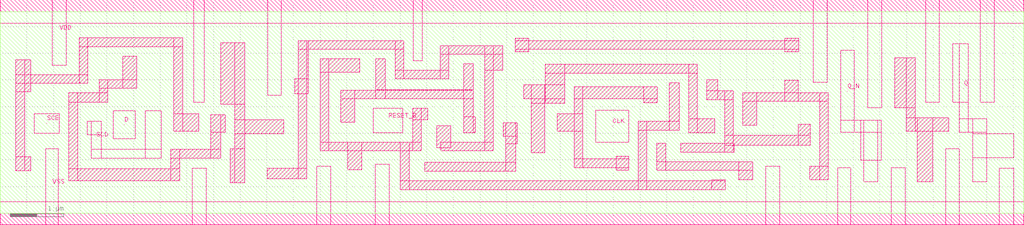
<source format=lef>
VERSION 5.7 ;
NAMESCASESENSITIVE ON ;
BUSBITCHARS "<>" ;
DIVIDERCHAR "/" ;

PROPERTYDEFINITIONS
    MACRO CatenaDesignType STRING ;
END PROPERTYDEFINITIONS

MANUFACTURINGGRID 0.005 ;

LAYER OVERLAP
    TYPE OVERLAP ;
END OVERLAP

LAYER LOCKED
    TYPE MASTERSLICE ;
END LOCKED

LAYER LOCKED1
    TYPE MASTERSLICE ;
END LOCKED1

LAYER LOCKED2
    TYPE MASTERSLICE ;
END LOCKED2

LAYER GatPoly
    TYPE MASTERSLICE ;
END GatPoly

LAYER Cont
    TYPE CUT ;
    WIDTH 0.16 ;
    SPACING 0.18  ;
    ANTENNACUMAREARATIO 30 ;
    ANTENNACUMDIFFAREARATIO 10000 ;
    RESISTANCE 22 ;
END Cont

LAYER Metal1
    TYPE ROUTING ;
    PITCH 0.42 ;
    WIDTH 0.16 ;
    AREA 0.09 ;
    THICKNESS 0.4 ;
    MAXWIDTH 30 ;
SPACINGTABLE
  PARALLELRUNLENGTH 0.000 1.000 10.000
  WIDTH 0.000	 0.180 0.180 0.180
  WIDTH 0.300	 0.180 0.220 0.220
  WIDTH 10.000	 0.180 0.220 0.600 ;
    MINIMUMCUT 2  WIDTH 1.4 ;
    ANTENNACUMAREARATIO 200 ;
    ANTENNACUMDIFFAREARATIO  PWL ( ( 0 200 ) ( 0.159 200 ) ( 0.16 3200 ) ( 100 2e+06 ) ) ;
    DIRECTION HORIZONTAL ;
    RESISTANCE RPERSQ 0.135 ;
    CAPACITANCE CPERSQDIST 3.49e-05 ;
    EDGECAPACITANCE 3.16e-05 ;
END Metal1

LAYER Via1
    TYPE CUT ;
    SPACING 0.22  ;
    SPACING 0.29 ADJACENTCUTS 3 WITHIN 0.311  ;
    ANTENNAAREARATIO 20 ;
    ANTENNADIFFAREARATIO  PWL ( ( 0 20 ) ( 0.159 20 ) ( 0.16 80 ) ( 100 50000 ) ) ;
    RESISTANCE 20 ;
END Via1

LAYER Metal2
    TYPE ROUTING ;
    PITCH 0.48 ;
    WIDTH 0.2 ;
    WIREEXTENSION 0.1 ;
    AREA 0.144 ;
    THICKNESS 0.45 ;
    MAXWIDTH 30 ;
SPACINGTABLE
  PARALLELRUNLENGTH 0.000 1.000 10.000
  WIDTH 0.000	 0.210 0.210 0.210
  WIDTH 0.390	 0.210 0.240 0.240
  WIDTH 10.000	 0.210 0.240 0.600 ;
    MINIMUMCUT 2  WIDTH 1.4 ;
    ANTENNACUMAREARATIO 200 ;
    ANTENNACUMDIFFAREARATIO  PWL ( ( 0 200 ) ( 0.159 200 ) ( 0.16 3200 ) ( 100 2e+06 ) ) ;
    DIRECTION VERTICAL ;
    RESISTANCE RPERSQ 0.103 ;
    CAPACITANCE CPERSQDIST 1.81e-05 ;
    EDGECAPACITANCE 4.47e-05 ;
END Metal2

LAYER Via2
    TYPE CUT ;
    WIDTH 0.19 ;
    SPACING 0.22  ;
    SPACING 0.29 ADJACENTCUTS 3 WITHIN 0.311  ;
    ANTENNAAREARATIO 20 ;
    ANTENNADIFFAREARATIO  PWL ( ( 0 20 ) ( 0.159 20 ) ( 0.16 80 ) ( 100 50000 ) ) ;
    RESISTANCE 20 ;
END Via2

LAYER Metal3
    TYPE ROUTING ;
    PITCH 0.42 ;
    WIDTH 0.2 ;
    AREA 0.144 ;
    THICKNESS 0.45 ;
SPACINGTABLE
  PARALLELRUNLENGTH 0.000 1.000 10.000
  WIDTH 0.000	 0.210 0.210 0.210
  WIDTH 0.390	 0.210 0.240 0.240
  WIDTH 10.000	 0.210 0.240 0.600 ;
    MINIMUMCUT 2  WIDTH 1.4 ;
    ANTENNACUMAREARATIO 200 ;
    ANTENNACUMDIFFAREARATIO  PWL ( ( 0 200 ) ( 0.159 200 ) ( 0.16 3200 ) ( 100 2e+06 ) ) ;
    DIRECTION HORIZONTAL ;
    RESISTANCE RPERSQ 0.103 ;
    CAPACITANCE CPERSQDIST 1.2e-05 ;
    EDGECAPACITANCE 4.48e-05 ;
END Metal3

LAYER Via3
    TYPE CUT ;
    WIDTH 0.19 ;
    SPACING 0.22  ;
    SPACING 0.29 ADJACENTCUTS 3 WITHIN 0.311  ;
    ANTENNAAREARATIO 20 ;
    ANTENNADIFFAREARATIO  PWL ( ( 0 20 ) ( 0.159 20 ) ( 0.16 80 ) ( 100 50000 ) ) ;
    RESISTANCE 20 ;
END Via3

LAYER Metal4
    TYPE ROUTING ;
    PITCH 0.48 ;
    WIDTH 0.2 ;
    AREA 0.144 ;
    THICKNESS 0.45 ;
SPACINGTABLE
  PARALLELRUNLENGTH 0.000 1.000 10.000
  WIDTH 0.000	 0.210 0.210 0.210
  WIDTH 0.390	 0.210 0.240 0.240
  WIDTH 10.000	 0.210 0.240 0.600 ;
    MINIMUMCUT 2  WIDTH 1.4 ;
    ANTENNACUMAREARATIO 200 ;
    ANTENNACUMDIFFAREARATIO  PWL ( ( 0 200 ) ( 0.159 200 ) ( 0.16 3200 ) ( 100 2e+06 ) ) ;
    DIRECTION VERTICAL ;
    RESISTANCE RPERSQ 0.103 ;
    CAPACITANCE CPERSQDIST 8.94e-06 ;
    EDGECAPACITANCE 4.5e-05 ;
END Metal4

LAYER Via4
    TYPE CUT ;
    WIDTH 0.19 ;
    SPACING 0.22  ;
    SPACING 0.29 ADJACENTCUTS 3 WITHIN 0.311  ;
    ANTENNAAREARATIO 20 ;
    ANTENNADIFFAREARATIO  PWL ( ( 0 20 ) ( 0.159 20 ) ( 0.16 80 ) ( 100 50000 ) ) ;
    RESISTANCE 20 ;
END Via4

LAYER Metal5
    TYPE ROUTING ;
    PITCH 0.42 ;
    WIDTH 0.2 ;
    AREA 0.144 ;
    THICKNESS 0.45 ;
SPACINGTABLE
  PARALLELRUNLENGTH 0.000 1.000 10.000
  WIDTH 0.000	 0.210 0.210 0.210
  WIDTH 0.390	 0.210 0.240 0.240
  WIDTH 10.000	 0.210 0.240 0.600 ;
    MINIMUMCUT 2  WIDTH 1.4 ;
    ANTENNACUMAREARATIO 200 ;
    ANTENNACUMDIFFAREARATIO  PWL ( ( 0 200 ) ( 0.159 200 ) ( 0.16 3200 ) ( 100 2e+06 ) ) ;
    DIRECTION HORIZONTAL ;
    RESISTANCE RPERSQ 0.103 ;
    CAPACITANCE CPERSQDIST 7.13e-06 ;
    EDGECAPACITANCE 4.37e-05 ;
END Metal5

LAYER TopVia1
    TYPE CUT ;
    WIDTH 0.42 ;
    SPACING 0.42  ;
    ANTENNAAREARATIO 20 ;
    ANTENNADIFFAREARATIO  PWL ( ( 0 20 ) ( 0.159 20 ) ( 0.16 80 ) ( 100 50000 ) ) ;
    RESISTANCE 4 ;
END TopVia1

LAYER TopMetal1
    TYPE ROUTING ;
    PITCH 2.28 ;
    WIDTH 1.64 ;
    THICKNESS 2 ;
    SPACING 1.64  ;
    ANTENNACUMAREARATIO 200 ;
    ANTENNACUMDIFFAREARATIO  PWL ( ( 0 200 ) ( 0.159 200 ) ( 0.16 3200 ) ( 100 2e+06 ) ) ;
    DIRECTION VERTICAL ;
    RESISTANCE RPERSQ 0.021 ;
    CAPACITANCE CPERSQDIST 5.64e-06 ;
    EDGECAPACITANCE 5.08e-05 ;
END TopMetal1

LAYER TopVia2
    TYPE CUT ;
    WIDTH 0.9 ;
    SPACING 1.06  ;
    ANTENNAAREARATIO 20 ;
    ANTENNADIFFAREARATIO  PWL ( ( 0 20 ) ( 0.159 20 ) ( 0.16 80 ) ( 100 50000 ) ) ;
    RESISTANCE 2.2 ;
END TopVia2

LAYER TopMetal2
    TYPE ROUTING ;
    PITCH 4 ;
    WIDTH 2 ;
    THICKNESS 3 ;
    SPACING 2  ;
    ANTENNACUMAREARATIO 200 ;
    ANTENNACUMDIFFAREARATIO  PWL ( ( 0 200 ) ( 0.159 200 ) ( 0.16 3200 ) ( 100 2e+06 ) ) ;
    DIRECTION HORIZONTAL ;
    RESISTANCE RPERSQ 0.0145 ;
    CAPACITANCE CPERSQDIST 3.23e-06 ;
    EDGECAPACITANCE 4.18e-05 ;
END TopMetal2

VIA Via1_XX DEFAULT
    RESISTANCE 20 ;
    LAYER Metal1 ;
      RECT  -0.145 -0.105 0.145 0.105 ;
    LAYER Via1 ;
      RECT  -0.095 -0.095 0.095 0.095 ;
    LAYER Metal2 ;
      RECT  -0.145 -0.1 0.145 0.1 ;
END Via1_XX

VIA Via1_XX_s DEFAULT
    RESISTANCE 20 ;
    LAYER Metal1 ;
      RECT  -0.145 -0.105 0.145 0.105 ;
    LAYER Via1 ;
      RECT  -0.095 -0.095 0.095 0.095 ;
    LAYER Metal2 ;
      RECT  -0.36 -0.1 0.36 0.1 ;
END Via1_XX_s

VIA Via1_XY DEFAULT
    RESISTANCE 20 ;
    LAYER Metal1 ;
      RECT  -0.145 -0.105 0.145 0.105 ;
    LAYER Via1 ;
      RECT  -0.095 -0.095 0.095 0.095 ;
    LAYER Metal2 ;
      RECT  -0.1 -0.145 0.1 0.145 ;
END Via1_XY

VIA Via1_XY_s DEFAULT
    RESISTANCE 20 ;
    LAYER Metal1 ;
      RECT  -0.145 -0.105 0.145 0.105 ;
    LAYER Via1 ;
      RECT  -0.095 -0.095 0.095 0.095 ;
    LAYER Metal2 ;
      RECT  -0.1 -0.36 0.1 0.36 ;
END Via1_XY_s

VIA Via1_YX DEFAULT
    RESISTANCE 20 ;
    LAYER Metal1 ;
      RECT  -0.105 -0.145 0.105 0.145 ;
    LAYER Via1 ;
      RECT  -0.095 -0.095 0.095 0.095 ;
    LAYER Metal2 ;
      RECT  -0.145 -0.1 0.145 0.1 ;
END Via1_YX

VIA Via1_YX_s DEFAULT
    RESISTANCE 20 ;
    LAYER Metal1 ;
      RECT  -0.105 -0.145 0.105 0.145 ;
    LAYER Via1 ;
      RECT  -0.095 -0.095 0.095 0.095 ;
    LAYER Metal2 ;
      RECT  -0.36 -0.1 0.36 0.1 ;
END Via1_YX_s

VIA Via1_YY DEFAULT
    RESISTANCE 20 ;
    LAYER Metal1 ;
      RECT  -0.105 -0.145 0.105 0.145 ;
    LAYER Via1 ;
      RECT  -0.095 -0.095 0.095 0.095 ;
    LAYER Metal2 ;
      RECT  -0.1 -0.145 0.1 0.145 ;
END Via1_YY

VIA Via1_YY_s DEFAULT
    RESISTANCE 20 ;
    LAYER Metal1 ;
      RECT  -0.105 -0.145 0.105 0.145 ;
    LAYER Via1 ;
      RECT  -0.095 -0.095 0.095 0.095 ;
    LAYER Metal2 ;
      RECT  -0.1 -0.36 0.1 0.36 ;
END Via1_YY_s

VIA Via1_s DEFAULT
    RESISTANCE 20 ;
    LAYER Metal1 ;
      RECT  -0.145 -0.145 0.145 0.145 ;
    LAYER Via1 ;
      RECT  -0.095 -0.095 0.095 0.095 ;
    LAYER Metal2 ;
      RECT  -0.19 -0.19 0.19 0.19 ;
END Via1_s

VIA Via1_DC1B DEFAULT
    RESISTANCE 20 ;
    LAYER Metal1 ;
      RECT  -0.105 -0.145 0.105 0.555 ;
    LAYER Via1 ;
      RECT  -0.095 -0.095 0.095 0.095 ;
      RECT  -0.095 0.315 0.095 0.505 ;
    LAYER Metal2 ;
      RECT  -0.1 -0.155 0.1 0.565 ;
END Via1_DC1B

VIA Via1_DC1T DEFAULT
    RESISTANCE 20 ;
    LAYER Metal1 ;
      RECT  -0.105 -0.555 0.105 0.145 ;
    LAYER Via1 ;
      RECT  -0.095 -0.095 0.095 0.095 ;
      RECT  -0.095 -0.505 0.095 -0.315 ;
    LAYER Metal2 ;
      RECT  -0.1 -0.565 0.1 0.155 ;
END Via1_DC1T

VIA Via1_DC1L DEFAULT
    RESISTANCE 20 ;
    LAYER Metal1 ;
      RECT  -0.145 -0.105 0.555 0.105 ;
    LAYER Via1 ;
      RECT  -0.095 -0.095 0.095 0.095 ;
      RECT  0.315 -0.095 0.505 0.095 ;
    LAYER Metal2 ;
      RECT  -0.155 -0.1 0.565 0.1 ;
END Via1_DC1L

VIA Via1_DC1R DEFAULT
    RESISTANCE 20 ;
    LAYER Metal1 ;
      RECT  -0.555 -0.105 0.145 0.105 ;
    LAYER Via1 ;
      RECT  -0.095 -0.095 0.095 0.095 ;
      RECT  -0.505 -0.095 -0.315 0.095 ;
    LAYER Metal2 ;
      RECT  -0.565 -0.1 0.155 0.1 ;
END Via1_DC1R

VIA Via1_DC2B DEFAULT
    RESISTANCE 20 ;
    LAYER Metal1 ;
      RECT  -0.105 -0.145 0.105 0.555 ;
    LAYER Via1 ;
      RECT  -0.095 -0.095 0.095 0.095 ;
      RECT  -0.095 0.315 0.095 0.505 ;
    LAYER Metal2 ;
      RECT  -0.145 -0.105 0.145 0.515 ;
END Via1_DC2B

VIA Via1_DC2T DEFAULT
    RESISTANCE 20 ;
    LAYER Metal1 ;
      RECT  -0.105 -0.555 0.105 0.145 ;
    LAYER Via1 ;
      RECT  -0.095 -0.095 0.095 0.095 ;
      RECT  -0.095 -0.505 0.095 -0.315 ;
    LAYER Metal2 ;
      RECT  -0.145 -0.515 0.145 0.105 ;
END Via1_DC2T

VIA Via1_DC2L DEFAULT
    RESISTANCE 20 ;
    LAYER Metal1 ;
      RECT  -0.1 -0.145 0.52 0.145 ;
    LAYER Via1 ;
      RECT  -0.095 -0.095 0.095 0.095 ;
      RECT  0.32 -0.095 0.51 0.095 ;
    LAYER Metal2 ;
      RECT  -0.1 -0.145 0.52 0.145 ;
END Via1_DC2L

VIA Via1_DC2R DEFAULT
    RESISTANCE 20 ;
    LAYER Metal1 ;
      RECT  -0.555 -0.105 0.145 0.105 ;
    LAYER Via1 ;
      RECT  -0.095 -0.095 0.095 0.095 ;
      RECT  -0.505 -0.095 -0.315 0.095 ;
    LAYER Metal2 ;
      RECT  -0.515 -0.145 0.105 0.145 ;
END Via1_DC2R

VIA Via2_XX DEFAULT
    RESISTANCE 20 ;
    LAYER Metal2 ;
      RECT  -0.145 -0.105 0.145 0.105 ;
    LAYER Via2 ;
      RECT  -0.095 -0.095 0.095 0.095 ;
    LAYER Metal3 ;
      RECT  -0.145 -0.1 0.145 0.1 ;
END Via2_XX

VIA Via2_XX_s DEFAULT
    RESISTANCE 20 ;
    LAYER Metal2 ;
      RECT  -0.145 -0.105 0.145 0.105 ;
    LAYER Via2 ;
      RECT  -0.095 -0.095 0.095 0.095 ;
    LAYER Metal3 ;
      RECT  -0.36 -0.1 0.36 0.1 ;
END Via2_XX_s

VIA Via2_XY DEFAULT
    RESISTANCE 20 ;
    LAYER Metal2 ;
      RECT  -0.145 -0.105 0.145 0.105 ;
    LAYER Via2 ;
      RECT  -0.095 -0.095 0.095 0.095 ;
    LAYER Metal3 ;
      RECT  -0.1 -0.145 0.1 0.145 ;
END Via2_XY

VIA Via2_XY_s DEFAULT
    RESISTANCE 20 ;
    LAYER Metal2 ;
      RECT  -0.145 -0.105 0.145 0.105 ;
    LAYER Via2 ;
      RECT  -0.095 -0.095 0.095 0.095 ;
    LAYER Metal3 ;
      RECT  -0.1 -0.36 0.1 0.36 ;
END Via2_XY_s

VIA Via2_YX DEFAULT
    RESISTANCE 20 ;
    LAYER Metal2 ;
      RECT  -0.105 -0.145 0.105 0.145 ;
    LAYER Via2 ;
      RECT  -0.095 -0.095 0.095 0.095 ;
    LAYER Metal3 ;
      RECT  -0.145 -0.1 0.145 0.1 ;
END Via2_YX

VIA Via2_YX_s DEFAULT
    RESISTANCE 20 ;
    LAYER Metal2 ;
      RECT  -0.105 -0.145 0.105 0.145 ;
    LAYER Via2 ;
      RECT  -0.095 -0.095 0.095 0.095 ;
    LAYER Metal3 ;
      RECT  -0.36 -0.1 0.36 0.1 ;
END Via2_YX_s

VIA Via2_YY DEFAULT
    RESISTANCE 20 ;
    LAYER Metal2 ;
      RECT  -0.105 -0.145 0.105 0.145 ;
    LAYER Via2 ;
      RECT  -0.095 -0.095 0.095 0.095 ;
    LAYER Metal3 ;
      RECT  -0.1 -0.145 0.1 0.145 ;
END Via2_YY

VIA Via2_YY_s DEFAULT
    RESISTANCE 20 ;
    LAYER Metal2 ;
      RECT  -0.105 -0.145 0.105 0.145 ;
    LAYER Via2 ;
      RECT  -0.095 -0.095 0.095 0.095 ;
    LAYER Metal3 ;
      RECT  -0.1 -0.36 0.1 0.36 ;
END Via2_YY_s

VIA Via2_s DEFAULT
    RESISTANCE 20 ;
    LAYER Metal2 ;
      RECT  -0.145 -0.145 0.145 0.145 ;
    LAYER Via2 ;
      RECT  -0.095 -0.095 0.095 0.095 ;
    LAYER Metal3 ;
      RECT  -0.19 -0.19 0.19 0.19 ;
END Via2_s

VIA Via2_DC1B DEFAULT
    RESISTANCE 20 ;
    LAYER Metal2 ;
      RECT  -0.105 -0.145 0.105 0.555 ;
    LAYER Via2 ;
      RECT  -0.095 -0.095 0.095 0.095 ;
      RECT  -0.095 0.315 0.095 0.505 ;
    LAYER Metal3 ;
      RECT  -0.1 -0.155 0.1 0.565 ;
END Via2_DC1B

VIA Via2_DC1T DEFAULT
    RESISTANCE 20 ;
    LAYER Metal2 ;
      RECT  -0.105 -0.555 0.105 0.145 ;
    LAYER Via2 ;
      RECT  -0.095 -0.095 0.095 0.095 ;
      RECT  -0.095 -0.505 0.095 -0.315 ;
    LAYER Metal3 ;
      RECT  -0.1 -0.565 0.1 0.155 ;
END Via2_DC1T

VIA Via2_DC1L DEFAULT
    RESISTANCE 20 ;
    LAYER Metal2 ;
      RECT  -0.145 -0.105 0.555 0.105 ;
    LAYER Via2 ;
      RECT  -0.095 -0.095 0.095 0.095 ;
      RECT  0.315 -0.095 0.505 0.095 ;
    LAYER Metal3 ;
      RECT  -0.155 -0.1 0.565 0.1 ;
END Via2_DC1L

VIA Via2_DC1R DEFAULT
    RESISTANCE 20 ;
    LAYER Metal2 ;
      RECT  -0.555 -0.105 0.145 0.105 ;
    LAYER Via2 ;
      RECT  -0.095 -0.095 0.095 0.095 ;
      RECT  -0.505 -0.095 -0.315 0.095 ;
    LAYER Metal3 ;
      RECT  -0.565 -0.1 0.155 0.1 ;
END Via2_DC1R

VIA Via2_DC2B DEFAULT
    RESISTANCE 20 ;
    LAYER Metal2 ;
      RECT  -0.105 -0.145 0.105 0.555 ;
    LAYER Via2 ;
      RECT  -0.095 -0.095 0.095 0.095 ;
      RECT  -0.095 0.315 0.095 0.505 ;
    LAYER Metal3 ;
      RECT  -0.145 -0.105 0.145 0.515 ;
END Via2_DC2B

VIA Via2_DC2T DEFAULT
    RESISTANCE 20 ;
    LAYER Metal2 ;
      RECT  -0.105 -0.555 0.105 0.145 ;
    LAYER Via2 ;
      RECT  -0.095 -0.095 0.095 0.095 ;
      RECT  -0.095 -0.505 0.095 -0.315 ;
    LAYER Metal3 ;
      RECT  -0.145 -0.515 0.145 0.105 ;
END Via2_DC2T

VIA Via2_DC2L DEFAULT
    RESISTANCE 20 ;
    LAYER Metal2 ;
      RECT  -0.1 -0.145 0.52 0.145 ;
    LAYER Via2 ;
      RECT  -0.095 -0.095 0.095 0.095 ;
      RECT  0.32 -0.095 0.51 0.095 ;
    LAYER Metal3 ;
      RECT  -0.1 -0.145 0.52 0.145 ;
END Via2_DC2L

VIA Via2_DC2R DEFAULT
    RESISTANCE 20 ;
    LAYER Metal2 ;
      RECT  -0.555 -0.105 0.145 0.105 ;
    LAYER Via2 ;
      RECT  -0.095 -0.095 0.095 0.095 ;
      RECT  -0.505 -0.095 -0.315 0.095 ;
    LAYER Metal3 ;
      RECT  -0.515 -0.145 0.105 0.145 ;
END Via2_DC2R

VIA Via3_XX DEFAULT
    RESISTANCE 20 ;
    LAYER Metal3 ;
      RECT  -0.145 -0.105 0.145 0.105 ;
    LAYER Via3 ;
      RECT  -0.095 -0.095 0.095 0.095 ;
    LAYER Metal4 ;
      RECT  -0.145 -0.1 0.145 0.1 ;
END Via3_XX

VIA Via3_XX_s DEFAULT
    RESISTANCE 20 ;
    LAYER Metal3 ;
      RECT  -0.145 -0.105 0.145 0.105 ;
    LAYER Via3 ;
      RECT  -0.095 -0.095 0.095 0.095 ;
    LAYER Metal4 ;
      RECT  -0.36 -0.1 0.36 0.1 ;
END Via3_XX_s

VIA Via3_XY DEFAULT
    RESISTANCE 20 ;
    LAYER Metal3 ;
      RECT  -0.145 -0.105 0.145 0.105 ;
    LAYER Via3 ;
      RECT  -0.095 -0.095 0.095 0.095 ;
    LAYER Metal4 ;
      RECT  -0.1 -0.145 0.1 0.145 ;
END Via3_XY

VIA Via3_XY_s DEFAULT
    RESISTANCE 20 ;
    LAYER Metal3 ;
      RECT  -0.145 -0.105 0.145 0.105 ;
    LAYER Via3 ;
      RECT  -0.095 -0.095 0.095 0.095 ;
    LAYER Metal4 ;
      RECT  -0.1 -0.36 0.1 0.36 ;
END Via3_XY_s

VIA Via3_YX DEFAULT
    RESISTANCE 20 ;
    LAYER Metal3 ;
      RECT  -0.105 -0.145 0.105 0.145 ;
    LAYER Via3 ;
      RECT  -0.095 -0.095 0.095 0.095 ;
    LAYER Metal4 ;
      RECT  -0.145 -0.1 0.145 0.1 ;
END Via3_YX

VIA Via3_YX_s DEFAULT
    RESISTANCE 20 ;
    LAYER Metal3 ;
      RECT  -0.105 -0.145 0.105 0.145 ;
    LAYER Via3 ;
      RECT  -0.095 -0.095 0.095 0.095 ;
    LAYER Metal4 ;
      RECT  -0.36 -0.1 0.36 0.1 ;
END Via3_YX_s

VIA Via3_YY DEFAULT
    RESISTANCE 20 ;
    LAYER Metal3 ;
      RECT  -0.105 -0.145 0.105 0.145 ;
    LAYER Via3 ;
      RECT  -0.095 -0.095 0.095 0.095 ;
    LAYER Metal4 ;
      RECT  -0.1 -0.145 0.1 0.145 ;
END Via3_YY

VIA Via3_YY_s DEFAULT
    RESISTANCE 20 ;
    LAYER Metal3 ;
      RECT  -0.105 -0.145 0.105 0.145 ;
    LAYER Via3 ;
      RECT  -0.095 -0.095 0.095 0.095 ;
    LAYER Metal4 ;
      RECT  -0.1 -0.36 0.1 0.36 ;
END Via3_YY_s

VIA Via3_s DEFAULT
    RESISTANCE 20 ;
    LAYER Metal3 ;
      RECT  -0.145 -0.145 0.145 0.145 ;
    LAYER Via3 ;
      RECT  -0.095 -0.095 0.095 0.095 ;
    LAYER Metal4 ;
      RECT  -0.19 -0.19 0.19 0.19 ;
END Via3_s

VIA Via3_DC1B DEFAULT
    RESISTANCE 20 ;
    LAYER Metal3 ;
      RECT  -0.105 -0.145 0.105 0.555 ;
    LAYER Via3 ;
      RECT  -0.095 -0.095 0.095 0.095 ;
      RECT  -0.095 0.315 0.095 0.505 ;
    LAYER Metal4 ;
      RECT  -0.1 -0.155 0.1 0.565 ;
END Via3_DC1B

VIA Via3_DC1T DEFAULT
    RESISTANCE 20 ;
    LAYER Metal3 ;
      RECT  -0.105 -0.555 0.105 0.145 ;
    LAYER Via3 ;
      RECT  -0.095 -0.095 0.095 0.095 ;
      RECT  -0.095 -0.505 0.095 -0.315 ;
    LAYER Metal4 ;
      RECT  -0.1 -0.565 0.1 0.155 ;
END Via3_DC1T

VIA Via3_DC1L DEFAULT
    RESISTANCE 20 ;
    LAYER Metal3 ;
      RECT  -0.145 -0.105 0.555 0.105 ;
    LAYER Via3 ;
      RECT  -0.095 -0.095 0.095 0.095 ;
      RECT  0.315 -0.095 0.505 0.095 ;
    LAYER Metal4 ;
      RECT  -0.155 -0.1 0.565 0.1 ;
END Via3_DC1L

VIA Via3_DC1R DEFAULT
    RESISTANCE 20 ;
    LAYER Metal3 ;
      RECT  -0.555 -0.105 0.145 0.105 ;
    LAYER Via3 ;
      RECT  -0.095 -0.095 0.095 0.095 ;
      RECT  -0.505 -0.095 -0.315 0.095 ;
    LAYER Metal4 ;
      RECT  -0.565 -0.1 0.155 0.1 ;
END Via3_DC1R

VIA Via3_DC2B DEFAULT
    RESISTANCE 20 ;
    LAYER Metal3 ;
      RECT  -0.105 -0.145 0.105 0.555 ;
    LAYER Via3 ;
      RECT  -0.095 -0.095 0.095 0.095 ;
      RECT  -0.095 0.315 0.095 0.505 ;
    LAYER Metal4 ;
      RECT  -0.145 -0.105 0.145 0.515 ;
END Via3_DC2B

VIA Via3_DC2T DEFAULT
    RESISTANCE 20 ;
    LAYER Metal3 ;
      RECT  -0.105 -0.555 0.105 0.145 ;
    LAYER Via3 ;
      RECT  -0.095 -0.095 0.095 0.095 ;
      RECT  -0.095 -0.505 0.095 -0.315 ;
    LAYER Metal4 ;
      RECT  -0.145 -0.515 0.145 0.105 ;
END Via3_DC2T

VIA Via3_DC2L DEFAULT
    RESISTANCE 20 ;
    LAYER Metal3 ;
      RECT  -0.1 -0.145 0.52 0.145 ;
    LAYER Via3 ;
      RECT  -0.095 -0.095 0.095 0.095 ;
      RECT  0.32 -0.095 0.51 0.095 ;
    LAYER Metal4 ;
      RECT  -0.1 -0.145 0.52 0.145 ;
END Via3_DC2L

VIA Via3_DC2R DEFAULT
    RESISTANCE 20 ;
    LAYER Metal3 ;
      RECT  -0.555 -0.105 0.145 0.105 ;
    LAYER Via3 ;
      RECT  -0.095 -0.095 0.095 0.095 ;
      RECT  -0.505 -0.095 -0.315 0.095 ;
    LAYER Metal4 ;
      RECT  -0.515 -0.145 0.105 0.145 ;
END Via3_DC2R

VIA Via4_XX DEFAULT
    RESISTANCE 20 ;
    LAYER Metal4 ;
      RECT  -0.145 -0.105 0.145 0.105 ;
    LAYER Via4 ;
      RECT  -0.095 -0.095 0.095 0.095 ;
    LAYER Metal5 ;
      RECT  -0.145 -0.1 0.145 0.1 ;
END Via4_XX

VIA Via4_XX_s DEFAULT
    RESISTANCE 20 ;
    LAYER Metal4 ;
      RECT  -0.145 -0.105 0.145 0.105 ;
    LAYER Via4 ;
      RECT  -0.095 -0.095 0.095 0.095 ;
    LAYER Metal5 ;
      RECT  -0.36 -0.1 0.36 0.1 ;
END Via4_XX_s

VIA Via4_XY DEFAULT
    RESISTANCE 20 ;
    LAYER Metal4 ;
      RECT  -0.145 -0.105 0.145 0.105 ;
    LAYER Via4 ;
      RECT  -0.095 -0.095 0.095 0.095 ;
    LAYER Metal5 ;
      RECT  -0.1 -0.145 0.1 0.145 ;
END Via4_XY

VIA Via4_XY_s DEFAULT
    RESISTANCE 20 ;
    LAYER Metal4 ;
      RECT  -0.145 -0.105 0.145 0.105 ;
    LAYER Via4 ;
      RECT  -0.095 -0.095 0.095 0.095 ;
    LAYER Metal5 ;
      RECT  -0.1 -0.36 0.1 0.36 ;
END Via4_XY_s

VIA Via4_YX DEFAULT
    RESISTANCE 20 ;
    LAYER Metal4 ;
      RECT  -0.105 -0.145 0.105 0.145 ;
    LAYER Via4 ;
      RECT  -0.095 -0.095 0.095 0.095 ;
    LAYER Metal5 ;
      RECT  -0.145 -0.1 0.145 0.1 ;
END Via4_YX

VIA Via4_YX_s DEFAULT
    RESISTANCE 20 ;
    LAYER Metal4 ;
      RECT  -0.105 -0.145 0.105 0.145 ;
    LAYER Via4 ;
      RECT  -0.095 -0.095 0.095 0.095 ;
    LAYER Metal5 ;
      RECT  -0.36 -0.1 0.36 0.1 ;
END Via4_YX_s

VIA Via4_YY DEFAULT
    RESISTANCE 20 ;
    LAYER Metal4 ;
      RECT  -0.105 -0.145 0.105 0.145 ;
    LAYER Via4 ;
      RECT  -0.095 -0.095 0.095 0.095 ;
    LAYER Metal5 ;
      RECT  -0.1 -0.145 0.1 0.145 ;
END Via4_YY

VIA Via4_YY_s DEFAULT
    RESISTANCE 20 ;
    LAYER Metal4 ;
      RECT  -0.105 -0.145 0.105 0.145 ;
    LAYER Via4 ;
      RECT  -0.095 -0.095 0.095 0.095 ;
    LAYER Metal5 ;
      RECT  -0.1 -0.36 0.1 0.36 ;
END Via4_YY_s

VIA Via4_s DEFAULT
    RESISTANCE 20 ;
    LAYER Metal4 ;
      RECT  -0.145 -0.145 0.145 0.145 ;
    LAYER Via4 ;
      RECT  -0.095 -0.095 0.095 0.095 ;
    LAYER Metal5 ;
      RECT  -0.19 -0.19 0.19 0.19 ;
END Via4_s

VIA Via4_DC1B DEFAULT
    RESISTANCE 20 ;
    LAYER Metal4 ;
      RECT  -0.105 -0.145 0.105 0.555 ;
    LAYER Via4 ;
      RECT  -0.095 -0.095 0.095 0.095 ;
      RECT  -0.095 0.315 0.095 0.505 ;
    LAYER Metal5 ;
      RECT  -0.1 -0.155 0.1 0.565 ;
END Via4_DC1B

VIA Via4_DC1T DEFAULT
    RESISTANCE 20 ;
    LAYER Metal4 ;
      RECT  -0.105 -0.555 0.105 0.145 ;
    LAYER Via4 ;
      RECT  -0.095 -0.095 0.095 0.095 ;
      RECT  -0.095 -0.505 0.095 -0.315 ;
    LAYER Metal5 ;
      RECT  -0.1 -0.565 0.1 0.155 ;
END Via4_DC1T

VIA Via4_DC1L DEFAULT
    RESISTANCE 20 ;
    LAYER Metal4 ;
      RECT  -0.145 -0.105 0.555 0.105 ;
    LAYER Via4 ;
      RECT  -0.095 -0.095 0.095 0.095 ;
      RECT  0.315 -0.095 0.505 0.095 ;
    LAYER Metal5 ;
      RECT  -0.155 -0.1 0.565 0.1 ;
END Via4_DC1L

VIA Via4_DC1R DEFAULT
    RESISTANCE 20 ;
    LAYER Metal4 ;
      RECT  -0.555 -0.105 0.145 0.105 ;
    LAYER Via4 ;
      RECT  -0.095 -0.095 0.095 0.095 ;
      RECT  -0.505 -0.095 -0.315 0.095 ;
    LAYER Metal5 ;
      RECT  -0.565 -0.1 0.155 0.1 ;
END Via4_DC1R

VIA Via4_DC2B DEFAULT
    RESISTANCE 20 ;
    LAYER Metal4 ;
      RECT  -0.105 -0.145 0.105 0.555 ;
    LAYER Via4 ;
      RECT  -0.095 -0.095 0.095 0.095 ;
      RECT  -0.095 0.315 0.095 0.505 ;
    LAYER Metal5 ;
      RECT  -0.145 -0.105 0.145 0.515 ;
END Via4_DC2B

VIA Via4_DC2T DEFAULT
    RESISTANCE 20 ;
    LAYER Metal4 ;
      RECT  -0.105 -0.555 0.105 0.145 ;
    LAYER Via4 ;
      RECT  -0.095 -0.095 0.095 0.095 ;
      RECT  -0.095 -0.505 0.095 -0.315 ;
    LAYER Metal5 ;
      RECT  -0.145 -0.515 0.145 0.105 ;
END Via4_DC2T

VIA Via4_DC2L DEFAULT
    RESISTANCE 20 ;
    LAYER Metal4 ;
      RECT  -0.1 -0.145 0.52 0.145 ;
    LAYER Via4 ;
      RECT  -0.095 -0.095 0.095 0.095 ;
      RECT  0.32 -0.095 0.51 0.095 ;
    LAYER Metal5 ;
      RECT  -0.1 -0.145 0.52 0.145 ;
END Via4_DC2L

VIA Via4_DC2R DEFAULT
    RESISTANCE 20 ;
    LAYER Metal4 ;
      RECT  -0.555 -0.105 0.145 0.105 ;
    LAYER Via4 ;
      RECT  -0.095 -0.095 0.095 0.095 ;
      RECT  -0.505 -0.095 -0.315 0.095 ;
    LAYER Metal5 ;
      RECT  -0.515 -0.145 0.105 0.145 ;
END Via4_DC2R

VIA TopVia1EWNS DEFAULT
    RESISTANCE 4 ;
    LAYER Metal5 ;
      RECT  -0.31 -0.31 0.31 0.31 ;
    LAYER TopVia1 ;
      RECT  -0.21 -0.21 0.21 0.21 ;
    LAYER TopMetal1 ;
      RECT  -0.75 -0.75 0.75 0.75 ;
END TopVia1EWNS

VIA TopVia2EWNS DEFAULT
    RESISTANCE 2.2 ;
    LAYER TopMetal1 ;
      RECT  -0.95 -0.95 0.95 0.95 ;
    LAYER TopVia2 ;
      RECT  -0.45 -0.45 0.45 0.45 ;
    LAYER TopMetal2 ;
      RECT  -0.95 -0.95 0.95 0.95 ;
END TopVia2EWNS

VIARULE via1Array GENERATE 
    LAYER Metal1 ;
      ENCLOSURE 0.05 0.01 ;
    LAYER Metal2 ;
      ENCLOSURE 0.05 0.005 ;
    LAYER Via1 ;
      RECT  -0.095 -0.095  0.095 0.095  ;
      SPACING 0.48 BY 0.48 ;
      RESISTANCE 20 ;
END via1Array

VIARULE via2Array GENERATE 
    LAYER Metal2 ;
      ENCLOSURE 0.05 0.005 ;
    LAYER Metal3 ;
      ENCLOSURE 0.05 0.005 ;
    LAYER Via2 ;
      RECT  -0.095 -0.095  0.095 0.095  ;
      SPACING 0.48 BY 0.48 ;
      RESISTANCE 20 ;
END via2Array

VIARULE via3Array GENERATE 
    LAYER Metal3 ;
      ENCLOSURE 0.05 0.005 ;
    LAYER Metal4 ;
      ENCLOSURE 0.05 0.005 ;
    LAYER Via3 ;
      RECT  -0.095 -0.095  0.095 0.095  ;
      SPACING 0.48 BY 0.48 ;
      RESISTANCE 20 ;
END via3Array

VIARULE via4Array GENERATE 
    LAYER Metal4 ;
      ENCLOSURE 0.05 0.005 ;
    LAYER Metal5 ;
      ENCLOSURE 0.05 0.005 ;
    LAYER Via4 ;
      RECT  -0.095 -0.095  0.095 0.095  ;
      SPACING 0.48 BY 0.48 ;
      RESISTANCE 20 ;
END via4Array

VIARULE viagen56 GENERATE 
    LAYER Metal5 ;
      ENCLOSURE 0 0 ;
    LAYER TopMetal1 ;
      ENCLOSURE 0.61 0.61 ;
    LAYER TopVia1 ;
      RECT  -0.21 -0.21  0.21 0.21  ;
      SPACING 0.84 BY 0.84 ;
      RESISTANCE 4 ;
END viagen56

VIARULE viagen67 GENERATE 
    LAYER TopMetal1 ;
      ENCLOSURE 0.5 0.5 ;
    LAYER TopMetal2 ;
      ENCLOSURE 0.55 0.55 ;
    LAYER TopVia2 ;
      RECT  -0.45 -0.45  0.45 0.45  ;
      SPACING 1.96 BY 1.96 ;
      RESISTANCE 2.2 ;
END viagen67
SITE CoreSite
    CLASS CORE ;
    SYMMETRY Y ;
    SIZE 0.48 BY 3.78 ;
END CoreSite

MACRO sg13g2_a21o_1
    CLASS CORE ;
    SIZE 3.36 BY 3.78 ;
    SYMMETRY X Y ;
    SITE CoreSite ;
    PIN A2
        DIRECTION INPUT ; 
        USE SIGNAL ; 
        ANTENNAGATEAREA 0.2132 LAYER Metal1 ;
        PORT
            LAYER Metal1 ;
              RECT  2.76 0.405 3.11 0.965 ;
        END
    END A2
    PIN A1
        DIRECTION INPUT ; 
        USE SIGNAL ; 
        ANTENNAGATEAREA 0.2132 LAYER Metal1 ;
        PORT
            LAYER Metal1 ;
              RECT  2.25 1.525 2.545 2 ;
        END
    END A1
    PIN B1
        DIRECTION INPUT ; 
        USE SIGNAL ; 
        ANTENNAGATEAREA 0.2132 LAYER Metal1 ;
        PORT
            LAYER Metal1 ;
              RECT  1.755 1.525 2.05 2 ;
        END
    END B1
    PIN X
        DIRECTION OUTPUT ; 
        USE SIGNAL ; 
        ANTENNADIFFAREA 0.6159 LAYER Metal1 ;
        PORT
            LAYER Metal1 ;
              RECT  0.205 0.885 1.225 1.145 ;
              RECT  0.205 2.095 0.56 3.16 ;
              RECT  0.205 0.885 0.445 3.16 ;
        END
    END X
    PIN VDD
        DIRECTION INOUT ; 
        USE POWER ; 
        PORT
            LAYER Metal1 ;
              RECT  0 3.56 3.36 4 ;
              RECT  2.405 2.585 2.665 4 ;
              RECT  0.81 2.14 1.07 4 ;
        END
    END VDD
    PIN VSS
        DIRECTION INOUT ; 
        USE GROUND ; 
        PORT
            LAYER Metal1 ;
              RECT  0 -0.22 3.36 0.22 ;
              RECT  2.92 1.145 3.165 1.41 ;
              RECT  2.415 1.145 3.165 1.31 ;
              RECT  2.415 -0.22 2.575 1.31 ;
              RECT  1.455 -0.22 1.715 0.965 ;
        END
    END VSS
    OBS
      LAYER Metal1 ;
        RECT  2.915 2.21 3.175 3.125 ;
        RECT  1.855 2.21 2.115 3.125 ;
        RECT  1.855 2.21 3.175 2.405 ;
        RECT  1.335 2.17 1.595 3.125 ;
        RECT  1.335 1.54 1.575 3.125 ;
        RECT  1.415 1.145 1.575 3.125 ;
        RECT  0.625 1.54 1.575 1.87 ;
        RECT  1.415 1.145 2.235 1.305 ;
        RECT  2.02 0.825 2.235 1.305 ;
    END
END sg13g2_a21o_1

MACRO sg13g2_a21o_2
    CLASS CORE ;
    SIZE 3.84 BY 3.78 ;
    SYMMETRY X Y ;
    SITE CoreSite ;
    PIN A2
        DIRECTION INPUT ; 
        USE SIGNAL ; 
        ANTENNAGATEAREA 0.2262 LAYER Metal1 ;
        PORT
            LAYER Metal1 ;
              RECT  3.2 1.56 3.545 2 ;
        END
    END A2
    PIN A1
        DIRECTION INPUT ; 
        USE SIGNAL ; 
        ANTENNAGATEAREA 0.2262 LAYER Metal1 ;
        PORT
            LAYER Metal1 ;
              RECT  2.725 1.56 3.02 2 ;
        END
    END A1
    PIN B1
        DIRECTION INPUT ; 
        USE SIGNAL ; 
        ANTENNAGATEAREA 0.2262 LAYER Metal1 ;
        PORT
            LAYER Metal1 ;
              RECT  2.23 1.56 2.535 2 ;
        END
    END B1
    PIN X
        DIRECTION OUTPUT ; 
        USE SIGNAL ; 
        ANTENNADIFFAREA 0.7068 LAYER Metal1 ;
        PORT
            LAYER Metal1 ;
              RECT  0.785 2.27 1.08 3.16 ;
              RECT  0.785 0.72 1.045 3.16 ;
        END
    END X
    PIN VDD
        DIRECTION INOUT ; 
        USE POWER ; 
        PORT
            LAYER Metal1 ;
              RECT  0 3.56 3.84 4 ;
              RECT  2.88 2.55 3.14 4 ;
              RECT  1.295 2.27 1.555 4 ;
              RECT  0.275 2.27 0.535 4 ;
        END
    END VDD
    PIN VSS
        DIRECTION INOUT ; 
        USE GROUND ; 
        PORT
            LAYER Metal1 ;
              RECT  0 -0.22 3.84 0.22 ;
              RECT  3.39 -0.22 3.65 1.32 ;
              RECT  1.935 -0.22 2.195 0.99 ;
              RECT  1.295 -0.22 1.555 1.32 ;
              RECT  0.275 -0.22 0.535 1.32 ;
        END
    END VSS
    OBS
      LAYER Metal1 ;
        RECT  3.39 2.2 3.65 3.16 ;
        RECT  2.33 2.2 2.59 3.16 ;
        RECT  2.33 2.2 3.65 2.36 ;
        RECT  1.81 2.17 2.07 3.16 ;
        RECT  1.81 1.22 2.05 3.16 ;
        RECT  1.235 1.67 2.05 1.93 ;
        RECT  1.81 1.22 2.755 1.38 ;
        RECT  2.495 0.72 2.755 1.38 ;
    END
END sg13g2_a21o_2

MACRO sg13g2_a21oi_1
    CLASS CORE ;
    SIZE 2.4 BY 3.78 ;
    SYMMETRY X Y ;
    SITE CoreSite ;
    PIN VSS
        DIRECTION INOUT ; 
        USE GROUND ; 
        PORT
            LAYER Metal1 ;
              RECT  0 -0.22 2.4 0.22 ;
              RECT  1.855 -0.22 2.115 1.32 ;
              RECT  0.325 -0.22 0.585 0.98 ;
        END
    END VSS
    PIN VDD
        DIRECTION INOUT ; 
        USE POWER ; 
        PORT
            LAYER Metal1 ;
              RECT  0 3.56 2.4 4 ;
              RECT  1.345 2.9 1.605 4 ;
        END
    END VDD
    PIN A1
        DIRECTION INPUT ; 
        USE SIGNAL ; 
        ANTENNAGATEAREA 0.2418 LAYER Metal1 ;
        PORT
            LAYER Metal1 ;
              RECT  1.175 1.62 1.58 1.88 ;
              RECT  1.32 1.345 1.58 1.88 ;
        END
    END A1
    PIN A2
        DIRECTION INPUT ; 
        USE SIGNAL ; 
        ANTENNAGATEAREA 0.2418 LAYER Metal1 ;
        PORT
            LAYER Metal1 ;
              RECT  1.77 1.5 2.115 1.88 ;
        END
    END A2
    PIN Y
        DIRECTION OUTPUT ; 
        USE SIGNAL ; 
        ANTENNADIFFAREA 0.662 LAYER Metal1 ;
        PORT
            LAYER Metal1 ;
              RECT  0.835 0.72 1.095 1.32 ;
              RECT  0.325 2.08 0.995 2.29 ;
              RECT  0.835 0.72 0.995 2.29 ;
              RECT  0.325 2.08 0.62 3.16 ;
        END
    END Y
    PIN B1
        DIRECTION INPUT ; 
        USE SIGNAL ; 
        ANTENNAGATEAREA 0.2418 LAYER Metal1 ;
        PORT
            LAYER Metal1 ;
              RECT  0.325 1.345 0.6 1.88 ;
        END
    END B1
    OBS
      LAYER Metal1 ;
        RECT  1.855 2.08 2.115 3.16 ;
        RECT  0.835 2.555 1.095 3.16 ;
        RECT  0.835 2.555 2.115 2.715 ;
    END
END sg13g2_a21oi_1

MACRO sg13g2_a21oi_2
    CLASS CORE ;
    SIZE 3.84 BY 3.78 ;
    SYMMETRY X Y ;
    SITE CoreSite ;
    PIN VSS
        DIRECTION INOUT ; 
        USE GROUND ; 
        PORT
            LAYER Metal1 ;
              RECT  0 -0.22 3.84 0.22 ;
              RECT  3.315 -0.22 3.575 1.32 ;
              RECT  2.295 -0.22 2.555 0.98 ;
              RECT  0.255 -0.22 0.515 1.32 ;
        END
    END VSS
    PIN VDD
        DIRECTION INOUT ; 
        USE POWER ; 
        PORT
            LAYER Metal1 ;
              RECT  0 3.56 3.84 4 ;
              RECT  1.785 2.95 2.045 4 ;
              RECT  0.765 2.95 1.025 4 ;
        END
    END VDD
    PIN B1
        DIRECTION INPUT ; 
        USE SIGNAL ; 
        ANTENNAGATEAREA 0.4836 LAYER Metal1 ;
        PORT
            LAYER Metal1 ;
              RECT  3.24 1.625 3.575 2.28 ;
        END
    END B1
    PIN Y
        DIRECTION OUTPUT ; 
        USE SIGNAL ; 
        ANTENNADIFFAREA 0.988 LAYER Metal1 ;
        PORT
            LAYER Metal1 ;
              RECT  2.76 1.16 3.045 2.765 ;
              RECT  2.805 0.72 3.045 2.765 ;
              RECT  1.275 1.16 3.045 1.32 ;
              RECT  1.275 0.785 1.535 1.32 ;
        END
    END Y
    PIN A2
        DIRECTION INPUT ; 
        USE SIGNAL ; 
        ANTENNAGATEAREA 0.4836 LAYER Metal1 ;
        PORT
            LAYER Metal1 ;
              RECT  0.255 2.09 2.3 2.315 ;
              RECT  2.04 1.6 2.3 2.315 ;
              RECT  0.255 1.6 0.77 2.315 ;
        END
    END A2
    PIN A1
        DIRECTION INPUT ; 
        USE SIGNAL ; 
        ANTENNAGATEAREA 0.4836 LAYER Metal1 ;
        PORT
            LAYER Metal1 ;
              RECT  1.085 1.56 1.725 1.9 ;
        END
    END A1
    OBS
      LAYER Metal1 ;
        RECT  2.295 2.965 3.575 3.16 ;
        RECT  3.315 2.56 3.575 3.16 ;
        RECT  1.275 2.565 1.535 3.16 ;
        RECT  0.255 2.565 0.515 3.16 ;
        RECT  2.295 2.565 2.555 3.16 ;
        RECT  0.255 2.565 2.555 2.765 ;
        RECT  0.765 0.445 1.025 1.32 ;
        RECT  1.785 0.445 2.045 0.98 ;
        RECT  0.765 0.445 2.045 0.605 ;
    END
END sg13g2_a21oi_2

MACRO sg13g2_a221oi_1
    CLASS CORE ;
    SIZE 3.84 BY 3.78 ;
    SYMMETRY X Y ;
    SITE CoreSite ;
    PIN VDD
        DIRECTION INOUT ; 
        USE POWER ; 
        PORT
            LAYER Metal1 ;
              RECT  0 3.56 3.84 4 ;
              RECT  3.32 2.505 3.58 4 ;
              RECT  2.3 2.9 2.56 4 ;
        END
    END VDD
    PIN VSS
        DIRECTION INOUT ; 
        USE GROUND ; 
        PORT
            LAYER Metal1 ;
              RECT  0 -0.22 3.84 0.22 ;
              RECT  3.32 -0.22 3.58 0.98 ;
              RECT  0.77 -0.22 1.03 0.98 ;
        END
    END VSS
    PIN B2
        DIRECTION INPUT ; 
        USE SIGNAL ; 
        ANTENNAGATEAREA 0.2418 LAYER Metal1 ;
        PORT
            LAYER Metal1 ;
              RECT  0.83 1.555 1.36 1.9 ;
        END
    END B2
    PIN C1
        DIRECTION INPUT ; 
        USE SIGNAL ; 
        ANTENNAGATEAREA 0.2418 LAYER Metal1 ;
        PORT
            LAYER Metal1 ;
              RECT  0.25 1.555 0.61 1.9 ;
        END
    END C1
    PIN B1
        DIRECTION INPUT ; 
        USE SIGNAL ; 
        ANTENNAGATEAREA 0.2418 LAYER Metal1 ;
        PORT
            LAYER Metal1 ;
              RECT  1.54 1.555 2.04 1.9 ;
        END
    END B1
    PIN A1
        DIRECTION INPUT ; 
        USE SIGNAL ; 
        ANTENNAGATEAREA 0.2418 LAYER Metal1 ;
        PORT
            LAYER Metal1 ;
              RECT  2.26 1.71 2.58 1.94 ;
              RECT  2.26 1.44 2.515 1.94 ;
        END
    END A1
    PIN Y
        DIRECTION OUTPUT ; 
        USE SIGNAL ; 
        ANTENNADIFFAREA 1.1356 LAYER Metal1 ;
        PORT
            LAYER Metal1 ;
              RECT  0.26 2.165 3.66 2.325 ;
              RECT  3.5 1.16 3.66 2.325 ;
              RECT  2.81 1.16 3.66 1.37 ;
              RECT  2.81 0.72 3.07 1.37 ;
              RECT  1.28 0.72 3.07 0.98 ;
              RECT  0.26 1.16 1.54 1.37 ;
              RECT  1.28 0.72 1.54 1.37 ;
              RECT  0.26 2.165 0.52 3.16 ;
              RECT  0.26 0.72 0.52 1.37 ;
        END
    END Y
    PIN A2
        DIRECTION INPUT ; 
        USE SIGNAL ; 
        ANTENNAGATEAREA 0.2418 LAYER Metal1 ;
        PORT
            LAYER Metal1 ;
              RECT  3.055 1.57 3.32 1.9 ;
              RECT  2.76 1.57 3.32 1.8 ;
        END
    END A2
    OBS
      LAYER Metal1 ;
        RECT  2.81 2.505 3.07 3.16 ;
        RECT  1.28 2.505 1.54 2.765 ;
        RECT  1.28 2.505 3.07 2.715 ;
        RECT  0.77 2.95 2.05 3.16 ;
        RECT  1.79 2.9 2.05 3.16 ;
        RECT  0.77 2.56 1.03 3.16 ;
    END
END sg13g2_a221oi_1

MACRO sg13g2_a22oi_1
    CLASS CORE ;
    SIZE 2.88 BY 3.78 ;
    SYMMETRY X Y ;
    SITE CoreSite ;
    PIN Y
        DIRECTION OUTPUT ; 
        USE SIGNAL ; 
        ANTENNADIFFAREA 0.9584 LAYER Metal1 ;
        PORT
            LAYER Metal1 ;
              RECT  1.25 0.84 1.75 1.1 ;
              RECT  1.31 2.3 1.6 2.9 ;
              RECT  1.42 0.84 1.6 2.9 ;
        END
    END Y
    PIN B1
        DIRECTION INPUT ; 
        USE SIGNAL ; 
        ANTENNAGATEAREA 0.2418 LAYER Metal1 ;
        PORT
            LAYER Metal1 ;
              RECT  0.82 1.785 1.24 2.07 ;
              RECT  0.82 1.785 1.115 2.255 ;
        END
    END B1
    PIN B2
        DIRECTION INPUT ; 
        USE SIGNAL ; 
        ANTENNAGATEAREA 0.2418 LAYER Metal1 ;
        PORT
            LAYER Metal1 ;
              RECT  1.78 1.77 2.08 2.44 ;
        END
    END B2
    PIN A2
        DIRECTION INPUT ; 
        USE SIGNAL ; 
        ANTENNAGATEAREA 0.2418 LAYER Metal1 ;
        PORT
            LAYER Metal1 ;
              RECT  2.27 1.33 2.72 2.07 ;
        END
    END A2
    PIN A1
        DIRECTION INPUT ; 
        USE SIGNAL ; 
        ANTENNAGATEAREA 0.2418 LAYER Metal1 ;
        PORT
            LAYER Metal1 ;
              RECT  1.79 1.33 2.09 1.56 ;
              RECT  1.93 0.48 2.09 1.56 ;
              RECT  0.62 0.48 2.09 0.64 ;
              RECT  0.62 0.48 0.78 1.49 ;
              RECT  0.17 1.56 0.64 2.07 ;
              RECT  0.42 1.33 0.64 2.07 ;
        END
    END A1
    PIN VDD
        DIRECTION INOUT ; 
        USE POWER ; 
        PORT
            LAYER Metal1 ;
              RECT  0 3.56 2.88 4 ;
              RECT  2.44 2.3 2.7 4 ;
              RECT  0.18 2.3 0.45 4 ;
        END
    END VDD
    PIN VSS
        DIRECTION INOUT ; 
        USE GROUND ; 
        PORT
            LAYER Metal1 ;
              RECT  0 -0.22 2.88 0.22 ;
              RECT  2.44 -0.22 2.7 1.1 ;
              RECT  0.18 -0.22 0.44 1.1 ;
        END
    END VSS
    OBS
      LAYER Metal1 ;
        RECT  0.8 3.085 2.08 3.28 ;
        RECT  1.82 2.68 2.08 3.28 ;
        RECT  0.8 2.68 1.06 3.28 ;
    END
END sg13g2_a22oi_1

MACRO sg13g2_and2_1
    CLASS CORE ;
    SIZE 2.4 BY 3.78 ;
    SYMMETRY X Y ;
    SITE CoreSite ;
    PIN A
        DIRECTION INPUT ; 
        USE SIGNAL ; 
        ANTENNAGATEAREA 0.1924 LAYER Metal1 ;
        PORT
            LAYER Metal1 ;
              RECT  0.105 0.405 0.78 0.96 ;
        END
    END A
    PIN B
        DIRECTION INPUT ; 
        USE SIGNAL ; 
        ANTENNAGATEAREA 0.1924 LAYER Metal1 ;
        PORT
            LAYER Metal1 ;
              RECT  0.78 1.435 1.17 1.87 ;
        END
    END B
    PIN X
        DIRECTION OUTPUT ; 
        USE SIGNAL ; 
        ANTENNADIFFAREA 0.6324 LAYER Metal1 ;
        PORT
            LAYER Metal1 ;
              RECT  1.775 2.14 2.275 3.16 ;
              RECT  2.04 0.72 2.275 3.16 ;
              RECT  1.775 0.72 2.275 1.32 ;
        END
    END X
    PIN VDD
        DIRECTION INOUT ; 
        USE POWER ; 
        PORT
            LAYER Metal1 ;
              RECT  0 3.56 2.4 4 ;
              RECT  1.265 2.56 1.525 4 ;
              RECT  0.245 2.56 0.505 4 ;
        END
    END VDD
    PIN VSS
        DIRECTION INOUT ; 
        USE GROUND ; 
        PORT
            LAYER Metal1 ;
              RECT  0 -0.22 2.4 0.22 ;
              RECT  1.265 -0.22 1.525 1.155 ;
        END
    END VSS
    OBS
      LAYER Metal1 ;
        RECT  0.755 2.05 1.015 3.16 ;
        RECT  0.245 2.05 1.56 2.24 ;
        RECT  1.4 1.605 1.56 2.24 ;
        RECT  0.245 1.14 0.505 2.24 ;
        RECT  1.4 1.605 1.74 1.865 ;
    END
END sg13g2_and2_1

MACRO sg13g2_and2_2
    CLASS CORE ;
    SIZE 2.88 BY 3.78 ;
    SYMMETRY X Y ;
    SITE CoreSite ;
    PIN A
        DIRECTION INPUT ; 
        USE SIGNAL ; 
        ANTENNAGATEAREA 0.1924 LAYER Metal1 ;
        PORT
            LAYER Metal1 ;
              RECT  0.105 0.405 0.78 0.96 ;
        END
    END A
    PIN B
        DIRECTION INPUT ; 
        USE SIGNAL ; 
        ANTENNAGATEAREA 0.1924 LAYER Metal1 ;
        PORT
            LAYER Metal1 ;
              RECT  0.78 1.47 1.17 1.87 ;
        END
    END B
    PIN X
        DIRECTION OUTPUT ; 
        USE SIGNAL ; 
        ANTENNADIFFAREA 0.7068 LAYER Metal1 ;
        PORT
            LAYER Metal1 ;
              RECT  1.775 2.22 2.105 3.16 ;
              RECT  1.92 0.72 2.105 3.16 ;
              RECT  1.775 0.72 2.105 1.32 ;
        END
    END X
    PIN VDD
        DIRECTION INOUT ; 
        USE POWER ; 
        PORT
            LAYER Metal1 ;
              RECT  0 3.56 2.88 4 ;
              RECT  2.285 2.22 2.545 4 ;
              RECT  1.265 2.56 1.525 4 ;
              RECT  0.245 2.56 0.505 4 ;
        END
    END VDD
    PIN VSS
        DIRECTION INOUT ; 
        USE GROUND ; 
        PORT
            LAYER Metal1 ;
              RECT  0 -0.22 2.88 0.22 ;
              RECT  2.285 -0.22 2.545 1.32 ;
              RECT  1.265 -0.22 1.525 1.145 ;
        END
    END VSS
    OBS
      LAYER Metal1 ;
        RECT  0.755 2.05 1.015 3.16 ;
        RECT  0.245 2.05 1.56 2.24 ;
        RECT  1.4 1.57 1.56 2.24 ;
        RECT  0.245 1.14 0.505 2.24 ;
        RECT  1.4 1.57 1.74 1.9 ;
    END
END sg13g2_and2_2

MACRO sg13g2_and3_1
    CLASS CORE ;
    SIZE 3.36 BY 3.78 ;
    SYMMETRY X Y ;
    SITE CoreSite ;
    PIN X
        DIRECTION OUTPUT ; 
        USE SIGNAL ; 
        ANTENNADIFFAREA 0.6324 LAYER Metal1 ;
        PORT
            LAYER Metal1 ;
              RECT  2.78 2.235 3.065 3.175 ;
              RECT  2.895 1.125 3.065 3.175 ;
              RECT  2.44 1.125 3.065 1.385 ;
              RECT  2.44 0.77 2.7 1.385 ;
        END
    END X
    PIN A
        DIRECTION INPUT ; 
        USE SIGNAL ; 
        ANTENNAGATEAREA 0.1924 LAYER Metal1 ;
        PORT
            LAYER Metal1 ;
              RECT  1.225 0.475 1.59 1.09 ;
              RECT  0.35 0.475 1.59 0.79 ;
        END
    END A
    PIN B
        DIRECTION INPUT ; 
        USE SIGNAL ; 
        ANTENNAGATEAREA 0.1924 LAYER Metal1 ;
        PORT
            LAYER Metal1 ;
              RECT  1.09 1.4 1.56 1.98 ;
        END
    END B
    PIN C
        DIRECTION INPUT ; 
        USE SIGNAL ; 
        ANTENNAGATEAREA 0.1924 LAYER Metal1 ;
        PORT
            LAYER Metal1 ;
              RECT  1.765 1.4 2.06 1.95 ;
        END
    END C
    PIN VDD
        DIRECTION INOUT ; 
        USE POWER ; 
        PORT
            LAYER Metal1 ;
              RECT  0 3.56 3.36 4 ;
              RECT  1.93 2.575 2.53 4 ;
              RECT  0.91 2.57 1.17 4 ;
        END
    END VDD
    PIN VSS
        DIRECTION INOUT ; 
        USE GROUND ; 
        PORT
            LAYER Metal1 ;
              RECT  0 -0.22 3.36 0.22 ;
              RECT  1.93 -0.22 2.19 1.14 ;
        END
    END VSS
    OBS
      LAYER Metal1 ;
        RECT  1.42 2.16 1.68 3.175 ;
        RECT  0.4 1.09 0.66 3.175 ;
        RECT  0.4 2.16 2.405 2.32 ;
        RECT  2.245 1.57 2.405 2.32 ;
        RECT  2.245 1.57 2.645 1.9 ;
    END
END sg13g2_and3_1

MACRO sg13g2_and3_2
    CLASS CORE ;
    SIZE 3.36 BY 3.78 ;
    SYMMETRY X Y ;
    SITE CoreSite ;
    PIN X
        DIRECTION OUTPUT ; 
        USE SIGNAL ; 
        ANTENNADIFFAREA 0.7068 LAYER Metal1 ;
        PORT
            LAYER Metal1 ;
              RECT  2.435 2.51 3.02 2.69 ;
              RECT  2.74 1.29 3.02 2.69 ;
              RECT  2.44 1.29 3.02 1.55 ;
              RECT  2.435 2.51 2.705 3.175 ;
              RECT  2.44 0.77 2.7 1.55 ;
        END
    END X
    PIN A
        DIRECTION INPUT ; 
        USE SIGNAL ; 
        ANTENNAGATEAREA 0.1924 LAYER Metal1 ;
        PORT
            LAYER Metal1 ;
              RECT  1.225 0.475 1.59 1.09 ;
              RECT  0.35 0.475 1.59 0.79 ;
        END
    END A
    PIN B
        DIRECTION INPUT ; 
        USE SIGNAL ; 
        ANTENNAGATEAREA 0.1924 LAYER Metal1 ;
        PORT
            LAYER Metal1 ;
              RECT  1.125 1.4 1.56 1.95 ;
        END
    END B
    PIN C
        DIRECTION INPUT ; 
        USE SIGNAL ; 
        ANTENNAGATEAREA 0.1924 LAYER Metal1 ;
        PORT
            LAYER Metal1 ;
              RECT  1.76 1.4 2.06 1.95 ;
        END
    END C
    PIN VDD
        DIRECTION INOUT ; 
        USE POWER ; 
        PORT
            LAYER Metal1 ;
              RECT  0 3.56 3.36 4 ;
              RECT  2.95 2.915 3.21 4 ;
              RECT  1.93 2.575 2.19 4 ;
              RECT  0.91 2.575 1.17 4 ;
        END
    END VDD
    PIN VSS
        DIRECTION INOUT ; 
        USE GROUND ; 
        PORT
            LAYER Metal1 ;
              RECT  0 -0.22 3.36 0.22 ;
              RECT  2.95 -0.22 3.21 1.09 ;
              RECT  1.93 -0.22 2.19 1.14 ;
        END
    END VSS
    OBS
      LAYER Metal1 ;
        RECT  1.415 2.16 1.675 3.175 ;
        RECT  0.4 1.09 0.66 3.175 ;
        RECT  0.4 2.16 2.43 2.32 ;
        RECT  2.27 1.77 2.43 2.32 ;
        RECT  2.27 1.77 2.53 2.03 ;
    END
END sg13g2_and3_2

MACRO sg13g2_and4_1
    CLASS CORE ;
    SIZE 3.84 BY 3.78 ;
    SYMMETRY X Y ;
    SITE CoreSite ;
    PIN A
        DIRECTION INPUT ; 
        USE SIGNAL ; 
        ANTENNAGATEAREA 0.1924 LAYER Metal1 ;
        PORT
            LAYER Metal1 ;
              RECT  0.725 1.455 1.08 1.985 ;
        END
    END A
    PIN B
        DIRECTION INPUT ; 
        USE SIGNAL ; 
        ANTENNAGATEAREA 0.1924 LAYER Metal1 ;
        PORT
            LAYER Metal1 ;
              RECT  1.285 1.455 1.56 1.985 ;
        END
    END B
    PIN C
        DIRECTION INPUT ; 
        USE SIGNAL ; 
        ANTENNAGATEAREA 0.1924 LAYER Metal1 ;
        PORT
            LAYER Metal1 ;
              RECT  1.8 1.455 2.045 1.985 ;
        END
    END C
    PIN D
        DIRECTION INPUT ; 
        USE SIGNAL ; 
        ANTENNAGATEAREA 0.1924 LAYER Metal1 ;
        PORT
            LAYER Metal1 ;
              RECT  2.315 1.45 2.665 2 ;
        END
    END D
    PIN X
        DIRECTION OUTPUT ; 
        USE SIGNAL ; 
        ANTENNADIFFAREA 0.8928 LAYER Metal1 ;
        PORT
            LAYER Metal1 ;
              RECT  3.205 2.07 3.685 3.18 ;
              RECT  3.525 0.61 3.685 3.18 ;
              RECT  3.205 0.61 3.685 1.21 ;
        END
    END X
    PIN VDD
        DIRECTION INOUT ; 
        USE POWER ; 
        PORT
            LAYER Metal1 ;
              RECT  0 3.56 3.84 4 ;
              RECT  2.54 2.56 2.8 4 ;
              RECT  1.445 2.56 1.705 4 ;
              RECT  0.425 2.56 0.685 4 ;
        END
    END VDD
    PIN VSS
        DIRECTION INOUT ; 
        USE GROUND ; 
        PORT
            LAYER Metal1 ;
              RECT  0 -0.22 3.84 0.22 ;
              RECT  2.55 -0.22 2.815 1.21 ;
        END
    END VSS
    OBS
      LAYER Metal1 ;
        RECT  0.935 2.22 1.195 3.125 ;
        RECT  1.985 2.22 2.245 3.12 ;
        RECT  0.355 2.22 3.01 2.38 ;
        RECT  2.85 1.54 3.01 2.38 ;
        RECT  0.355 0.61 0.525 2.38 ;
        RECT  2.85 1.54 3.205 1.87 ;
        RECT  0.355 0.61 0.685 1.21 ;
    END
END sg13g2_and4_1

MACRO sg13g2_and4_2
    CLASS CORE ;
    SIZE 4.32 BY 3.78 ;
    SYMMETRY X Y ;
    SITE CoreSite ;
    PIN A
        DIRECTION INPUT ; 
        USE SIGNAL ; 
        ANTENNAGATEAREA 0.1924 LAYER Metal1 ;
        PORT
            LAYER Metal1 ;
              RECT  0.765 1.35 1.08 2.01 ;
        END
    END A
    PIN B
        DIRECTION INPUT ; 
        USE SIGNAL ; 
        ANTENNAGATEAREA 0.1924 LAYER Metal1 ;
        PORT
            LAYER Metal1 ;
              RECT  1.285 1.35 1.565 2.01 ;
        END
    END B
    PIN C
        DIRECTION INPUT ; 
        USE SIGNAL ; 
        ANTENNAGATEAREA 0.1924 LAYER Metal1 ;
        PORT
            LAYER Metal1 ;
              RECT  1.8 1.35 2.06 2.01 ;
        END
    END C
    PIN D
        DIRECTION INPUT ; 
        USE SIGNAL ; 
        ANTENNAGATEAREA 0.1924 LAYER Metal1 ;
        PORT
            LAYER Metal1 ;
              RECT  2.28 1.46 2.615 2.01 ;
        END
    END D
    PIN X
        DIRECTION OUTPUT ; 
        USE SIGNAL ; 
        ANTENNADIFFAREA 0.9672 LAYER Metal1 ;
        PORT
            LAYER Metal1 ;
              RECT  3.205 2.21 3.685 3.16 ;
              RECT  3.525 0.64 3.685 3.16 ;
              RECT  3.205 0.64 3.685 1.26 ;
        END
    END X
    PIN VDD
        DIRECTION INOUT ; 
        USE POWER ; 
        PORT
            LAYER Metal1 ;
              RECT  0 3.56 4.32 4 ;
              RECT  3.865 2.21 4.125 4 ;
              RECT  2.54 2.56 2.8 4 ;
              RECT  1.445 2.56 1.705 4 ;
              RECT  0.425 2.56 0.685 4 ;
        END
    END VDD
    PIN VSS
        DIRECTION INOUT ; 
        USE GROUND ; 
        PORT
            LAYER Metal1 ;
              RECT  0 -0.22 4.32 0.22 ;
              RECT  3.865 -0.22 4.125 1.21 ;
              RECT  2.55 -0.22 2.815 1.21 ;
        END
    END VSS
    OBS
      LAYER Metal1 ;
        RECT  1.985 2.22 2.245 3.16 ;
        RECT  0.935 2.22 1.195 3.16 ;
        RECT  0.265 2.22 3.01 2.38 ;
        RECT  2.85 1.54 3.01 2.38 ;
        RECT  0.265 0.645 0.435 2.38 ;
        RECT  2.85 1.54 3.205 1.87 ;
        RECT  0.265 0.645 0.685 1.17 ;
    END
END sg13g2_and4_2

MACRO sg13g2_antennanp
    CLASS CORE ANTENNACELL ;
    SIZE 1.44 BY 3.78 ;
    SYMMETRY X Y ;
    SITE CoreSite ;
    PIN VDD
        DIRECTION INOUT ; 
        USE POWER ; 
        PORT
            LAYER Metal1 ;
              RECT  0 3.56 1.44 4 ;
        END
    END VDD
    PIN VSS
        DIRECTION INOUT ; 
        USE GROUND ; 
        PORT
            LAYER Metal1 ;
              RECT  0 -0.22 1.44 0.22 ;
        END
    END VSS
    PIN A
        DIRECTION INPUT ; 
        USE SIGNAL ; 
        ANTENNADIFFAREA 2.0154 LAYER Metal1 ;
        PORT
            LAYER Metal1 ;
              RECT  0.405 0.57 1.05 1.16 ;
              RECT  0.38 2.08 0.98 2.68 ;
              RECT  0.38 1.13 0.63 2.68 ;
        END
    END A
END sg13g2_antennanp

MACRO sg13g2_buf_1
    CLASS CORE ;
    SIZE 1.92 BY 3.78 ;
    SYMMETRY X Y ;
    SITE CoreSite ;
    PIN A
        DIRECTION INPUT ; 
        USE SIGNAL ; 
        ANTENNAGATEAREA 0.1807 LAYER Metal1 ;
        PORT
            LAYER Metal1 ;
              RECT  0.285 1.93 0.68 2.26 ;
        END
    END A
    PIN X
        DIRECTION OUTPUT ; 
        USE SIGNAL ; 
        ANTENNADIFFAREA 0.7086 LAYER Metal1 ;
        PORT
            LAYER Metal1 ;
              RECT  1.3 2.02 1.6 3.18 ;
              RECT  1.41 0.55 1.6 3.18 ;
              RECT  1.31 0.55 1.6 1.29 ;
        END
    END X
    PIN VDD
        DIRECTION INOUT ; 
        USE POWER ; 
        PORT
            LAYER Metal1 ;
              RECT  0 3.56 1.92 4 ;
              RECT  0.77 2.89 1.03 4 ;
        END
    END VDD
    PIN VSS
        DIRECTION INOUT ; 
        USE GROUND ; 
        PORT
            LAYER Metal1 ;
              RECT  0 -0.22 1.92 0.22 ;
              RECT  0.765 -0.22 1.015 1.07 ;
        END
    END VSS
    OBS
      LAYER Metal1 ;
        RECT  0.24 2.44 0.51 3.18 ;
        RECT  0.24 2.44 1.07 2.62 ;
        RECT  0.9 1.29 1.07 2.62 ;
        RECT  0.9 1.5 1.225 1.83 ;
        RECT  0.215 1.29 1.07 1.465 ;
        RECT  0.215 1 0.515 1.465 ;
    END
END sg13g2_buf_1

MACRO sg13g2_buf_16
    CLASS CORE ;
    SIZE 12 BY 3.78 ;
    SYMMETRY X Y ;
    SITE CoreSite ;
    PIN X
        DIRECTION OUTPUT ; 
        USE SIGNAL ; 
        ANTENNADIFFAREA 5.6544 LAYER Metal1 ;
        PORT
            LAYER Metal1 ;
              RECT  7.91 2.2 8.17 3.16 ;
              RECT  5.87 1.05 8.17 1.22 ;
              RECT  7.91 0.61 8.17 1.22 ;
              RECT  2.81 2.2 8.17 2.36 ;
              RECT  6.89 2.2 7.15 3.16 ;
              RECT  6.89 0.61 7.15 1.22 ;
              RECT  5.87 0.61 6.13 3.16 ;
              RECT  4.85 0.61 5.11 3.16 ;
              RECT  3.83 0.61 4.09 3.16 ;
              RECT  2.81 0.61 3.07 3.16 ;
              RECT  1.79 1.52 3.07 1.85 ;
              RECT  1.79 0.61 2.05 3.16 ;
              RECT  0.77 2.2 2.05 2.36 ;
              RECT  0.77 0.61 1.03 3.16 ;
        END
    END X
    PIN A
        DIRECTION INPUT ; 
        USE SIGNAL ; 
        ANTENNAGATEAREA 1.4508 LAYER Metal1 ;
        PORT
            LAYER Metal1 ;
              RECT  10.26 1.52 11.44 1.85 ;
        END
    END A
    PIN VDD
        DIRECTION INOUT ; 
        USE POWER ; 
        PORT
            LAYER Metal1 ;
              RECT  0 3.56 12 4 ;
              RECT  11.48 2.215 11.74 4 ;
              RECT  10.46 2.545 10.72 4 ;
              RECT  9.44 2.54 9.7 4 ;
              RECT  8.42 2.54 8.68 4 ;
              RECT  7.4 2.54 7.66 4 ;
              RECT  6.38 2.54 6.64 4 ;
              RECT  5.36 2.54 5.62 4 ;
              RECT  4.34 2.54 4.6 4 ;
              RECT  3.32 2.54 3.58 4 ;
              RECT  2.3 2.22 2.56 4 ;
              RECT  1.28 2.54 1.54 4 ;
              RECT  0.26 2.22 0.52 4 ;
        END
    END VDD
    PIN VSS
        DIRECTION INOUT ; 
        USE GROUND ; 
        PORT
            LAYER Metal1 ;
              RECT  0 -0.22 12 0.22 ;
              RECT  11.48 -0.22 11.74 1.21 ;
              RECT  10.46 -0.22 10.72 0.87 ;
              RECT  9.44 -0.22 9.7 0.87 ;
              RECT  8.42 -0.22 8.685 0.87 ;
              RECT  7.4 -0.22 7.66 0.87 ;
              RECT  6.38 -0.22 6.64 0.87 ;
              RECT  5.36 -0.22 5.62 1.195 ;
              RECT  4.34 -0.22 4.6 1.195 ;
              RECT  3.32 -0.22 3.58 1.195 ;
              RECT  2.3 -0.22 2.56 1.21 ;
              RECT  1.28 -0.22 1.54 1.21 ;
              RECT  0.26 -0.22 0.52 1.21 ;
        END
    END VSS
    OBS
      LAYER Metal1 ;
        RECT  10.97 2.2 11.23 3.16 ;
        RECT  9.95 2.2 10.21 3.16 ;
        RECT  8.93 2.2 9.19 3.16 ;
        RECT  8.385 2.2 11.23 2.36 ;
        RECT  8.385 1.05 8.595 2.36 ;
        RECT  6.395 1.52 8.595 1.85 ;
        RECT  8.385 1.05 11.23 1.22 ;
        RECT  10.97 0.61 11.23 1.22 ;
        RECT  9.95 0.61 10.21 1.22 ;
        RECT  8.93 0.61 9.19 1.22 ;
    END
END sg13g2_buf_16

MACRO sg13g2_buf_2
    CLASS CORE ;
    SIZE 2.4 BY 3.78 ;
    SYMMETRY X Y ;
    SITE CoreSite ;
    PIN A
        DIRECTION INPUT ; 
        USE SIGNAL ; 
        ANTENNAGATEAREA 0.2132 LAYER Metal1 ;
        PORT
            LAYER Metal1 ;
              RECT  1.755 1.49 2.14 1.87 ;
        END
    END A
    PIN X
        DIRECTION OUTPUT ; 
        USE SIGNAL ; 
        ANTENNADIFFAREA 0.7068 LAYER Metal1 ;
        PORT
            LAYER Metal1 ;
              RECT  0.975 0.61 1.235 2.34 ;
              RECT  0.67 1.52 1.235 1.85 ;
        END
    END X
    PIN VDD
        DIRECTION INOUT ; 
        USE POWER ; 
        PORT
            LAYER Metal1 ;
              RECT  0 3.56 2.4 4 ;
              RECT  1.485 2.895 1.745 4 ;
              RECT  0.15 2.56 0.41 4 ;
        END
    END VDD
    PIN VSS
        DIRECTION INOUT ; 
        USE GROUND ; 
        PORT
            LAYER Metal1 ;
              RECT  0 -0.22 2.4 0.22 ;
              RECT  1.485 -0.22 1.745 0.965 ;
              RECT  0.465 -0.22 0.725 1.31 ;
        END
    END VSS
    OBS
      LAYER Metal1 ;
        RECT  1.97 2.18 2.26 3.1 ;
        RECT  0.605 2.55 2.26 2.71 ;
        RECT  1.415 1.145 1.575 2.71 ;
        RECT  0.605 2.215 0.765 2.71 ;
        RECT  0.225 2.215 0.765 2.375 ;
        RECT  0.225 1.555 0.485 2.375 ;
        RECT  1.415 1.145 2.255 1.31 ;
        RECT  1.995 0.72 2.255 1.31 ;
    END
END sg13g2_buf_2

MACRO sg13g2_buf_4
    CLASS CORE ;
    SIZE 3.84 BY 3.78 ;
    SYMMETRY X Y ;
    SITE CoreSite ;
    PIN X
        DIRECTION OUTPUT ; 
        USE SIGNAL ; 
        ANTENNADIFFAREA 1.4136 LAYER Metal1 ;
        PORT
            LAYER Metal1 ;
              RECT  1.765 1.995 2.025 3.13 ;
              RECT  0.745 1.065 2.025 1.225 ;
              RECT  1.765 0.645 2.025 1.225 ;
              RECT  0.745 1.995 2.025 2.165 ;
              RECT  0.745 0.605 1.005 3.13 ;
              RECT  0.32 1.525 1.005 1.84 ;
        END
    END X
    PIN A
        DIRECTION INPUT ; 
        USE SIGNAL ; 
        ANTENNAGATEAREA 0.3146 LAYER Metal1 ;
        PORT
            LAYER Metal1 ;
              RECT  2.7 1.475 3.15 1.885 ;
        END
    END A
    PIN VDD
        DIRECTION INOUT ; 
        USE POWER ; 
        PORT
            LAYER Metal1 ;
              RECT  0 3.56 3.84 4 ;
              RECT  3.295 2.64 3.555 4 ;
              RECT  2.275 2.08 2.535 4 ;
              RECT  1.255 2.49 1.515 4 ;
              RECT  0.235 2.115 0.495 4 ;
        END
    END VDD
    PIN VSS
        DIRECTION INOUT ; 
        USE GROUND ; 
        PORT
            LAYER Metal1 ;
              RECT  0 -0.22 3.84 0.22 ;
              RECT  2.375 0.61 2.975 0.87 ;
              RECT  2.545 -0.22 2.805 0.87 ;
              RECT  1.255 -0.22 1.515 0.87 ;
              RECT  0.235 -0.22 0.495 1.21 ;
        END
    END VSS
    OBS
      LAYER Metal1 ;
        RECT  2.785 2.15 3.045 2.77 ;
        RECT  2.785 2.15 3.59 2.42 ;
        RECT  3.4 0.64 3.59 2.42 ;
        RECT  1.68 1.54 2.43 1.8 ;
        RECT  2.265 1.05 2.43 1.8 ;
        RECT  2.265 1.05 3.59 1.21 ;
        RECT  3.245 0.64 3.59 1.21 ;
    END
END sg13g2_buf_4

MACRO sg13g2_buf_8
    CLASS CORE ;
    SIZE 6.24 BY 3.78 ;
    SYMMETRY X Y ;
    SITE CoreSite ;
    PIN A
        DIRECTION INPUT ; 
        USE SIGNAL ; 
        ANTENNAGATEAREA 0.7254 LAYER Metal1 ;
        PORT
            LAYER Metal1 ;
              RECT  0.57 1.5 1.51 1.865 ;
        END
    END A
    PIN X
        DIRECTION OUTPUT ; 
        USE SIGNAL ; 
        ANTENNADIFFAREA 2.8272 LAYER Metal1 ;
        PORT
            LAYER Metal1 ;
              RECT  5.26 1.55 5.95 1.815 ;
              RECT  5.26 0.61 5.52 3.16 ;
              RECT  2.2 2.22 5.52 2.38 ;
              RECT  2.2 1.05 5.52 1.21 ;
              RECT  4.24 2.22 4.5 3.16 ;
              RECT  4.24 0.61 4.5 1.21 ;
              RECT  3.22 2.22 3.48 3.16 ;
              RECT  3.22 0.61 3.48 1.21 ;
              RECT  2.2 2.22 2.46 3.16 ;
              RECT  2.2 0.61 2.46 1.21 ;
        END
    END X
    PIN VDD
        DIRECTION INOUT ; 
        USE POWER ; 
        PORT
            LAYER Metal1 ;
              RECT  0 3.56 6.24 4 ;
              RECT  5.77 2.22 6.03 4 ;
              RECT  4.75 2.56 5.01 4 ;
              RECT  3.73 2.56 3.99 4 ;
              RECT  2.71 2.56 2.97 4 ;
              RECT  1.69 2.56 1.95 4 ;
              RECT  0.67 2.56 0.93 4 ;
        END
    END VDD
    PIN VSS
        DIRECTION INOUT ; 
        USE GROUND ; 
        PORT
            LAYER Metal1 ;
              RECT  0 -0.22 6.24 0.22 ;
              RECT  5.77 -0.22 6.03 1.21 ;
              RECT  4.75 -0.22 5.01 0.87 ;
              RECT  3.73 -0.22 3.99 0.87 ;
              RECT  2.71 -0.22 2.97 0.87 ;
              RECT  1.69 -0.22 1.95 0.87 ;
              RECT  0.67 -0.22 0.93 0.87 ;
        END
    END VSS
    OBS
      LAYER Metal1 ;
        RECT  1.18 2.22 1.44 3.16 ;
        RECT  0.16 2.22 0.42 3.16 ;
        RECT  0.16 2.22 1.94 2.38 ;
        RECT  1.77 1.05 1.94 2.38 ;
        RECT  1.77 1.555 4.975 1.815 ;
        RECT  0.16 1.05 1.94 1.21 ;
        RECT  1.18 0.61 1.44 1.21 ;
        RECT  0.16 0.61 0.42 1.21 ;
    END
END sg13g2_buf_8

MACRO sg13g2_decap_4
    CLASS CORE SPACER ;
    SIZE 1.92 BY 3.78 ;
    SYMMETRY X Y ;
    SITE CoreSite ;
    PIN VDD
        DIRECTION INOUT ; 
        USE POWER ; 
        PORT
            LAYER Metal1 ;
              RECT  0 3.56 1.92 4 ;
              RECT  1.065 2.22 1.79 4 ;
              RECT  1.065 1.47 1.405 4 ;
              RECT  0.13 2.22 0.4 4 ;
        END
    END VDD
    PIN VSS
        DIRECTION INOUT ; 
        USE GROUND ; 
        PORT
            LAYER Metal1 ;
              RECT  0 -0.22 1.92 0.22 ;
              RECT  1.51 -0.22 1.79 0.935 ;
              RECT  0.53 -0.22 0.855 1.805 ;
              RECT  0.13 -0.22 0.855 0.935 ;
        END
    END VSS
END sg13g2_decap_4

MACRO sg13g2_decap_8
    CLASS CORE SPACER ;
    SIZE 3.36 BY 3.78 ;
    SYMMETRY X Y ;
    SITE CoreSite ;
    PIN VDD
        DIRECTION INOUT ; 
        USE POWER ; 
        PORT
            LAYER Metal1 ;
              RECT  0 3.56 3.36 4 ;
              RECT  2.945 2.21 3.205 4 ;
              RECT  1.22 1.475 2.155 4 ;
              RECT  0.185 2.205 0.445 4 ;
        END
    END VDD
    PIN VSS
        DIRECTION INOUT ; 
        USE GROUND ; 
        PORT
            LAYER Metal1 ;
              RECT  0 -0.22 3.36 0.22 ;
              RECT  2.585 -0.22 3.195 0.99 ;
              RECT  2.585 -0.22 2.835 1.81 ;
              RECT  1.53 -0.22 1.835 1.03 ;
              RECT  0.52 -0.22 0.81 1.81 ;
              RECT  0.175 -0.22 0.81 0.99 ;
        END
    END VSS
END sg13g2_decap_8

MACRO sg13g2_dfrbp_1
    CLASS CORE ;
    SIZE 13.92 BY 3.78 ;
    SYMMETRY X Y ;
    SITE CoreSite ;
    PIN RESET_B
        DIRECTION INPUT ; 
        USE SIGNAL ; 
        ANTENNAPARTIALMETALAREA 0.8998 LAYER Metal1 ;
        ANTENNAGATEAREA 0.3276 LAYER Metal1 ;
        ANTENNAMAXAREACAR 2.74664 LAYER Metal1 ;
        PORT
            LAYER Metal1 ;
              RECT  2.145 1.51 2.75 1.965 ;
        END
    END RESET_B
    PIN VSS
        DIRECTION INOUT ; 
        USE GROUND ; 
        PORT
            LAYER Metal1 ;
              RECT  0 -0.22 13.92 0.22 ;
              RECT  12.635 -0.22 12.895 1.19 ;
              RECT  10.91 -0.22 11.15 0.85 ;
              RECT  9.56 -0.22 9.82 0.85 ;
              RECT  2.235 -0.22 2.495 0.915 ;
              RECT  1.14 -0.22 1.41 0.85 ;
        END
    END VSS
    PIN VDD
        DIRECTION INOUT ; 
        USE POWER ; 
        PORT
            LAYER Metal1 ;
              RECT  0 3.56 13.92 4 ;
              RECT  12.63 2.1 12.9 4 ;
              RECT  10.89 2.46 11.15 4 ;
              RECT  2.945 2.86 3.115 4 ;
              RECT  0.215 2.24 0.475 4 ;
        END
    END VDD
    PIN D
        DIRECTION INPUT ; 
        USE SIGNAL ; 
        ANTENNAGATEAREA 0.1092 LAYER Metal1 ;
        PORT
            LAYER Metal1 ;
              RECT  0.255 1.07 0.6 1.89 ;
        END
    END D
    PIN Q
        DIRECTION OUTPUT ; 
        USE SIGNAL ; 
        ANTENNADIFFAREA 0.6324 LAYER Metal1 ;
        PORT
            LAYER Metal1 ;
              RECT  13.145 2.095 13.56 3.155 ;
              RECT  13.35 0.59 13.56 3.155 ;
              RECT  13.125 0.59 13.56 1.19 ;
        END
    END Q
    PIN Q_N
        DIRECTION OUTPUT ; 
        USE SIGNAL ; 
        ANTENNADIFFAREA 0.7161 LAYER Metal1 ;
        PORT
            LAYER Metal1 ;
              RECT  11.34 0.99 11.725 1.52 ;
              RECT  11.4 0.59 11.66 3.155 ;
        END
    END Q_N
    PIN CLK
        DIRECTION INPUT ; 
        USE CLOCK ; 
        ANTENNAGATEAREA 0.2418 LAYER Metal1 ;
        PORT
            LAYER Metal1 ;
              RECT  6.45 1.52 6.99 1.84 ;
        END
    END CLK
    OBS
      LAYER Metal1 ;
        RECT  12.125 0.59 12.385 3.155 ;
        RECT  12.87 1.445 13.17 1.745 ;
        RECT  12.125 1.485 13.17 1.71 ;
        RECT  10.07 2.035 10.33 2.495 ;
        RECT  9.22 2.035 11 2.195 ;
        RECT  10.84 1.03 11 2.195 ;
        RECT  9.22 1.69 9.48 2.195 ;
        RECT  10.57 1.03 11 1.19 ;
        RECT  10.57 0.625 10.73 1.19 ;
        RECT  10.38 0.625 10.73 0.885 ;
        RECT  8.475 2.225 8.95 2.485 ;
        RECT  8.79 1.145 8.95 2.485 ;
        RECT  10.165 1.35 10.47 1.625 ;
        RECT  8.79 1.35 10.47 1.51 ;
        RECT  8.79 1.145 8.97 1.51 ;
        RECT  7.96 1.145 8.97 1.315 ;
        RECT  9.91 3.025 10.16 3.285 ;
        RECT  4.855 3.025 5.115 3.285 ;
        RECT  4.855 3.075 10.16 3.235 ;
        RECT  7.51 0.805 7.725 1.31 ;
        RECT  7.51 0.805 9.31 0.965 ;
        RECT  9.05 0.59 9.31 0.965 ;
        RECT  1.2 2.5 1.94 2.76 ;
        RECT  1.2 1.15 1.36 2.76 ;
        RECT  7.745 1.555 7.935 2.425 ;
        RECT  2.95 1.705 3.21 1.965 ;
        RECT  7.17 1.555 7.935 1.725 ;
        RECT  2.95 1.15 3.11 1.965 ;
        RECT  7.17 0.44 7.33 1.725 ;
        RECT  1.2 1.15 3.11 1.31 ;
        RECT  2.705 0.44 2.875 1.31 ;
        RECT  1.72 0.815 1.98 1.31 ;
        RECT  8.54 0.44 8.8 0.625 ;
        RECT  2.705 0.44 8.8 0.605 ;
        RECT  5.55 2.63 8.275 2.8 ;
        RECT  8.115 1.525 8.275 2.8 ;
        RECT  5.55 2.07 5.81 2.8 ;
        RECT  4.855 2.16 5.81 2.42 ;
        RECT  5.145 2.07 5.81 2.42 ;
        RECT  5.145 0.92 5.42 2.42 ;
        RECT  8.115 1.525 8.6 1.785 ;
        RECT  5.145 0.92 5.815 1.18 ;
        RECT  6.02 2.07 7.525 2.33 ;
        RECT  6.02 0.98 6.18 2.33 ;
        RECT  5.725 1.575 6.18 1.835 ;
        RECT  6.755 0.92 6.99 1.18 ;
        RECT  6.02 0.98 6.99 1.14 ;
        RECT  4.66 1.44 4.905 1.7 ;
        RECT  4.725 0.785 4.905 1.7 ;
        RECT  3.12 0.785 4.905 0.96 ;
        RECT  3.365 3.08 4.505 3.24 ;
        RECT  4.32 2.655 4.505 3.24 ;
        RECT  0.785 3.08 2.765 3.24 ;
        RECT  2.605 2.52 2.765 3.24 ;
        RECT  3.365 2.52 3.535 3.24 ;
        RECT  0.785 0.59 0.95 3.24 ;
        RECT  4.32 2.655 4.665 2.915 ;
        RECT  2.605 2.52 3.535 2.68 ;
        RECT  4.32 1.16 4.48 3.24 ;
        RECT  0.72 2.24 0.98 2.5 ;
        RECT  3.385 1.16 3.645 1.64 ;
        RECT  3.385 1.16 4.48 1.32 ;
        RECT  0.21 0.59 0.95 0.85 ;
        RECT  2.245 2.145 2.425 2.9 ;
        RECT  3.895 1.5 4.115 2.805 ;
        RECT  2.245 2.145 4.115 2.315 ;
        RECT  1.585 2.145 4.115 2.305 ;
        RECT  1.585 1.705 1.845 2.305 ;
    END
END sg13g2_dfrbp_1

MACRO sg13g2_dfrbp_2
    CLASS CORE ;
    SIZE 14.4 BY 3.78 ;
    SYMMETRY X Y ;
    SITE CoreSite ;
    PIN RESET_B
        DIRECTION INPUT ; 
        USE SIGNAL ; 
        ANTENNAPARTIALMETALAREA 0.905 LAYER Metal1 ;
        ANTENNAGATEAREA 0.3276 LAYER Metal1 ;
        ANTENNAMAXAREACAR 2.76252 LAYER Metal1 ;
        PORT
            LAYER Metal1 ;
              RECT  2.2 1.51 2.75 1.965 ;
        END
    END RESET_B
    PIN VSS
        DIRECTION INOUT ; 
        USE GROUND ; 
        PORT
            LAYER Metal1 ;
              RECT  0 -0.22 14.4 0.22 ;
              RECT  13.935 -0.22 14.21 0.84 ;
              RECT  12.93 -0.22 13.19 1.21 ;
              RECT  11.91 -0.22 12.17 0.85 ;
              RECT  10.91 -0.22 11.15 0.85 ;
              RECT  9.56 -0.22 9.82 0.885 ;
              RECT  2.235 -0.22 2.495 0.915 ;
              RECT  1.14 -0.22 1.4 0.885 ;
        END
    END VSS
    PIN VDD
        DIRECTION INOUT ; 
        USE POWER ; 
        PORT
            LAYER Metal1 ;
              RECT  0 3.56 14.4 4 ;
              RECT  13.58 2.085 13.84 4 ;
              RECT  12.555 2.085 12.815 4 ;
              RECT  11.47 1.98 11.73 4 ;
              RECT  10.45 2.46 10.71 4 ;
              RECT  2.945 2.86 3.115 4 ;
              RECT  0.215 2.215 0.47 4 ;
        END
    END VDD
    PIN D
        DIRECTION INPUT ; 
        USE SIGNAL ; 
        ANTENNAGATEAREA 0.1092 LAYER Metal1 ;
        PORT
            LAYER Metal1 ;
              RECT  0.255 1.375 0.61 1.855 ;
        END
    END D
    PIN Q
        DIRECTION OUTPUT ; 
        USE SIGNAL ; 
        ANTENNADIFFAREA 0.7124 LAYER Metal1 ;
        PORT
            LAYER Metal1 ;
              RECT  13.44 1.045 14.21 1.49 ;
              RECT  13.19 1.515 13.7 1.775 ;
              RECT  13.44 0.595 13.7 1.775 ;
              RECT  13.065 2.085 13.36 3.175 ;
              RECT  13.19 1.515 13.36 3.175 ;
        END
    END Q
    PIN Q_N
        DIRECTION OUTPUT ; 
        USE SIGNAL ; 
        ANTENNADIFFAREA 0.7068 LAYER Metal1 ;
        PORT
            LAYER Metal1 ;
              RECT  10.96 1.52 11.72 1.74 ;
              RECT  11.34 0.99 11.72 1.74 ;
              RECT  11.395 0.59 11.66 1.74 ;
              RECT  10.96 1.52 11.22 3.06 ;
        END
    END Q_N
    PIN CLK
        DIRECTION INPUT ; 
        USE CLOCK ; 
        ANTENNAGATEAREA 0.2418 LAYER Metal1 ;
        PORT
            LAYER Metal1 ;
              RECT  6.365 1.335 6.99 1.935 ;
        END
    END CLK
    OBS
      LAYER Metal1 ;
        RECT  11.98 1.98 12.36 2.92 ;
        RECT  12.19 1.535 12.36 2.92 ;
        RECT  12.19 1.535 12.985 1.795 ;
        RECT  12.4 0.59 12.685 1.795 ;
        RECT  9.91 2.1 10.17 2.495 ;
        RECT  9.13 2.1 10.73 2.26 ;
        RECT  10.57 0.625 10.73 2.26 ;
        RECT  9.13 1.655 9.385 2.26 ;
        RECT  10.38 0.625 10.73 0.885 ;
        RECT  8.455 2.125 8.66 2.5 ;
        RECT  8.455 2.125 8.95 2.295 ;
        RECT  8.79 1.145 8.95 2.295 ;
        RECT  10.165 1.275 10.39 1.665 ;
        RECT  8.79 1.275 10.39 1.465 ;
        RECT  7.96 1.145 8.97 1.315 ;
        RECT  9.91 3.025 10.18 3.285 ;
        RECT  4.855 3.025 5.115 3.285 ;
        RECT  4.855 3.075 10.18 3.235 ;
        RECT  7.51 0.805 7.68 1.31 ;
        RECT  7.51 0.805 9.31 0.965 ;
        RECT  9.05 0.625 9.31 0.965 ;
        RECT  1.2 2.64 1.94 2.9 ;
        RECT  1.2 1.17 1.36 2.9 ;
        RECT  7.745 1.555 7.935 2.45 ;
        RECT  2.935 1.755 3.215 1.965 ;
        RECT  2.935 1.17 3.095 1.965 ;
        RECT  7.17 1.555 7.935 1.725 ;
        RECT  7.17 0.44 7.33 1.725 ;
        RECT  1.2 1.17 3.095 1.33 ;
        RECT  2.705 0.44 2.875 1.33 ;
        RECT  1.72 0.815 1.98 1.33 ;
        RECT  8.54 0.44 8.8 0.625 ;
        RECT  2.705 0.44 8.8 0.605 ;
        RECT  5.425 2.63 8.275 2.79 ;
        RECT  8.115 1.51 8.275 2.79 ;
        RECT  5.425 2.06 5.785 2.79 ;
        RECT  5.02 2.15 5.785 2.41 ;
        RECT  5.155 2.06 5.785 2.41 ;
        RECT  5.155 1.135 5.415 2.41 ;
        RECT  8.115 1.51 8.6 1.77 ;
        RECT  5.965 2.145 7.525 2.37 ;
        RECT  7.265 2.075 7.525 2.37 ;
        RECT  5.965 0.855 6.125 2.37 ;
        RECT  5.65 1.54 6.125 1.87 ;
        RECT  6.755 0.81 6.99 1.07 ;
        RECT  5.965 0.855 6.99 1.025 ;
        RECT  4.63 1.44 4.895 1.7 ;
        RECT  4.685 1.3 4.895 1.7 ;
        RECT  4.685 0.785 4.865 1.7 ;
        RECT  3.165 0.785 4.865 0.96 ;
        RECT  0.79 3.08 2.765 3.24 ;
        RECT  2.605 2.52 2.765 3.24 ;
        RECT  3.455 2.985 4.625 3.145 ;
        RECT  4.29 2.685 4.625 3.145 ;
        RECT  0.79 2.24 0.98 3.24 ;
        RECT  3.455 2.52 3.615 3.145 ;
        RECT  4.29 1.17 4.45 3.145 ;
        RECT  2.605 2.52 3.615 2.68 ;
        RECT  0.72 2.24 0.98 2.52 ;
        RECT  0.79 0.645 0.95 3.24 ;
        RECT  3.385 1.225 3.645 1.64 ;
        RECT  3.465 1.17 4.45 1.33 ;
        RECT  0.21 0.645 0.95 0.84 ;
        RECT  2.245 2.145 2.425 2.9 ;
        RECT  3.89 1.51 4.075 2.805 ;
        RECT  2.245 2.145 4.075 2.315 ;
        RECT  1.585 2.145 4.075 2.305 ;
        RECT  1.585 1.705 1.845 2.305 ;
        RECT  3.89 1.51 4.11 1.81 ;
    END
END sg13g2_dfrbp_2

MACRO sg13g2_dfrbpq_1
    CLASS CORE ;
    SIZE 12.96 BY 3.78 ;
    SYMMETRY X Y ;
    SITE CoreSite ;
    PIN RESET_B
        DIRECTION INPUT ; 
        USE SIGNAL ; 
        ANTENNAPARTIALMETALAREA 0.8998 LAYER Metal1 ;
        ANTENNAGATEAREA 0.3276 LAYER Metal1 ;
        ANTENNAMAXAREACAR 2.74664 LAYER Metal1 ;
        PORT
            LAYER Metal1 ;
              RECT  2.145 1.51 2.75 1.965 ;
        END
    END RESET_B
    PIN VSS
        DIRECTION INOUT ; 
        USE GROUND ; 
        PORT
            LAYER Metal1 ;
              RECT  0 -0.22 12.96 0.22 ;
              RECT  11.785 -0.22 12.045 1.19 ;
              RECT  9.56 -0.22 9.82 0.85 ;
              RECT  2.235 -0.22 2.495 0.915 ;
              RECT  1.14 -0.22 1.41 0.85 ;
        END
    END VSS
    PIN VDD
        DIRECTION INOUT ; 
        USE POWER ; 
        PORT
            LAYER Metal1 ;
              RECT  0 3.56 12.96 4 ;
              RECT  11.785 2.1 12.045 4 ;
              RECT  10.61 2.225 10.875 4 ;
              RECT  2.945 2.86 3.115 4 ;
              RECT  0.215 2.24 0.475 4 ;
        END
    END VDD
    PIN D
        DIRECTION INPUT ; 
        USE SIGNAL ; 
        ANTENNAGATEAREA 0.1092 LAYER Metal1 ;
        PORT
            LAYER Metal1 ;
              RECT  0.255 1.07 0.6 1.89 ;
        END
    END D
    PIN Q
        DIRECTION OUTPUT ; 
        USE SIGNAL ; 
        ANTENNADIFFAREA 0.6324 LAYER Metal1 ;
        PORT
            LAYER Metal1 ;
              RECT  12.295 2.095 12.71 3.155 ;
              RECT  12.5 0.59 12.71 3.155 ;
              RECT  12.275 0.59 12.71 1.19 ;
        END
    END Q
    PIN CLK
        DIRECTION INPUT ; 
        USE CLOCK ; 
        ANTENNAGATEAREA 0.2418 LAYER Metal1 ;
        PORT
            LAYER Metal1 ;
              RECT  6.45 1.52 6.99 1.84 ;
        END
    END CLK
    OBS
      LAYER Metal1 ;
        RECT  11.275 0.59 11.535 3.155 ;
        RECT  12.02 1.445 12.32 1.745 ;
        RECT  11.275 1.485 12.32 1.71 ;
        RECT  10.07 1.86 10.33 2.495 ;
        RECT  9.22 1.86 10.835 2.02 ;
        RECT  10.675 1.03 10.835 2.02 ;
        RECT  9.22 1.69 9.48 2.02 ;
        RECT  10.57 0.625 10.73 1.19 ;
        RECT  10.38 0.625 10.73 0.885 ;
        RECT  8.475 2.225 8.95 2.485 ;
        RECT  8.79 1.145 8.95 2.485 ;
        RECT  10.165 1.35 10.47 1.625 ;
        RECT  8.79 1.35 10.47 1.51 ;
        RECT  8.79 1.145 8.97 1.51 ;
        RECT  7.96 1.145 8.97 1.315 ;
        RECT  9.91 3.025 10.16 3.285 ;
        RECT  4.855 3.025 5.115 3.285 ;
        RECT  4.855 3.075 10.16 3.235 ;
        RECT  7.51 0.805 7.725 1.31 ;
        RECT  7.51 0.805 9.31 0.965 ;
        RECT  9.05 0.59 9.31 0.965 ;
        RECT  1.2 2.5 1.94 2.76 ;
        RECT  1.2 1.15 1.36 2.76 ;
        RECT  7.745 1.555 7.935 2.425 ;
        RECT  2.95 1.705 3.21 1.965 ;
        RECT  7.17 1.555 7.935 1.725 ;
        RECT  2.95 1.15 3.11 1.965 ;
        RECT  7.17 0.44 7.33 1.725 ;
        RECT  1.2 1.15 3.11 1.31 ;
        RECT  2.705 0.44 2.875 1.31 ;
        RECT  1.72 0.815 1.98 1.31 ;
        RECT  8.54 0.44 8.8 0.625 ;
        RECT  2.705 0.44 8.8 0.605 ;
        RECT  5.55 2.63 8.275 2.8 ;
        RECT  8.115 1.525 8.275 2.8 ;
        RECT  5.55 2.07 5.81 2.8 ;
        RECT  4.855 2.16 5.81 2.42 ;
        RECT  5.145 2.07 5.81 2.42 ;
        RECT  5.145 0.92 5.42 2.42 ;
        RECT  8.115 1.525 8.6 1.785 ;
        RECT  5.145 0.92 5.815 1.18 ;
        RECT  6.02 2.07 7.525 2.33 ;
        RECT  6.02 0.98 6.18 2.33 ;
        RECT  5.725 1.575 6.18 1.835 ;
        RECT  6.755 0.92 6.99 1.18 ;
        RECT  6.02 0.98 6.99 1.14 ;
        RECT  4.66 1.44 4.905 1.7 ;
        RECT  4.725 0.785 4.905 1.7 ;
        RECT  3.12 0.785 4.905 0.96 ;
        RECT  3.365 3.08 4.505 3.24 ;
        RECT  4.32 2.655 4.505 3.24 ;
        RECT  0.785 3.08 2.765 3.24 ;
        RECT  2.605 2.52 2.765 3.24 ;
        RECT  3.365 2.52 3.535 3.24 ;
        RECT  0.785 0.59 0.95 3.24 ;
        RECT  4.32 2.655 4.665 2.915 ;
        RECT  2.605 2.52 3.535 2.68 ;
        RECT  4.32 1.16 4.48 3.24 ;
        RECT  0.72 2.24 0.98 2.5 ;
        RECT  3.385 1.16 3.645 1.64 ;
        RECT  3.385 1.16 4.48 1.32 ;
        RECT  0.21 0.59 0.95 0.85 ;
        RECT  2.245 2.145 2.425 2.9 ;
        RECT  3.895 1.5 4.115 2.805 ;
        RECT  2.245 2.145 4.115 2.315 ;
        RECT  1.585 2.145 4.115 2.305 ;
        RECT  1.585 1.705 1.845 2.305 ;
    END
END sg13g2_dfrbpq_1

MACRO sg13g2_dfrbpq_2
    CLASS CORE ;
    SIZE 13.44 BY 3.78 ;
    SYMMETRY X Y ;
    SITE CoreSite ;
    PIN RESET_B
        DIRECTION INPUT ; 
        USE SIGNAL ; 
        ANTENNAPARTIALMETALAREA 0.905 LAYER Metal1 ;
        ANTENNAGATEAREA 0.3276 LAYER Metal1 ;
        ANTENNAMAXAREACAR 2.76252 LAYER Metal1 ;
        PORT
            LAYER Metal1 ;
              RECT  2.2 1.51 2.75 1.965 ;
        END
    END RESET_B
    PIN VSS
        DIRECTION INOUT ; 
        USE GROUND ; 
        PORT
            LAYER Metal1 ;
              RECT  0 -0.22 13.44 0.22 ;
              RECT  12.96 -0.22 13.215 1.2 ;
              RECT  11.935 -0.22 12.2 1.2 ;
              RECT  10.925 -0.22 11.16 1.19 ;
              RECT  9.56 -0.22 9.82 0.885 ;
              RECT  2.235 -0.22 2.495 0.915 ;
              RECT  1.14 -0.22 1.4 0.885 ;
        END
    END VSS
    PIN VDD
        DIRECTION INOUT ; 
        USE POWER ; 
        PORT
            LAYER Metal1 ;
              RECT  0 3.56 13.44 4 ;
              RECT  12.955 2.22 13.215 4 ;
              RECT  11.93 2.19 12.19 4 ;
              RECT  10.45 2.46 10.71 4 ;
              RECT  2.945 2.86 3.115 4 ;
              RECT  0.215 2.215 0.47 4 ;
        END
    END VDD
    PIN D
        DIRECTION INPUT ; 
        USE SIGNAL ; 
        ANTENNAGATEAREA 0.1092 LAYER Metal1 ;
        PORT
            LAYER Metal1 ;
              RECT  0.255 1.375 0.61 1.855 ;
        END
    END D
    PIN Q
        DIRECTION OUTPUT ; 
        USE SIGNAL ; 
        ANTENNADIFFAREA 0.7161 LAYER Metal1 ;
        PORT
            LAYER Metal1 ;
              RECT  12.44 1.505 13.15 1.845 ;
              RECT  12.44 0.595 12.7 3.16 ;
        END
    END Q
    PIN CLK
        DIRECTION INPUT ; 
        USE CLOCK ; 
        ANTENNAGATEAREA 0.2418 LAYER Metal1 ;
        PORT
            LAYER Metal1 ;
              RECT  6.365 1.335 6.99 1.935 ;
        END
    END CLK
    OBS
      LAYER Metal1 ;
        RECT  10.99 1.555 11.25 3.105 ;
        RECT  10.99 1.555 11.92 1.795 ;
        RECT  11.41 1.54 11.92 1.795 ;
        RECT  11.41 0.59 11.67 1.795 ;
        RECT  9.91 2.1 10.17 2.495 ;
        RECT  9.13 2.1 10.73 2.26 ;
        RECT  10.57 0.625 10.73 2.26 ;
        RECT  9.13 1.655 9.385 2.26 ;
        RECT  10.38 0.625 10.73 0.885 ;
        RECT  8.455 2.125 8.66 2.5 ;
        RECT  8.455 2.125 8.95 2.295 ;
        RECT  8.79 1.145 8.95 2.295 ;
        RECT  10.165 1.275 10.39 1.665 ;
        RECT  8.79 1.275 10.39 1.465 ;
        RECT  7.96 1.145 8.97 1.315 ;
        RECT  9.91 3.025 10.18 3.285 ;
        RECT  4.855 3.025 5.115 3.285 ;
        RECT  4.855 3.075 10.18 3.235 ;
        RECT  7.51 0.805 7.68 1.31 ;
        RECT  7.51 0.805 9.31 0.965 ;
        RECT  9.05 0.625 9.31 0.965 ;
        RECT  1.2 2.64 1.94 2.9 ;
        RECT  1.2 1.17 1.36 2.9 ;
        RECT  7.745 1.555 7.935 2.45 ;
        RECT  2.935 1.755 3.215 1.965 ;
        RECT  2.935 1.17 3.095 1.965 ;
        RECT  7.17 1.555 7.935 1.725 ;
        RECT  7.17 0.44 7.33 1.725 ;
        RECT  1.2 1.17 3.095 1.33 ;
        RECT  2.705 0.44 2.875 1.33 ;
        RECT  1.72 0.815 1.98 1.33 ;
        RECT  8.54 0.44 8.8 0.625 ;
        RECT  2.705 0.44 8.8 0.605 ;
        RECT  5.425 2.63 8.275 2.79 ;
        RECT  8.115 1.51 8.275 2.79 ;
        RECT  5.425 2.06 5.785 2.79 ;
        RECT  5.02 2.15 5.785 2.41 ;
        RECT  5.155 2.06 5.785 2.41 ;
        RECT  5.155 1.135 5.415 2.41 ;
        RECT  8.115 1.51 8.6 1.77 ;
        RECT  5.965 2.145 7.525 2.37 ;
        RECT  7.265 2.075 7.525 2.37 ;
        RECT  5.965 0.855 6.125 2.37 ;
        RECT  5.65 1.54 6.125 1.87 ;
        RECT  6.755 0.81 6.99 1.07 ;
        RECT  5.965 0.855 6.99 1.025 ;
        RECT  4.63 1.44 4.895 1.7 ;
        RECT  4.685 1.3 4.895 1.7 ;
        RECT  4.685 0.785 4.865 1.7 ;
        RECT  3.165 0.785 4.865 0.96 ;
        RECT  0.79 3.08 2.765 3.24 ;
        RECT  2.605 2.52 2.765 3.24 ;
        RECT  3.455 2.985 4.625 3.145 ;
        RECT  4.29 2.685 4.625 3.145 ;
        RECT  0.79 2.24 0.98 3.24 ;
        RECT  3.455 2.52 3.615 3.145 ;
        RECT  4.29 1.17 4.45 3.145 ;
        RECT  2.605 2.52 3.615 2.68 ;
        RECT  0.72 2.24 0.98 2.52 ;
        RECT  0.79 0.645 0.95 3.24 ;
        RECT  3.385 1.225 3.645 1.64 ;
        RECT  3.465 1.17 4.45 1.33 ;
        RECT  0.21 0.645 0.95 0.84 ;
        RECT  2.245 2.145 2.425 2.9 ;
        RECT  3.89 1.51 4.075 2.805 ;
        RECT  2.245 2.145 4.075 2.315 ;
        RECT  1.585 2.145 4.075 2.305 ;
        RECT  1.585 1.705 1.845 2.305 ;
        RECT  3.89 1.51 4.11 1.81 ;
    END
END sg13g2_dfrbpq_2

MACRO sg13g2_dlhq_1
    CLASS CORE ;
    SIZE 8.16 BY 3.78 ;
    SYMMETRY X Y ;
    SITE CoreSite ;
    PIN D
        DIRECTION INPUT ; 
        USE SIGNAL ; 
        ANTENNAGATEAREA 0.1807 LAYER Metal1 ;
        PORT
            LAYER Metal1 ;
              RECT  0.315 1.4 0.785 2.07 ;
        END
    END D
    PIN GATE
        DIRECTION INPUT ; 
        USE CLOCK ; 
        ANTENNAGATEAREA 0.2054 LAYER Metal1 ;
        PORT
            LAYER Metal1 ;
              RECT  6.575 1.57 6.905 2 ;
        END
    END GATE
    PIN Q
        DIRECTION OUTPUT ; 
        USE SIGNAL ; 
        ANTENNADIFFAREA 0.6324 LAYER Metal1 ;
        PORT
            LAYER Metal1 ;
              RECT  7.45 2.075 7.785 3.155 ;
              RECT  7.625 0.63 7.785 3.155 ;
              RECT  7.435 0.63 7.785 1.355 ;
        END
    END Q
    PIN VDD
        DIRECTION INOUT ; 
        USE POWER ; 
        PORT
            LAYER Metal1 ;
              RECT  0 3.56 8.16 4 ;
              RECT  6.965 2.23 7.225 4 ;
              RECT  5.03 3.115 5.305 4 ;
              RECT  1.85 3.19 2.11 4 ;
              RECT  0.275 2.4 0.535 4 ;
        END
    END VDD
    PIN VSS
        DIRECTION INOUT ; 
        USE GROUND ; 
        PORT
            LAYER Metal1 ;
              RECT  0 -0.22 8.16 0.22 ;
              RECT  6.88 -0.22 7.14 0.515 ;
              RECT  5.27 -0.22 5.55 0.445 ;
              RECT  1.925 -0.22 2.185 1.27 ;
              RECT  0.335 -0.22 0.595 1.03 ;
        END
    END VSS
    OBS
      LAYER Metal1 ;
        RECT  4.5 1.93 5.005 2.195 ;
        RECT  4.77 0.475 5.005 2.195 ;
        RECT  7.085 1.54 7.445 1.87 ;
        RECT  7.085 0.7 7.255 1.87 ;
        RECT  6.29 0.7 7.255 0.88 ;
        RECT  4.77 0.625 6.5 0.785 ;
        RECT  2.39 0.475 2.665 0.78 ;
        RECT  2.39 0.475 5.005 0.635 ;
        RECT  3.78 2.725 6.715 2.885 ;
        RECT  6.035 2.205 6.715 2.885 ;
        RECT  3.78 1.93 3.95 2.885 ;
        RECT  6.035 1.57 6.395 2.885 ;
        RECT  6.235 1.115 6.395 2.885 ;
        RECT  3.39 1.93 3.95 2.095 ;
        RECT  3.045 1.655 3.545 1.975 ;
        RECT  6.235 1.115 6.6 1.39 ;
        RECT  4.13 2.385 5.815 2.545 ;
        RECT  5.565 1.005 5.815 2.545 ;
        RECT  4.13 1.515 4.29 2.545 ;
        RECT  3.735 1.515 4.29 1.75 ;
        RECT  5.565 1.005 6.055 1.265 ;
        RECT  3.05 2.275 3.6 2.435 ;
        RECT  2.705 2.155 3.205 2.315 ;
        RECT  2.705 1.315 2.865 2.315 ;
        RECT  2.705 1.315 3.545 1.475 ;
        RECT  4.255 0.995 4.585 1.325 ;
        RECT  3.225 1.155 4.585 1.325 ;
        RECT  3.33 3.065 4.175 3.235 ;
        RECT  3.33 2.615 3.5 3.235 ;
        RECT  2.71 2.615 3.5 2.785 ;
        RECT  2.27 2.495 2.865 2.66 ;
        RECT  2.27 2.225 2.52 2.66 ;
        RECT  1.535 1.575 2.525 1.745 ;
        RECT  2.365 0.965 2.525 1.745 ;
        RECT  1.535 0.725 1.695 1.745 ;
        RECT  2.365 0.965 3.02 1.13 ;
        RECT  1.415 0.725 1.695 1.035 ;
        RECT  2.85 0.815 4.02 0.975 ;
        RECT  2.355 3.025 3.04 3.205 ;
        RECT  1.335 2.215 1.57 3.165 ;
        RECT  2.355 2.84 2.525 3.205 ;
        RECT  1.335 2.84 2.525 3 ;
        RECT  0.785 2.405 1.135 3.135 ;
        RECT  0.965 1.32 1.135 3.135 ;
        RECT  0.965 1.32 1.355 1.99 ;
        RECT  0.965 0.79 1.125 3.135 ;
        RECT  0.825 0.79 1.125 1.095 ;
    END
END sg13g2_dlhq_1

MACRO sg13g2_dlhr_1
    CLASS CORE ;
    SIZE 8.64 BY 3.78 ;
    SYMMETRY X Y ;
    SITE CoreSite ;
    PIN D
        DIRECTION INPUT ; 
        USE SIGNAL ; 
        ANTENNAGATEAREA 0.1807 LAYER Metal1 ;
        PORT
            LAYER Metal1 ;
              RECT  0.765 1.45 1.11 1.91 ;
        END
    END D
    PIN GATE
        DIRECTION INPUT ; 
        USE CLOCK ; 
        ANTENNAGATEAREA 0.2054 LAYER Metal1 ;
        PORT
            LAYER Metal1 ;
              RECT  1.29 1.45 1.59 1.91 ;
        END
    END GATE
    PIN RESET_B
        DIRECTION INPUT ; 
        USE SIGNAL ; 
        ANTENNAGATEAREA 0.2418 LAYER Metal1 ;
        PORT
            LAYER Metal1 ;
              RECT  5.63 1.325 6.05 1.875 ;
        END
    END RESET_B
    PIN Q
        DIRECTION OUTPUT ; 
        USE SIGNAL ; 
        ANTENNADIFFAREA 0.6324 LAYER Metal1 ;
        PORT
            LAYER Metal1 ;
              RECT  6.53 2.395 6.945 3.175 ;
              RECT  6.785 1.01 6.945 3.175 ;
              RECT  6.435 1.01 6.945 1.24 ;
              RECT  6.435 0.51 6.72 1.24 ;
        END
    END Q
    PIN VDD
        DIRECTION INOUT ; 
        USE POWER ; 
        PORT
            LAYER Metal1 ;
              RECT  0 3.56 8.64 4 ;
              RECT  7.635 2.31 7.82 4 ;
              RECT  6.095 2.46 6.285 4 ;
              RECT  4.7 2.835 5.3 4 ;
              RECT  2.65 2.935 2.93 4 ;
              RECT  0.97 2.935 1.23 4 ;
        END
    END VDD
    PIN VSS
        DIRECTION INOUT ; 
        USE GROUND ; 
        PORT
            LAYER Metal1 ;
              RECT  0 -0.22 8.64 0.22 ;
              RECT  7.55 -0.22 7.81 1.12 ;
              RECT  5.905 -0.22 6.235 1.14 ;
              RECT  4.545 -0.22 4.83 1.115 ;
              RECT  2.645 -0.22 2.905 0.54 ;
              RECT  0.91 -0.22 1.24 1.25 ;
        END
    END VSS
    PIN Q_N
        DIRECTION OUTPUT ; 
        USE SIGNAL ; 
        ANTENNADIFFAREA 0.6324 LAYER Metal1 ;
        PORT
            LAYER Metal1 ;
              RECT  8 1.97 8.39 3.09 ;
              RECT  8.215 0.47 8.39 3.09 ;
              RECT  8.02 0.47 8.39 1.085 ;
        END
    END Q_N
    OBS
      LAYER Metal1 ;
        RECT  7.125 1.475 7.315 3.09 ;
        RECT  7.125 1.475 8 1.76 ;
        RECT  7.125 0.49 7.305 3.09 ;
        RECT  7 0.49 7.305 0.775 ;
        RECT  5.575 2.055 5.78 3.09 ;
        RECT  4.51 2.12 5.78 2.45 ;
        RECT  6.29 1.48 6.605 2.215 ;
        RECT  5.29 2.055 6.605 2.215 ;
        RECT  5.29 0.51 5.45 2.45 ;
        RECT  5.085 0.51 5.45 1.23 ;
        RECT  3.495 2.535 3.8 2.855 ;
        RECT  3.64 1.77 3.8 2.855 ;
        RECT  3.64 1.77 5.11 1.935 ;
        RECT  4.84 1.48 5.11 1.935 ;
        RECT  3.865 1.76 5.11 1.935 ;
        RECT  3.865 0.84 4.035 1.935 ;
        RECT  3.59 0.84 4.035 1.09 ;
        RECT  3.14 3.035 4.3 3.205 ;
        RECT  3.99 2.18 4.3 3.205 ;
        RECT  3.14 2.105 3.31 3.205 ;
        RECT  2.11 2.125 2.5 2.415 ;
        RECT  2.33 1.075 2.5 2.415 ;
        RECT  3.3 1.27 3.46 2.27 ;
        RECT  3.3 1.27 3.68 1.59 ;
        RECT  2.33 1.27 3.68 1.435 ;
        RECT  2.11 1.075 2.5 1.35 ;
        RECT  1.52 2.165 1.93 2.355 ;
        RECT  1.77 0.66 1.93 2.355 ;
        RECT  1.77 1.55 2.145 1.88 ;
        RECT  1.455 0.66 1.93 1.25 ;
        RECT  1.455 0.72 3.275 0.89 ;
        RECT  3.105 0.44 3.275 0.89 ;
        RECT  3.105 0.44 4.19 0.63 ;
        RECT  0.38 2.3 0.665 2.945 ;
        RECT  0.38 2.595 2.96 2.755 ;
        RECT  2.79 1.62 2.96 2.755 ;
        RECT  0.38 0.96 0.54 2.945 ;
        RECT  2.79 1.62 3.12 1.92 ;
        RECT  0.38 0.96 0.665 1.27 ;
    END
END sg13g2_dlhr_1

MACRO sg13g2_dlhrq_1
    CLASS CORE ;
    SIZE 7.2 BY 3.78 ;
    SYMMETRY X Y ;
    SITE CoreSite ;
    PIN D
        DIRECTION INPUT ; 
        USE SIGNAL ; 
        ANTENNAGATEAREA 0.1807 LAYER Metal1 ;
        PORT
            LAYER Metal1 ;
              RECT  0.3 1.52 0.6 2 ;
        END
    END D
    PIN GATE
        DIRECTION INPUT ; 
        USE CLOCK ; 
        ANTENNAGATEAREA 0.2054 LAYER Metal1 ;
        PORT
            LAYER Metal1 ;
              RECT  1.185 1.505 1.525 2 ;
        END
    END GATE
    PIN RESET_B
        DIRECTION INPUT ; 
        USE SIGNAL ; 
        ANTENNAGATEAREA 0.2262 LAYER Metal1 ;
        PORT
            LAYER Metal1 ;
              RECT  5.695 1.57 6.015 2 ;
        END
    END RESET_B
    PIN Q
        DIRECTION OUTPUT ; 
        USE SIGNAL ; 
        ANTENNADIFFAREA 0.6884 LAYER Metal1 ;
        PORT
            LAYER Metal1 ;
              RECT  6.525 2.075 6.885 3.16 ;
              RECT  6.725 0.77 6.885 3.16 ;
              RECT  6.395 0.77 6.885 1.02 ;
        END
    END Q
    PIN VDD
        DIRECTION INOUT ; 
        USE POWER ; 
        PORT
            LAYER Metal1 ;
              RECT  0 3.56 7.2 4 ;
              RECT  6.025 2.205 6.23 4 ;
              RECT  4.875 2.935 5.135 4 ;
              RECT  2.62 2.935 2.88 4 ;
              RECT  0.87 2.935 1.13 4 ;
        END
    END VDD
    PIN VSS
        DIRECTION INOUT ; 
        USE GROUND ; 
        PORT
            LAYER Metal1 ;
              RECT  0 -0.22 7.2 0.22 ;
              RECT  5.905 -0.22 6.165 0.985 ;
              RECT  4.49 -0.22 4.75 0.895 ;
              RECT  2.59 -0.22 2.88 0.745 ;
              RECT  0.995 -0.22 1.26 0.87 ;
        END
    END VSS
    OBS
      LAYER Metal1 ;
        RECT  5.495 2.205 5.735 3.16 ;
        RECT  4.555 2.3 5.735 2.585 ;
        RECT  5.355 1.2 5.515 2.585 ;
        RECT  6.225 1.2 6.545 1.77 ;
        RECT  5.025 1.2 6.545 1.36 ;
        RECT  5.025 0.64 5.285 1.36 ;
        RECT  3.545 2.66 3.785 2.92 ;
        RECT  3.625 1.945 3.785 2.92 ;
        RECT  3.625 1.955 5.175 2.115 ;
        RECT  4.915 1.69 5.175 2.115 ;
        RECT  3.745 0.85 3.905 2.115 ;
        RECT  3.535 0.85 3.905 1.085 ;
        RECT  1.465 2.18 1.875 2.415 ;
        RECT  1.705 1.68 1.875 2.415 ;
        RECT  1.705 1.68 2.08 2 ;
        RECT  4.085 1.445 4.345 1.775 ;
        RECT  1.705 0.925 1.865 2.415 ;
        RECT  4.085 0.475 4.255 1.775 ;
        RECT  1.485 0.605 1.775 1.315 ;
        RECT  1.485 0.925 3.27 1.085 ;
        RECT  3.1 0.475 3.27 1.085 ;
        RECT  3.1 0.475 4.255 0.645 ;
        RECT  3.155 3.18 4.295 3.34 ;
        RECT  3.965 2.295 4.295 3.34 ;
        RECT  3.155 2.195 3.325 3.34 ;
        RECT  2.055 2.2 2.42 2.415 ;
        RECT  2.26 1.265 2.42 2.415 ;
        RECT  3.285 1.265 3.445 2.37 ;
        RECT  3.285 1.265 3.565 1.67 ;
        RECT  2.045 1.265 3.565 1.445 ;
        RECT  0.365 2.37 0.61 3.14 ;
        RECT  0.365 2.595 2.945 2.755 ;
        RECT  2.775 1.69 2.945 2.755 ;
        RECT  0.365 2.37 0.965 2.755 ;
        RECT  0.78 1.12 0.965 2.755 ;
        RECT  2.775 1.69 3.105 2.02 ;
        RECT  0.24 1.12 0.965 1.34 ;
        RECT  0.24 0.92 0.515 1.34 ;
    END
END sg13g2_dlhrq_1

MACRO sg13g2_dllr_1
    CLASS CORE ;
    SIZE 9.12 BY 3.78 ;
    SYMMETRY X Y ;
    SITE CoreSite ;
    PIN D
        DIRECTION INPUT ; 
        USE SIGNAL ; 
        ANTENNAGATEAREA 0.1807 LAYER Metal1 ;
        PORT
            LAYER Metal1 ;
              RECT  0.72 1.48 1.1 2.12 ;
        END
    END D
    PIN GATE_N
        DIRECTION INPUT ; 
        USE CLOCK ; 
        ANTENNAGATEAREA 0.2054 LAYER Metal1 ;
        PORT
            LAYER Metal1 ;
              RECT  1.29 1.49 1.61 2.12 ;
        END
    END GATE_N
    PIN RESET_B
        DIRECTION INPUT ; 
        USE SIGNAL ; 
        ANTENNAGATEAREA 0.2418 LAYER Metal1 ;
        PORT
            LAYER Metal1 ;
              RECT  6.11 1.41 6.45 1.81 ;
        END
    END RESET_B
    PIN Q_N
        DIRECTION OUTPUT ; 
        USE SIGNAL ; 
        ANTENNADIFFAREA 0.6324 LAYER Metal1 ;
        PORT
            LAYER Metal1 ;
              RECT  8.55 2.07 8.96 3.135 ;
              RECT  8.715 0.54 8.96 3.135 ;
              RECT  8.595 0.54 8.96 1.22 ;
        END
    END Q_N
    PIN Q
        DIRECTION OUTPUT ; 
        USE SIGNAL ; 
        ANTENNADIFFAREA 0.6324 LAYER Metal1 ;
        PORT
            LAYER Metal1 ;
              RECT  7.245 1.135 7.435 2.2 ;
              RECT  6.89 0.535 7.365 1.25 ;
              RECT  6.975 1.965 7.31 3.035 ;
        END
    END Q
    PIN VDD
        DIRECTION INOUT ; 
        USE POWER ; 
        PORT
            LAYER Metal1 ;
              RECT  0 3.56 9.12 4 ;
              RECT  8.15 2.06 8.33 4 ;
              RECT  6.455 2.425 6.715 4 ;
              RECT  5.02 2.815 5.695 4 ;
              RECT  2.825 3.12 3.085 4 ;
              RECT  0.905 2.895 1.165 4 ;
        END
    END VDD
    PIN VSS
        DIRECTION INOUT ; 
        USE GROUND ; 
        PORT
            LAYER Metal1 ;
              RECT  0 -0.22 9.12 0.22 ;
              RECT  8.085 -0.22 8.345 1.22 ;
              RECT  6.38 -0.22 6.64 1.16 ;
              RECT  5.01 -0.22 5.24 1.165 ;
              RECT  2.785 -0.22 3.045 0.82 ;
              RECT  0.95 -0.22 1.21 1.235 ;
        END
    END VSS
    OBS
      LAYER Metal1 ;
        RECT  7.53 2.355 7.825 2.96 ;
        RECT  7.615 0.725 7.825 2.96 ;
        RECT  7.615 1.52 8.52 1.85 ;
        RECT  7.615 0.725 7.835 1.85 ;
        RECT  7.545 0.725 7.835 0.98 ;
        RECT  5.9 1.99 6.23 3.07 ;
        RECT  4.815 2.2 6.23 2.51 ;
        RECT  6.635 1.48 6.795 2.245 ;
        RECT  5.605 1.99 6.795 2.245 ;
        RECT  5.605 0.555 5.78 2.51 ;
        RECT  6.635 1.48 7.06 1.77 ;
        RECT  5.495 0.555 5.78 1.27 ;
        RECT  3.785 2.625 4.075 2.955 ;
        RECT  3.915 1.855 4.075 2.955 ;
        RECT  3.915 1.855 5.01 2.02 ;
        RECT  4.67 1.44 5.01 2.02 ;
        RECT  4.67 1.44 5.405 1.77 ;
        RECT  4.67 0.595 4.83 2.02 ;
        RECT  3.835 0.595 4.83 0.83 ;
        RECT  3.405 3.155 4.55 3.34 ;
        RECT  4.275 2.27 4.55 3.34 ;
        RECT  3.405 2.2 3.575 3.34 ;
        RECT  1.69 2.43 1.96 2.695 ;
        RECT  1.69 2.43 2.84 2.59 ;
        RECT  2.67 1.35 2.84 2.59 ;
        RECT  1.69 2.41 1.95 2.695 ;
        RECT  1.79 0.595 1.95 2.695 ;
        RECT  3.565 1.35 3.735 2.365 ;
        RECT  2.505 1.465 2.84 1.77 ;
        RECT  3.565 1.35 3.895 1.67 ;
        RECT  2.52 1.35 3.895 1.51 ;
        RECT  1.51 0.595 1.95 1.29 ;
        RECT  2.13 1.955 2.485 2.25 ;
        RECT  2.13 0.605 2.3 2.25 ;
        RECT  4.16 1.01 4.49 1.67 ;
        RECT  2.13 0.605 2.38 1.225 ;
        RECT  2.13 1.01 4.49 1.17 ;
        RECT  2.13 0.605 2.39 1.17 ;
        RECT  1.35 2.95 2.3 3.12 ;
        RECT  2.13 2.78 2.3 3.12 ;
        RECT  0.38 2.355 0.655 3.12 ;
        RECT  1.35 2.355 1.51 3.12 ;
        RECT  2.13 2.78 3.195 2.94 ;
        RECT  3.025 1.69 3.195 2.94 ;
        RECT  0.38 2.355 1.51 2.515 ;
        RECT  0.38 0.875 0.54 3.12 ;
        RECT  3.025 1.69 3.355 2.02 ;
        RECT  0.38 0.875 0.66 1.185 ;
    END
END sg13g2_dllr_1

MACRO sg13g2_dllrq_1
    CLASS CORE ;
    SIZE 7.68 BY 3.78 ;
    SYMMETRY X Y ;
    SITE CoreSite ;
    PIN D
        DIRECTION INPUT ; 
        USE SIGNAL ; 
        ANTENNAGATEAREA 0.1807 LAYER Metal1 ;
        PORT
            LAYER Metal1 ;
              RECT  0.75 1.56 1.115 1.96 ;
        END
    END D
    PIN GATE_N
        DIRECTION INPUT ; 
        USE CLOCK ; 
        ANTENNAGATEAREA 0.2054 LAYER Metal1 ;
        PORT
            LAYER Metal1 ;
              RECT  1.305 1.56 1.62 1.96 ;
        END
    END GATE_N
    PIN RESET_B
        DIRECTION INPUT ; 
        USE SIGNAL ; 
        ANTENNAGATEAREA 0.2262 LAYER Metal1 ;
        PORT
            LAYER Metal1 ;
              RECT  6.13 1.29 6.535 1.915 ;
        END
    END RESET_B
    PIN Q
        DIRECTION OUTPUT ; 
        USE SIGNAL ; 
        ANTENNADIFFAREA 0.8449 LAYER Metal1 ;
        PORT
            LAYER Metal1 ;
              RECT  7.085 2.085 7.415 3.155 ;
              RECT  7.255 0.5 7.415 3.155 ;
              RECT  7.065 0.5 7.415 1.2 ;
        END
    END Q
    PIN VDD
        DIRECTION INOUT ; 
        USE POWER ; 
        PORT
            LAYER Metal1 ;
              RECT  0 3.56 7.68 4 ;
              RECT  6.45 2.56 6.705 4 ;
              RECT  4.975 2.7 5.655 4 ;
              RECT  2.715 3.025 2.975 4 ;
              RECT  0.99 2.155 1.25 4 ;
        END
    END VDD
    PIN VSS
        DIRECTION INOUT ; 
        USE GROUND ; 
        PORT
            LAYER Metal1 ;
              RECT  0 -0.22 7.68 0.22 ;
              RECT  6.475 -0.22 6.735 1.105 ;
              RECT  5.01 -0.22 5.27 0.725 ;
              RECT  2.695 -0.22 3.46 0.49 ;
              RECT  0.96 -0.22 1.22 0.49 ;
        END
    END VSS
    OBS
      LAYER Metal1 ;
        RECT  5.905 2.215 6.165 3.03 ;
        RECT  5.78 0.495 5.95 2.47 ;
        RECT  4.785 2.215 6.885 2.375 ;
        RECT  6.715 1.43 6.885 2.375 ;
        RECT  4.785 2.14 5.95 2.47 ;
        RECT  6.715 1.43 7.075 1.76 ;
        RECT  5.55 0.495 5.95 1.2 ;
        RECT  3.555 2.29 4.035 2.46 ;
        RECT  3.875 1.8 4.035 2.46 ;
        RECT  3.875 1.8 5.37 1.96 ;
        RECT  5.185 1.41 5.37 1.96 ;
        RECT  5.185 1.41 5.595 1.74 ;
        RECT  5.185 0.915 5.355 1.96 ;
        RECT  4.135 0.915 5.355 1.075 ;
        RECT  4.135 0.56 4.395 1.075 ;
        RECT  2.165 2.125 2.545 2.385 ;
        RECT  2.385 1.015 2.545 2.385 ;
        RECT  2.385 1.95 3.69 2.11 ;
        RECT  3.375 1.3 3.69 2.11 ;
        RECT  3.375 1.3 4.635 1.615 ;
        RECT  2.145 1.015 2.545 1.28 ;
        RECT  1.49 2.68 1.975 2.855 ;
        RECT  1.49 2.68 4.545 2.84 ;
        RECT  4.215 2.14 4.545 2.84 ;
        RECT  1.49 2.14 1.965 2.855 ;
        RECT  1.805 1.07 1.965 2.855 ;
        RECT  1.805 1.46 2.205 1.78 ;
        RECT  1.495 1.07 1.965 1.335 ;
        RECT  0.395 2.14 0.75 2.855 ;
        RECT  0.395 0.67 0.565 2.855 ;
        RECT  2.835 0.67 3.165 1.7 ;
        RECT  0.395 0.67 0.745 1.36 ;
        RECT  0.395 0.67 3.165 0.835 ;
    END
END sg13g2_dllrq_1

MACRO sg13g2_dlygate4sd1_1
    CLASS CORE ;
    SIZE 3.84 BY 3.78 ;
    SYMMETRY X Y ;
    SITE CoreSite ;
    PIN A
        DIRECTION INPUT ; 
        USE SIGNAL ; 
        ANTENNAGATEAREA 0.1092 LAYER Metal1 ;
        PORT
            LAYER Metal1 ;
              RECT  0.24 1.425 0.835 1.945 ;
        END
    END A
    PIN X
        DIRECTION OUTPUT ; 
        USE SIGNAL ; 
        ANTENNADIFFAREA 0.6324 LAYER Metal1 ;
        PORT
            LAYER Metal1 ;
              RECT  3.43 2.22 3.685 3.16 ;
              RECT  3.495 0.61 3.685 3.16 ;
              RECT  3.025 1.12 3.685 1.37 ;
              RECT  3.425 0.61 3.685 1.37 ;
        END
    END X
    PIN VDD
        DIRECTION INOUT ; 
        USE POWER ; 
        PORT
            LAYER Metal1 ;
              RECT  0 3.56 3.84 4 ;
              RECT  2.9 2.455 3.16 4 ;
              RECT  0.91 2.65 1.17 4 ;
        END
    END VDD
    PIN VSS
        DIRECTION INOUT ; 
        USE GROUND ; 
        PORT
            LAYER Metal1 ;
              RECT  0 -0.22 3.84 0.22 ;
              RECT  2.915 -0.22 3.175 0.87 ;
              RECT  0.87 -0.22 1.13 0.87 ;
        END
    END VSS
    OBS
      LAYER Metal1 ;
        RECT  2.14 2.03 2.45 2.395 ;
        RECT  2.14 2.03 3.235 2.205 ;
        RECT  3.045 1.55 3.235 2.205 ;
        RECT  2.595 1.55 3.315 1.81 ;
        RECT  2.595 1.16 2.755 1.81 ;
        RECT  2.155 1.16 2.755 1.36 ;
        RECT  2.155 0.96 2.395 1.36 ;
        RECT  1.52 2.615 1.825 2.945 ;
        RECT  1.58 1.57 1.825 2.945 ;
        RECT  1.58 1.57 2.415 1.83 ;
        RECT  1.58 0.615 1.81 2.945 ;
        RECT  1.52 0.615 1.81 0.87 ;
        RECT  0.24 2.195 0.5 2.91 ;
        RECT  0.24 2.195 1.375 2.4 ;
        RECT  1.12 1.065 1.375 2.4 ;
        RECT  0.21 1.065 1.375 1.24 ;
        RECT  0.21 0.61 0.48 1.24 ;
    END
END sg13g2_dlygate4sd1_1

MACRO sg13g2_dlygate4sd2_1
    CLASS CORE ;
    SIZE 3.84 BY 3.78 ;
    SYMMETRY X Y ;
    SITE CoreSite ;
    PIN A
        DIRECTION INPUT ; 
        USE SIGNAL ; 
        ANTENNAGATEAREA 0.1092 LAYER Metal1 ;
        PORT
            LAYER Metal1 ;
              RECT  0.205 1.425 0.835 1.945 ;
        END
    END A
    PIN X
        DIRECTION OUTPUT ; 
        USE SIGNAL ; 
        ANTENNADIFFAREA 0.6324 LAYER Metal1 ;
        PORT
            LAYER Metal1 ;
              RECT  3.43 2.22 3.685 3.16 ;
              RECT  3.495 0.61 3.685 3.16 ;
              RECT  3.065 1.115 3.685 1.37 ;
              RECT  3.425 0.61 3.685 1.37 ;
        END
    END X
    PIN VDD
        DIRECTION INOUT ; 
        USE POWER ; 
        PORT
            LAYER Metal1 ;
              RECT  0 3.56 3.84 4 ;
              RECT  2.9 2.455 3.16 4 ;
              RECT  0.745 2.65 1.01 4 ;
        END
    END VDD
    PIN VSS
        DIRECTION INOUT ; 
        USE GROUND ; 
        PORT
            LAYER Metal1 ;
              RECT  0 -0.22 3.84 0.22 ;
              RECT  2.915 -0.22 3.175 0.87 ;
              RECT  0.86 -0.22 1.12 0.87 ;
        END
    END VSS
    OBS
      LAYER Metal1 ;
        RECT  2.165 2.03 2.425 3.04 ;
        RECT  2.165 2.03 3.205 2.205 ;
        RECT  3.045 1.55 3.205 2.205 ;
        RECT  2.58 1.55 3.315 1.81 ;
        RECT  2.58 1.16 2.74 1.81 ;
        RECT  2.155 1.16 2.74 1.36 ;
        RECT  2.155 0.96 2.395 1.36 ;
        RECT  1.52 2.615 1.825 2.945 ;
        RECT  1.58 1.555 1.825 2.945 ;
        RECT  1.58 1.555 2.4 1.815 ;
        RECT  1.58 0.61 1.81 2.945 ;
        RECT  1.52 0.61 1.81 0.87 ;
        RECT  0.24 2.195 0.5 2.91 ;
        RECT  0.24 2.195 1.375 2.4 ;
        RECT  1.12 1.065 1.375 2.4 ;
        RECT  0.21 1.065 1.375 1.24 ;
        RECT  0.21 0.61 0.48 1.24 ;
    END
END sg13g2_dlygate4sd2_1

MACRO sg13g2_dlygate4sd3_1
    CLASS CORE ;
    SIZE 4.32 BY 3.78 ;
    SYMMETRY X Y ;
    SITE CoreSite ;
    PIN A
        DIRECTION INPUT ; 
        USE SIGNAL ; 
        ANTENNAGATEAREA 0.1092 LAYER Metal1 ;
        PORT
            LAYER Metal1 ;
              RECT  0.285 1.41 0.915 2.08 ;
        END
    END A
    PIN VDD
        DIRECTION INOUT ; 
        USE POWER ; 
        PORT
            LAYER Metal1 ;
              RECT  0 3.56 4.32 4 ;
              RECT  3.12 2.56 3.38 4 ;
              RECT  0.81 2.665 1.07 4 ;
        END
    END VDD
    PIN VSS
        DIRECTION INOUT ; 
        USE GROUND ; 
        PORT
            LAYER Metal1 ;
              RECT  0 -0.22 4.32 0.22 ;
              RECT  3.13 -0.22 3.39 0.85 ;
              RECT  0.8 -0.22 1.07 0.835 ;
        END
    END VSS
    PIN X
        DIRECTION OUTPUT ; 
        USE SIGNAL ; 
        ANTENNADIFFAREA 0.6772 LAYER Metal1 ;
        PORT
            LAYER Metal1 ;
              RECT  3.655 2.075 4.02 3.17 ;
              RECT  3.805 0.595 4.02 3.17 ;
              RECT  3.61 0.595 4.02 1.34 ;
        END
    END X
    OBS
      LAYER Metal1 ;
        RECT  2.21 2.045 2.47 3.04 ;
        RECT  2.21 2.045 3.34 2.215 ;
        RECT  3.15 1.045 3.34 2.215 ;
        RECT  3.15 1.515 3.535 1.845 ;
        RECT  2.205 1.045 3.34 1.235 ;
        RECT  2.205 0.945 2.47 1.235 ;
        RECT  1.69 2.22 1.955 3.16 ;
        RECT  1.72 0.665 1.955 3.16 ;
        RECT  1.72 1.55 2.925 1.81 ;
        RECT  0.3 2.32 0.56 2.88 ;
        RECT  0.3 2.32 1.455 2.48 ;
        RECT  1.175 1.015 1.455 2.48 ;
        RECT  0.3 1.015 1.455 1.205 ;
        RECT  0.3 0.69 0.56 1.205 ;
    END
END sg13g2_dlygate4sd3_1

MACRO sg13g2_ebufn_2
    CLASS CORE ;
    SIZE 4.8 BY 3.78 ;
    SYMMETRY X Y ;
    SITE CoreSite ;
    PIN TE_B
        DIRECTION INPUT ; 
        USE SIGNAL ; 
        ANTENNAGATEAREA 0.5044 LAYER Metal1 ;
        PORT
            LAYER Metal1 ;
              RECT  3.155 1.37 3.495 1.85 ;
        END
    END TE_B
    PIN A
        DIRECTION INPUT ; 
        USE SIGNAL ; 
        ANTENNAGATEAREA 0.2132 LAYER Metal1 ;
        PORT
            LAYER Metal1 ;
              RECT  3.695 1.37 4.015 1.85 ;
        END
    END A
    PIN Z
        DIRECTION OUTPUT ; 
        USE SIGNAL ; 
        ANTENNADIFFAREA 0.7068 LAYER Metal1 ;
        PORT
            LAYER Metal1 ;
              RECT  0.84 2.17 1.1 2.765 ;
              RECT  0.74 0.845 1.025 1.08 ;
              RECT  0.74 0.845 0.91 2.38 ;
        END
    END Z
    PIN VDD
        DIRECTION INOUT ; 
        USE POWER ; 
        PORT
            LAYER Metal1 ;
              RECT  0 3.56 4.8 4 ;
              RECT  3.52 2.915 3.78 4 ;
              RECT  1.89 3.23 2.15 4 ;
        END
    END VDD
    PIN VSS
        DIRECTION INOUT ; 
        USE GROUND ; 
        PORT
            LAYER Metal1 ;
              RECT  0 -0.22 4.8 0.22 ;
              RECT  3.56 -0.22 3.82 1.13 ;
              RECT  1.78 -0.22 2.04 0.82 ;
        END
    END VSS
    OBS
      LAYER Metal1 ;
        RECT  4.14 2.08 4.435 3.04 ;
        RECT  4.245 0.595 4.435 3.04 ;
        RECT  2.36 2.545 4.435 2.71 ;
        RECT  2.36 1.6 2.52 2.71 ;
        RECT  1.1 1.6 2.52 1.76 ;
        RECT  1.1 1.5 1.355 1.76 ;
        RECT  4.06 0.595 4.435 1.13 ;
        RECT  2.7 2.08 3.22 2.34 ;
        RECT  2.7 0.975 2.915 2.34 ;
        RECT  2.7 0.975 3.3 1.16 ;
        RECT  3.05 0.56 3.3 1.16 ;
        RECT  0.33 3.075 1.61 3.235 ;
        RECT  1.35 2.17 1.61 3.235 ;
        RECT  2.43 2.89 2.69 3.16 ;
        RECT  0.33 2.51 0.59 3.235 ;
        RECT  1.35 2.89 2.69 3.05 ;
        RECT  1.27 1 2.515 1.16 ;
        RECT  2.3 0.54 2.515 1.16 ;
        RECT  0.25 0.44 0.51 1.16 ;
        RECT  1.27 0.44 1.53 1.16 ;
        RECT  0.25 0.44 1.53 0.635 ;
    END
END sg13g2_ebufn_2

MACRO sg13g2_ebufn_4
    CLASS CORE ;
    SIZE 7.2 BY 3.78 ;
    SYMMETRY X Y ;
    SITE CoreSite ;
    PIN A
        DIRECTION INPUT ; 
        USE SIGNAL ; 
        ANTENNAGATEAREA 0.2418 LAYER Metal1 ;
        PORT
            LAYER Metal1 ;
              RECT  0.65 1.96 1.185 2.24 ;
              RECT  0.65 1.535 0.915 2.24 ;
        END
    END A
    PIN TE_B
        DIRECTION INPUT ; 
        USE SIGNAL ; 
        ANTENNAGATEAREA 0.8242 LAYER Metal1 ;
        PORT
            LAYER Metal1 ;
              RECT  1.3 1.42 1.855 1.7 ;
              RECT  1.3 1.02 1.58 1.7 ;
        END
    END TE_B
    PIN Z
        DIRECTION OUTPUT ; 
        USE SIGNAL ; 
        ANTENNADIFFAREA 1.4322 LAYER Metal1 ;
        PORT
            LAYER Metal1 ;
              RECT  6.15 2.11 6.41 2.83 ;
              RECT  6.23 0.93 6.41 2.83 ;
              RECT  5.115 1.145 6.41 1.375 ;
              RECT  6.145 0.93 6.41 1.375 ;
              RECT  5.12 2.11 6.41 2.335 ;
              RECT  5.12 2.11 5.38 2.83 ;
              RECT  5.115 0.93 5.375 1.375 ;
        END
    END Z
    PIN VDD
        DIRECTION INOUT ; 
        USE POWER ; 
        PORT
            LAYER Metal1 ;
              RECT  0 3.56 7.2 4 ;
              RECT  4.09 2.57 4.35 4 ;
              RECT  3.07 2.945 3.33 4 ;
              RECT  0.89 2.91 1.15 4 ;
        END
    END VDD
    PIN VSS
        DIRECTION INOUT ; 
        USE GROUND ; 
        PORT
            LAYER Metal1 ;
              RECT  0 -0.22 7.2 0.22 ;
              RECT  4.09 -0.22 4.35 1.16 ;
              RECT  3.07 -0.22 3.33 1.16 ;
              RECT  0.805 -0.22 1.065 1.19 ;
        END
    END VSS
    OBS
      LAYER Metal1 ;
        RECT  2.56 1.34 4.82 1.51 ;
        RECT  4.6 0.455 4.82 1.51 ;
        RECT  3.58 0.59 3.84 1.51 ;
        RECT  2.56 0.59 2.82 1.51 ;
        RECT  6.66 0.455 6.92 1.19 ;
        RECT  5.635 0.455 5.895 0.85 ;
        RECT  4.6 0.455 6.92 0.625 ;
        RECT  4.615 3.17 6.92 3.33 ;
        RECT  6.66 2.23 6.92 3.33 ;
        RECT  3.58 2.115 3.84 3.17 ;
        RECT  2.56 2.6 2.82 3.17 ;
        RECT  5.64 2.57 5.9 3.33 ;
        RECT  4.615 2.115 4.845 3.33 ;
        RECT  2.56 2.6 3.84 2.765 ;
        RECT  3.58 2.115 4.845 2.275 ;
        RECT  0.28 2.555 0.64 3.17 ;
        RECT  0.28 2.57 2.12 2.73 ;
        RECT  1.96 2.23 2.12 2.73 ;
        RECT  0.28 0.59 0.445 3.17 ;
        RECT  1.96 2.23 3.2 2.39 ;
        RECT  3.03 1.7 3.2 2.39 ;
        RECT  3.03 1.7 5.935 1.86 ;
        RECT  4.995 1.595 5.935 1.86 ;
        RECT  0.28 0.59 0.54 1.19 ;
        RECT  1.4 1.885 1.66 2.39 ;
        RECT  1.4 1.885 2.355 2.05 ;
        RECT  2.095 0.535 2.355 2.05 ;
        RECT  1.315 0.59 2.355 0.84 ;
    END
END sg13g2_ebufn_4

MACRO sg13g2_ebufn_8
    CLASS CORE ;
    SIZE 12 BY 3.78 ;
    SYMMETRY X Y ;
    SITE CoreSite ;
    PIN Z
        DIRECTION OUTPUT ; 
        USE SIGNAL ; 
        ANTENNADIFFAREA 2.8272 LAYER Metal1 ;
        PORT
            LAYER Metal1 ;
              RECT  3.73 2.12 3.99 2.85 ;
              RECT  0.67 1.17 3.99 1.36 ;
              RECT  3.73 0.915 3.99 1.36 ;
              RECT  0.67 2.12 3.99 2.29 ;
              RECT  2.71 2.12 2.97 2.85 ;
              RECT  2.71 0.92 2.97 1.36 ;
              RECT  0.67 2.12 2.97 2.295 ;
              RECT  1.69 2.12 1.95 2.85 ;
              RECT  1.685 0.92 1.95 1.36 ;
              RECT  0.78 1.17 1.14 2.295 ;
              RECT  0.67 2.02 0.93 2.85 ;
              RECT  0.67 0.92 0.93 1.465 ;
        END
    END Z
    PIN A
        DIRECTION INPUT ; 
        USE SIGNAL ; 
        ANTENNAGATEAREA 0.4836 LAYER Metal1 ;
        PORT
            LAYER Metal1 ;
              RECT  10.84 1.51 11.335 1.835 ;
        END
    END A
    PIN TE_B
        DIRECTION INPUT ; 
        USE SIGNAL ; 
        ANTENNAGATEAREA 1.4066 LAYER Metal1 ;
        PORT
            LAYER Metal1 ;
              RECT  9.665 1.51 10.605 1.835 ;
        END
    END TE_B
    PIN VDD
        DIRECTION INOUT ; 
        USE POWER ; 
        PORT
            LAYER Metal1 ;
              RECT  0 3.56 12 4 ;
              RECT  11.51 2.62 11.77 4 ;
              RECT  10.49 2.93 10.75 4 ;
              RECT  7.84 3.205 8.105 4 ;
              RECT  6.795 2.96 7.055 4 ;
              RECT  5.77 2.96 6.03 4 ;
              RECT  4.75 2.97 5.01 4 ;
        END
    END VDD
    PIN VSS
        DIRECTION INOUT ; 
        USE GROUND ; 
        PORT
            LAYER Metal1 ;
              RECT  0 -0.22 12 0.22 ;
              RECT  11.51 -0.22 11.77 0.9 ;
              RECT  10.49 -0.22 10.75 1.24 ;
              RECT  7.875 -0.22 8.135 1.225 ;
              RECT  6.855 -0.22 7.115 1.225 ;
              RECT  5.835 -0.22 6.095 1.225 ;
              RECT  4.815 -0.22 5.075 1.2 ;
        END
    END VSS
    OBS
      LAYER Metal1 ;
        RECT  11 2.24 11.26 3.19 ;
        RECT  8.805 2.56 11.26 2.725 ;
        RECT  8.805 2.25 8.985 2.725 ;
        RECT  11 2.24 11.765 2.44 ;
        RECT  11.59 1.08 11.765 2.44 ;
        RECT  4.235 2.25 8.985 2.41 ;
        RECT  4.235 1.73 4.445 2.41 ;
        RECT  1.58 1.73 4.445 1.9 ;
        RECT  1.58 1.585 3.995 1.9 ;
        RECT  11 1.08 11.765 1.24 ;
        RECT  11 0.64 11.26 1.24 ;
        RECT  9.165 2.1 10.24 2.38 ;
        RECT  9.165 0.64 9.4 2.38 ;
        RECT  9.98 0.64 10.24 1.24 ;
        RECT  8.875 0.64 10.24 0.885 ;
        RECT  4.72 1.55 8.645 1.72 ;
        RECT  8.385 0.74 8.645 1.72 ;
        RECT  4.26 1.38 5.585 1.55 ;
        RECT  7.365 0.74 7.625 1.72 ;
        RECT  6.345 0.74 6.605 1.72 ;
        RECT  5.325 0.74 5.585 1.72 ;
        RECT  4.26 0.53 4.525 1.55 ;
        RECT  0.15 0.53 0.405 1.34 ;
        RECT  3.22 0.53 3.48 0.985 ;
        RECT  2.2 0.53 2.46 0.985 ;
        RECT  1.18 0.53 1.44 0.975 ;
        RECT  0.15 0.53 4.525 0.73 ;
        RECT  0.16 3.155 4.5 3.325 ;
        RECT  4.24 2.59 4.5 3.325 ;
        RECT  8.385 2.84 8.645 3.19 ;
        RECT  7.305 2.59 7.565 3.19 ;
        RECT  6.285 2.59 6.55 3.19 ;
        RECT  5.26 2.59 5.52 3.19 ;
        RECT  3.22 2.59 3.48 3.325 ;
        RECT  2.2 2.59 2.46 3.325 ;
        RECT  1.18 2.59 1.44 3.325 ;
        RECT  0.16 2.15 0.42 3.325 ;
        RECT  7.305 2.84 8.645 3.02 ;
        RECT  4.24 2.59 6.55 2.78 ;
        RECT  4.24 2.59 7.565 2.775 ;
    END
END sg13g2_ebufn_8

MACRO sg13g2_einvn_2
    CLASS CORE ;
    SIZE 4.32 BY 3.78 ;
    SYMMETRY X Y ;
    SITE CoreSite ;
    PIN Z
        DIRECTION OUTPUT ; 
        USE SIGNAL ; 
        ANTENNADIFFAREA 0.7142 LAYER Metal1 ;
        PORT
            LAYER Metal1 ;
              RECT  3.16 1.005 3.49 2.825 ;
        END
    END Z
    PIN A
        DIRECTION INPUT ; 
        USE SIGNAL ; 
        ANTENNAGATEAREA 0.4836 LAYER Metal1 ;
        PORT
            LAYER Metal1 ;
              RECT  3.7 1.01 4.03 1.75 ;
        END
    END A
    PIN TE_B
        DIRECTION INPUT ; 
        USE SIGNAL ; 
        ANTENNAGATEAREA 0.429 LAYER Metal1 ;
        PORT
            LAYER Metal1 ;
              RECT  0.28 1.32 0.995 2.33 ;
        END
    END TE_B
    PIN VDD
        DIRECTION INOUT ; 
        USE POWER ; 
        PORT
            LAYER Metal1 ;
              RECT  0 3.56 4.32 4 ;
              RECT  2.14 2.56 2.4 4 ;
              RECT  0.6 2.56 0.86 4 ;
        END
    END VDD
    PIN VSS
        DIRECTION INOUT ; 
        USE GROUND ; 
        PORT
            LAYER Metal1 ;
              RECT  0 -0.22 4.32 0.22 ;
              RECT  2.14 -0.22 2.4 0.85 ;
              RECT  0.6 -0.22 0.865 0.91 ;
        END
    END VSS
    OBS
      LAYER Metal1 ;
        RECT  1.655 1.03 2.91 1.195 ;
        RECT  2.65 0.59 2.91 1.195 ;
        RECT  1.655 0.575 1.9 1.195 ;
        RECT  2.65 0.59 3.95 0.825 ;
        RECT  2.65 3.175 3.93 3.335 ;
        RECT  3.67 2.22 3.93 3.335 ;
        RECT  2.65 2.215 2.91 3.335 ;
        RECT  1.63 2.215 1.89 3.16 ;
        RECT  1.63 2.215 2.91 2.38 ;
        RECT  1.085 2.56 1.385 3.16 ;
        RECT  1.215 1.52 1.385 3.16 ;
        RECT  1.215 1.52 1.655 1.85 ;
        RECT  1.215 0.65 1.38 3.16 ;
        RECT  1.115 0.65 1.38 0.91 ;
    END
END sg13g2_einvn_2

MACRO sg13g2_einvn_4
    CLASS CORE ;
    SIZE 6.24 BY 3.78 ;
    SYMMETRY X Y ;
    SITE CoreSite ;
    PIN Z
        DIRECTION OUTPUT ; 
        USE SIGNAL ; 
        ANTENNADIFFAREA 1.4136 LAYER Metal1 ;
        PORT
            LAYER Metal1 ;
              RECT  4.2 1.115 5.56 1.305 ;
              RECT  5.3 0.89 5.56 1.305 ;
              RECT  5.1 2.13 5.36 2.82 ;
              RECT  4.08 2.13 5.36 2.33 ;
              RECT  4.2 1.025 4.54 1.305 ;
              RECT  4.2 1.025 4.435 2.33 ;
              RECT  4.08 2.015 4.34 2.82 ;
        END
    END Z
    PIN A
        DIRECTION INPUT ; 
        USE SIGNAL ; 
        ANTENNAGATEAREA 0.9672 LAYER Metal1 ;
        PORT
            LAYER Metal1 ;
              RECT  4.65 1.54 5.59 1.925 ;
        END
    END A
    PIN TE_B
        DIRECTION INPUT ; 
        USE SIGNAL ; 
        ANTENNAGATEAREA 0.8242 LAYER Metal1 ;
        PORT
            LAYER Metal1 ;
              RECT  0.34 1.46 0.725 2 ;
        END
    END TE_B
    PIN VDD
        DIRECTION INOUT ; 
        USE POWER ; 
        PORT
            LAYER Metal1 ;
              RECT  0 3.56 6.24 4 ;
              RECT  3.06 2.22 3.32 4 ;
              RECT  2.04 2.22 2.3 4 ;
              RECT  0.365 2.22 0.625 4 ;
        END
    END VDD
    PIN VSS
        DIRECTION INOUT ; 
        USE GROUND ; 
        PORT
            LAYER Metal1 ;
              RECT  0 -0.22 6.24 0.22 ;
              RECT  3.26 -0.22 3.52 1.21 ;
              RECT  2.24 -0.22 2.5 1.21 ;
              RECT  0.365 -0.22 0.625 1.21 ;
        END
    END VSS
    OBS
      LAYER Metal1 ;
        RECT  1.77 1.405 4 1.575 ;
        RECT  3.77 0.605 4 1.575 ;
        RECT  2.75 0.61 3.01 1.575 ;
        RECT  1.77 0.61 1.965 1.575 ;
        RECT  5.81 0.475 6.07 1.21 ;
        RECT  3.77 0.605 5.06 0.84 ;
        RECT  4.77 0.475 6.07 0.645 ;
        RECT  3.57 3.14 5.87 3.335 ;
        RECT  5.61 2.22 5.87 3.335 ;
        RECT  2.55 1.795 2.81 3.16 ;
        RECT  1.53 1.795 1.79 3.16 ;
        RECT  4.59 2.54 4.85 3.335 ;
        RECT  3.57 1.795 3.83 3.335 ;
        RECT  1.53 1.795 3.83 2.01 ;
        RECT  0.875 2.22 1.135 3.16 ;
        RECT  0.91 0.61 1.135 3.16 ;
        RECT  0.875 0.61 1.57 1.21 ;
    END
END sg13g2_einvn_4

MACRO sg13g2_einvn_8
    CLASS CORE ;
    SIZE 10.56 BY 3.78 ;
    SYMMETRY X Y ;
    SITE CoreSite ;
    PIN A
        DIRECTION INPUT ; 
        USE SIGNAL ; 
        ANTENNAGATEAREA 1.9344 LAYER Metal1 ;
        PORT
            LAYER Metal1 ;
              RECT  7.43 1.51 9.84 1.845 ;
        END
    END A
    PIN Z
        DIRECTION OUTPUT ; 
        USE SIGNAL ; 
        ANTENNADIFFAREA 2.8272 LAYER Metal1 ;
        PORT
            LAYER Metal1 ;
              RECT  9.33 2.12 9.59 2.815 ;
              RECT  6.26 1.09 9.59 1.28 ;
              RECT  9.33 0.915 9.59 1.28 ;
              RECT  6.26 2.12 9.59 2.31 ;
              RECT  8.31 2.12 8.57 2.815 ;
              RECT  8.31 0.925 8.57 1.28 ;
              RECT  7.29 2.12 7.55 2.815 ;
              RECT  7.29 1.055 7.55 1.28 ;
              RECT  6.26 1.09 6.955 2.31 ;
              RECT  6.26 1.055 6.525 2.77 ;
        END
    END Z
    PIN TE_B
        DIRECTION INPUT ; 
        USE SIGNAL ; 
        ANTENNAGATEAREA 1.4066 LAYER Metal1 ;
        PORT
            LAYER Metal1 ;
              RECT  0.3 1.37 0.63 1.82 ;
        END
    END TE_B
    PIN VDD
        DIRECTION INOUT ; 
        USE POWER ; 
        PORT
            LAYER Metal1 ;
              RECT  0 3.56 10.56 4 ;
              RECT  4.985 2.565 5.245 4 ;
              RECT  3.965 2.245 4.225 4 ;
              RECT  2.945 2.245 3.205 4 ;
              RECT  1.925 2.245 2.185 4 ;
              RECT  0.35 2.08 0.61 4 ;
        END
    END VDD
    PIN VSS
        DIRECTION INOUT ; 
        USE GROUND ; 
        PORT
            LAYER Metal1 ;
              RECT  0 -0.22 10.56 0.22 ;
              RECT  5.25 -0.22 5.51 1.21 ;
              RECT  4.23 -0.22 4.49 1.3 ;
              RECT  3.21 -0.22 3.47 1.3 ;
              RECT  2.19 -0.22 2.45 1.3 ;
              RECT  0.355 -0.22 0.615 1.18 ;
        END
    END VSS
    OBS
      LAYER Metal1 ;
        RECT  1.72 1.49 6.005 1.66 ;
        RECT  5.765 0.57 6.005 1.66 ;
        RECT  4.74 0.665 5 1.66 ;
        RECT  3.72 0.67 3.98 1.66 ;
        RECT  2.7 0.67 2.96 1.66 ;
        RECT  1.72 0.615 1.93 1.66 ;
        RECT  9.84 0.445 10.1 1.305 ;
        RECT  8.82 0.445 9.08 0.9 ;
        RECT  7.8 0.445 8.06 0.885 ;
        RECT  6.78 0.57 7.04 0.855 ;
        RECT  5.765 0.57 8.06 0.79 ;
        RECT  7.795 0.445 10.1 0.615 ;
        RECT  5.75 3.085 10.1 3.295 ;
        RECT  9.84 2.245 10.1 3.295 ;
        RECT  1.41 1.885 1.67 3.13 ;
        RECT  4.475 2.17 4.735 3.12 ;
        RECT  3.455 1.885 3.715 3.12 ;
        RECT  2.435 1.885 2.695 3.12 ;
        RECT  8.82 2.575 9.08 3.295 ;
        RECT  7.8 2.55 8.06 3.295 ;
        RECT  6.78 2.58 7.045 3.295 ;
        RECT  5.75 2.17 6.025 3.295 ;
        RECT  4.475 2.17 6.025 2.34 ;
        RECT  4.475 1.885 4.69 3.12 ;
        RECT  1.41 1.885 4.69 2.055 ;
        RECT  0.86 1.32 1.12 3.13 ;
        RECT  0.88 0.575 1.52 1.525 ;
    END
END sg13g2_einvn_8

MACRO sg13g2_fill_1
    CLASS CORE SPACER ;
    SIZE 0.48 BY 3.78 ;
    SYMMETRY X Y ;
    SITE CoreSite ;
    PIN VDD
        DIRECTION INOUT ; 
        USE POWER ; 
        PORT
            LAYER Metal1 ;
              RECT  0 3.56 0.48 4 ;
        END
    END VDD
    PIN VSS
        DIRECTION INOUT ; 
        USE GROUND ; 
        PORT
            LAYER Metal1 ;
              RECT  0 -0.22 0.48 0.22 ;
        END
    END VSS
END sg13g2_fill_1

MACRO sg13g2_fill_2
    CLASS CORE SPACER ;
    SIZE 0.96 BY 3.78 ;
    SYMMETRY X Y ;
    SITE CoreSite ;
    PIN VDD
        DIRECTION INOUT ; 
        USE POWER ; 
        PORT
            LAYER Metal1 ;
              RECT  0 3.56 0.96 4 ;
        END
    END VDD
    PIN VSS
        DIRECTION INOUT ; 
        USE GROUND ; 
        PORT
            LAYER Metal1 ;
              RECT  0 -0.22 0.96 0.22 ;
        END
    END VSS
END sg13g2_fill_2

MACRO sg13g2_fill_4
    CLASS CORE SPACER ;
    SIZE 1.92 BY 3.78 ;
    SYMMETRY X Y ;
    SITE CoreSite ;
    PIN VDD
        DIRECTION INOUT ; 
        USE POWER ; 
        PORT
            LAYER Metal1 ;
              RECT  0 3.56 1.92 4 ;
        END
    END VDD
    PIN VSS
        DIRECTION INOUT ; 
        USE GROUND ; 
        PORT
            LAYER Metal1 ;
              RECT  0 -0.22 1.92 0.22 ;
        END
    END VSS
END sg13g2_fill_4

MACRO sg13g2_fill_8
    CLASS CORE SPACER ;
    SIZE 3.84 BY 3.78 ;
    SYMMETRY X Y ;
    SITE CoreSite ;
    PIN VDD
        DIRECTION INOUT ; 
        USE POWER ; 
        PORT
            LAYER Metal1 ;
              RECT  0 3.56 3.84 4 ;
        END
    END VDD
    PIN VSS
        DIRECTION INOUT ; 
        USE GROUND ; 
        PORT
            LAYER Metal1 ;
              RECT  0 -0.22 3.84 0.22 ;
        END
    END VSS
END sg13g2_fill_8

MACRO sg13g2_inv_1
    CLASS CORE ;
    SIZE 1.44 BY 3.78 ;
    SYMMETRY X Y ;
    SITE CoreSite ;
    PIN VDD
        DIRECTION INOUT ; 
        USE POWER ; 
        PORT
            LAYER Metal1 ;
              RECT  0 3.56 1.44 4 ;
              RECT  0.33 2.235 0.59 4 ;
        END
    END VDD
    PIN Y
        DIRECTION OUTPUT ; 
        USE SIGNAL ; 
        ANTENNADIFFAREA 0.6324 LAYER Metal1 ;
        PORT
            LAYER Metal1 ;
              RECT  0.855 0.61 1.085 3.175 ;
        END
    END Y
    PIN A
        DIRECTION INPUT ; 
        USE SIGNAL ; 
        ANTENNAGATEAREA 0.2418 LAYER Metal1 ;
        PORT
            LAYER Metal1 ;
              RECT  0.31 1.52 0.625 1.85 ;
        END
    END A
    PIN VSS
        DIRECTION INOUT ; 
        USE GROUND ; 
        PORT
            LAYER Metal1 ;
              RECT  0 -0.22 1.44 0.22 ;
              RECT  0.33 -0.22 0.59 1.21 ;
        END
    END VSS
END sg13g2_inv_1

MACRO sg13g2_inv_16
    CLASS CORE ;
    SIZE 9.12 BY 3.78 ;
    SYMMETRY X Y ;
    SITE CoreSite ;
    PIN A
        DIRECTION INPUT ; 
        USE SIGNAL ; 
        ANTENNAGATEAREA 3.8688 LAYER Metal1 ;
        PORT
            LAYER Metal1 ;
              RECT  8.025 1.49 8.785 1.87 ;
        END
    END A
    PIN Y
        DIRECTION OUTPUT ; 
        USE SIGNAL ; 
        ANTENNADIFFAREA 5.6544 LAYER Metal1 ;
        PORT
            LAYER Metal1 ;
              RECT  7.975 2.145 8.235 3.16 ;
              RECT  6.955 1.05 8.235 1.21 ;
              RECT  7.975 0.625 8.235 1.21 ;
              RECT  0.835 2.145 8.235 2.32 ;
              RECT  6.955 0.625 7.215 3.16 ;
              RECT  0.835 1.9 7.215 2.32 ;
              RECT  5.935 0.625 6.195 3.16 ;
              RECT  4.915 0.625 5.175 3.16 ;
              RECT  3.895 0.625 4.155 3.16 ;
              RECT  2.875 0.625 3.135 3.16 ;
              RECT  1.855 0.63 2.115 3.16 ;
              RECT  0.835 0.63 1.095 3.16 ;
        END
    END Y
    PIN VDD
        DIRECTION INOUT ; 
        USE POWER ; 
        PORT
            LAYER Metal1 ;
              RECT  0 3.56 9.12 4 ;
              RECT  7.465 3.555 8.795 4 ;
              RECT  8.535 2.22 8.795 4 ;
              RECT  7.465 2.56 7.725 4 ;
              RECT  6.445 2.56 6.705 4 ;
              RECT  5.425 2.56 5.685 4 ;
              RECT  4.405 2.56 4.665 4 ;
              RECT  3.385 2.56 3.645 4 ;
              RECT  2.365 2.56 2.625 4 ;
              RECT  1.345 2.56 1.605 4 ;
              RECT  0.325 2.22 0.585 4 ;
        END
    END VDD
    PIN VSS
        DIRECTION INOUT ; 
        USE GROUND ; 
        PORT
            LAYER Metal1 ;
              RECT  0 -0.22 9.12 0.22 ;
              RECT  8.485 -0.22 8.745 1.21 ;
              RECT  7.465 -0.22 7.725 0.87 ;
              RECT  6.445 -0.22 6.705 1.21 ;
              RECT  5.425 -0.22 5.685 1.21 ;
              RECT  4.405 -0.22 4.665 1.21 ;
              RECT  3.385 -0.22 3.645 1.21 ;
              RECT  2.365 -0.22 2.625 1.21 ;
              RECT  1.345 -0.22 1.605 1.21 ;
              RECT  0.325 -0.22 0.585 1.21 ;
        END
    END VSS
END sg13g2_inv_16

MACRO sg13g2_inv_2
    CLASS CORE ;
    SIZE 1.92 BY 3.78 ;
    SYMMETRY X Y ;
    SITE CoreSite ;
    PIN Y
        DIRECTION OUTPUT ; 
        USE SIGNAL ; 
        ANTENNADIFFAREA 0.7068 LAYER Metal1 ;
        PORT
            LAYER Metal1 ;
              RECT  0.87 1.52 1.59 1.85 ;
              RECT  0.795 2.22 1.055 3.18 ;
              RECT  0.87 0.61 1.055 3.18 ;
              RECT  0.795 0.61 1.055 1.21 ;
        END
    END Y
    PIN A
        DIRECTION INPUT ; 
        USE SIGNAL ; 
        ANTENNAGATEAREA 0.4836 LAYER Metal1 ;
        PORT
            LAYER Metal1 ;
              RECT  0.255 1.52 0.635 1.85 ;
        END
    END A
    PIN VDD
        DIRECTION INOUT ; 
        USE POWER ; 
        PORT
            LAYER Metal1 ;
              RECT  0 3.56 1.92 4 ;
              RECT  1.31 2.22 1.57 4 ;
              RECT  0.285 2.22 0.545 4 ;
        END
    END VDD
    PIN VSS
        DIRECTION INOUT ; 
        USE GROUND ; 
        PORT
            LAYER Metal1 ;
              RECT  0 -0.22 1.92 0.22 ;
              RECT  1.305 -0.22 1.565 1.21 ;
              RECT  0.285 -0.22 0.545 1.21 ;
        END
    END VSS
END sg13g2_inv_2

MACRO sg13g2_inv_4
    CLASS CORE ;
    SIZE 2.88 BY 3.78 ;
    SYMMETRY X Y ;
    SITE CoreSite ;
    PIN A
        DIRECTION INPUT ; 
        USE SIGNAL ; 
        ANTENNAGATEAREA 0.9672 LAYER Metal1 ;
        PORT
            LAYER Metal1 ;
              RECT  0.48 1.52 2 1.9 ;
        END
    END A
    PIN Y
        DIRECTION OUTPUT ; 
        USE SIGNAL ; 
        ANTENNADIFFAREA 1.4136 LAYER Metal1 ;
        PORT
            LAYER Metal1 ;
              RECT  0.775 2.17 2.54 2.34 ;
              RECT  2.245 1.05 2.54 2.34 ;
              RECT  0.775 1.05 2.54 1.21 ;
              RECT  1.795 2.17 2.055 3.155 ;
              RECT  1.795 0.61 2.055 1.21 ;
              RECT  0.775 2.17 1.035 3.155 ;
              RECT  0.775 0.61 1.035 1.21 ;
        END
    END Y
    PIN VDD
        DIRECTION INOUT ; 
        USE POWER ; 
        PORT
            LAYER Metal1 ;
              RECT  0 3.56 2.88 4 ;
              RECT  2.305 2.545 2.565 4 ;
              RECT  1.285 2.545 1.545 4 ;
              RECT  0.265 2.205 0.525 4 ;
        END
    END VDD
    PIN VSS
        DIRECTION INOUT ; 
        USE GROUND ; 
        PORT
            LAYER Metal1 ;
              RECT  0 -0.22 2.88 0.22 ;
              RECT  2.305 -0.22 2.565 0.87 ;
              RECT  1.28 -0.22 1.55 0.87 ;
              RECT  0.265 -0.22 0.525 1.21 ;
        END
    END VSS
END sg13g2_inv_4

MACRO sg13g2_inv_8
    CLASS CORE ;
    SIZE 4.8 BY 3.78 ;
    SYMMETRY X Y ;
    SITE CoreSite ;
    PIN Y
        DIRECTION OUTPUT ; 
        USE SIGNAL ; 
        ANTENNADIFFAREA 2.8458 LAYER Metal1 ;
        PORT
            LAYER Metal1 ;
              RECT  3.775 0.61 4.035 3.16 ;
              RECT  2.74 1.53 4.035 1.84 ;
              RECT  2.755 0.61 3.015 3.16 ;
              RECT  0.715 2.22 3.015 2.38 ;
              RECT  2.74 1.07 3.015 2.38 ;
              RECT  0.715 1.07 3.015 1.23 ;
              RECT  0.715 1.05 2 1.23 ;
              RECT  1.735 0.61 2 1.23 ;
              RECT  1.735 2.22 1.995 3.16 ;
              RECT  0.715 0.62 0.98 1.23 ;
              RECT  0.715 2.22 0.975 3.16 ;
        END
    END Y
    PIN A
        DIRECTION INPUT ; 
        USE SIGNAL ; 
        ANTENNAGATEAREA 1.9344 LAYER Metal1 ;
        PORT
            LAYER Metal1 ;
              RECT  0.805 1.535 2.495 1.865 ;
        END
    END A
    PIN VDD
        DIRECTION INOUT ; 
        USE POWER ; 
        PORT
            LAYER Metal1 ;
              RECT  0 3.56 4.8 4 ;
              RECT  4.295 2.22 4.555 4 ;
              RECT  3.265 2.22 3.525 4 ;
              RECT  2.245 2.56 2.505 4 ;
              RECT  1.225 2.56 1.485 4 ;
              RECT  0.205 2.22 0.465 4 ;
        END
    END VDD
    PIN VSS
        DIRECTION INOUT ; 
        USE GROUND ; 
        PORT
            LAYER Metal1 ;
              RECT  0 -0.22 4.8 0.22 ;
              RECT  4.295 -0.22 4.555 1.21 ;
              RECT  3.265 -0.22 3.525 1.21 ;
              RECT  2.245 -0.22 2.505 0.89 ;
              RECT  1.225 -0.22 1.485 0.87 ;
              RECT  0.205 -0.22 0.465 1.21 ;
        END
    END VSS
END sg13g2_inv_8

MACRO sg13g2_lgcp_1
    CLASS CORE ;
    SIZE 7.2 BY 3.78 ;
    SYMMETRY X Y ;
    SITE CoreSite ;
    PIN GATE
        DIRECTION INPUT ; 
        USE SIGNAL ; 
        ANTENNAGATEAREA 0.2132 LAYER Metal1 ;
        PORT
            LAYER Metal1 ;
              RECT  1.245 1.68 1.635 2.21 ;
        END
    END GATE
    PIN CLK
        DIRECTION INPUT ; 
        USE CLOCK ; 
        ANTENNAGATEAREA 0.3978 LAYER Metal1 ;
        PORT
            LAYER Metal1 ;
              RECT  4.68 1.685 5.125 2.015 ;
              RECT  4.68 1.685 4.955 2.42 ;
        END
    END CLK
    PIN GCLK
        DIRECTION OUTPUT ; 
        USE SIGNAL ; 
        ANTENNADIFFAREA 0.6324 LAYER Metal1 ;
        PORT
            LAYER Metal1 ;
              RECT  6.495 1.76 6.845 3.16 ;
              RECT  6.59 0.56 6.845 3.16 ;
        END
    END GCLK
    PIN VDD
        DIRECTION INOUT ; 
        USE POWER ; 
        PORT
            LAYER Metal1 ;
              RECT  0 3.56 7.2 4 ;
              RECT  5.99 2.2 6.25 4 ;
              RECT  4.72 2.73 4.98 4 ;
              RECT  3.115 3.095 3.38 4 ;
              RECT  0.89 2.89 1.15 4 ;
        END
    END VDD
    PIN VSS
        DIRECTION INOUT ; 
        USE GROUND ; 
        PORT
            LAYER Metal1 ;
              RECT  0 -0.22 7.2 0.22 ;
              RECT  6.09 -0.22 6.35 1.26 ;
              RECT  4.69 -0.22 4.95 1.445 ;
              RECT  2.99 0.895 3.525 1.125 ;
              RECT  3.365 -0.22 3.525 1.125 ;
              RECT  0.9 -0.22 1.115 0.8 ;
        END
    END VSS
    OBS
      LAYER Metal1 ;
        RECT  5.23 2.195 5.49 2.995 ;
        RECT  5.23 2.195 5.765 2.355 ;
        RECT  5.585 0.815 5.765 2.355 ;
        RECT  5.585 1.51 6.275 1.84 ;
        RECT  5.585 0.815 5.855 1.84 ;
        RECT  5.525 0.815 5.855 1.41 ;
        RECT  4.205 2.155 4.47 2.995 ;
        RECT  3.115 2.695 4.47 2.905 ;
        RECT  3.115 1.725 3.29 2.905 ;
        RECT  1.975 2.305 3.29 2.565 ;
        RECT  1.975 1.36 2.235 2.565 ;
        RECT  4.205 1.23 4.445 2.995 ;
        RECT  3.115 1.725 3.655 2.04 ;
        RECT  3.65 2.26 4.015 2.45 ;
        RECT  3.845 0.845 4.015 2.45 ;
        RECT  2.445 1.37 2.775 2.05 ;
        RECT  2.445 1.37 4.015 1.54 ;
        RECT  3.705 0.845 4.015 1.54 ;
        RECT  0.35 2.125 0.61 3.15 ;
        RECT  0.33 1.05 0.495 2.48 ;
        RECT  0.35 0.6 0.595 1.3 ;
        RECT  1.295 0.465 1.455 1.16 ;
        RECT  0.35 0.98 1.455 1.16 ;
        RECT  2.865 0.465 3.185 0.71 ;
        RECT  1.295 0.465 3.185 0.635 ;
        RECT  1.625 2.795 2.35 3.055 ;
        RECT  1.625 2.42 1.785 3.055 ;
        RECT  0.855 2.42 1.785 2.58 ;
        RECT  0.855 1.34 1.025 2.58 ;
        RECT  0.675 1.51 1.025 1.84 ;
        RECT  0.855 1.34 1.795 1.5 ;
        RECT  1.635 0.89 1.795 1.5 ;
        RECT  1.635 0.89 2.395 1.14 ;
    END
END sg13g2_lgcp_1

MACRO sg13g2_mux2_1
    CLASS CORE ;
    SIZE 4.8 BY 3.78 ;
    SYMMETRY X Y ;
    SITE CoreSite ;
    PIN A0
        DIRECTION INPUT ; 
        USE SIGNAL ; 
        ANTENNAGATEAREA 0.2262 LAYER Metal1 ;
        PORT
            LAYER Metal1 ;
              RECT  2.12 1.4 2.535 1.92 ;
        END
    END A0
    PIN A1
        DIRECTION INPUT ; 
        USE SIGNAL ; 
        ANTENNAGATEAREA 0.2262 LAYER Metal1 ;
        PORT
            LAYER Metal1 ;
              RECT  2.715 1.03 3.015 1.92 ;
              RECT  1.71 1.03 3.015 1.2 ;
              RECT  1.63 1.47 1.89 1.73 ;
              RECT  1.71 1.03 1.89 1.73 ;
        END
    END A1
    PIN S
        DIRECTION INPUT ; 
        USE SIGNAL ; 
        ANTENNAGATEAREA 0.4069 LAYER Metal1 ;
        PORT
            LAYER Metal1 ;
              RECT  0.635 1.5 1.105 1.87 ;
        END
    END S
    PIN X
        DIRECTION OUTPUT ; 
        USE SIGNAL ; 
        ANTENNADIFFAREA 1.0081 LAYER Metal1 ;
        PORT
            LAYER Metal1 ;
              RECT  4.135 2.04 4.59 3.2 ;
              RECT  4.4 0.57 4.59 3.2 ;
              RECT  4.315 0.57 4.59 1.21 ;
        END
    END X
    PIN VDD
        DIRECTION INOUT ; 
        USE POWER ; 
        PORT
            LAYER Metal1 ;
              RECT  0 3.56 4.8 4 ;
              RECT  3.63 2.08 3.83 4 ;
              RECT  0.975 2.78 1.235 4 ;
        END
    END VDD
    PIN VSS
        DIRECTION INOUT ; 
        USE GROUND ; 
        PORT
            LAYER Metal1 ;
              RECT  0 -0.22 4.8 0.22 ;
              RECT  3.6 -0.22 3.86 0.845 ;
              RECT  0.855 -0.22 1.09 1.21 ;
        END
    END VSS
    OBS
      LAYER Metal1 ;
        RECT  2.3 2.345 2.56 2.945 ;
        RECT  1.855 2.345 2.56 2.505 ;
        RECT  1.855 2.08 2.015 2.505 ;
        RECT  1.285 2.08 2.015 2.26 ;
        RECT  1.285 0.61 1.45 2.26 ;
        RECT  3.945 1.52 4.22 1.85 ;
        RECT  3.945 1.03 4.135 1.85 ;
        RECT  3.195 1.03 4.135 1.2 ;
        RECT  3.195 0.61 3.365 1.2 ;
        RECT  1.285 0.61 3.365 0.83 ;
        RECT  1.48 3.125 3.425 3.295 ;
        RECT  3.25 1.54 3.425 3.295 ;
        RECT  1.48 2.44 1.64 3.295 ;
        RECT  0.295 2.28 0.575 2.88 ;
        RECT  0.295 2.44 1.64 2.6 ;
        RECT  0.295 0.8 0.455 2.88 ;
        RECT  3.25 1.54 3.72 1.87 ;
        RECT  0.295 0.8 0.575 1.06 ;
    END
END sg13g2_mux2_1

MACRO sg13g2_mux2_2
    CLASS CORE ;
    SIZE 5.28 BY 3.78 ;
    SYMMETRY X Y ;
    SITE CoreSite ;
    PIN A0
        DIRECTION INPUT ; 
        USE SIGNAL ; 
        ANTENNAGATEAREA 0.2262 LAYER Metal1 ;
        PORT
            LAYER Metal1 ;
              RECT  2.175 1.4 2.535 1.875 ;
        END
    END A0
    PIN A1
        DIRECTION INPUT ; 
        USE SIGNAL ; 
        ANTENNAGATEAREA 0.2262 LAYER Metal1 ;
        PORT
            LAYER Metal1 ;
              RECT  2.715 1.03 3.015 1.785 ;
              RECT  1.71 1.03 3.015 1.2 ;
              RECT  1.63 1.47 1.89 1.73 ;
              RECT  1.71 1.03 1.89 1.73 ;
        END
    END A1
    PIN S
        DIRECTION INPUT ; 
        USE SIGNAL ; 
        ANTENNAGATEAREA 0.4069 LAYER Metal1 ;
        PORT
            LAYER Metal1 ;
              RECT  0.65 1.5 1.11 1.905 ;
        END
    END S
    PIN X
        DIRECTION OUTPUT ; 
        USE SIGNAL ; 
        ANTENNADIFFAREA 1.023 LAYER Metal1 ;
        PORT
            LAYER Metal1 ;
              RECT  4.135 2.04 4.685 3.2 ;
              RECT  4.515 0.61 4.685 3.2 ;
              RECT  4.315 0.61 4.685 1.21 ;
        END
    END X
    PIN VDD
        DIRECTION INOUT ; 
        USE POWER ; 
        PORT
            LAYER Metal1 ;
              RECT  0 3.56 5.28 4 ;
              RECT  4.905 2.08 5.105 4 ;
              RECT  3.63 2.08 3.83 4 ;
              RECT  0.975 2.78 1.235 4 ;
        END
    END VDD
    PIN VSS
        DIRECTION INOUT ; 
        USE GROUND ; 
        PORT
            LAYER Metal1 ;
              RECT  0 -0.22 5.28 0.22 ;
              RECT  4.875 -0.22 5.135 1.21 ;
              RECT  3.6 -0.22 3.86 0.87 ;
              RECT  0.855 -0.22 1.09 1.21 ;
        END
    END VSS
    OBS
      LAYER Metal1 ;
        RECT  2.3 2.345 2.56 2.945 ;
        RECT  1.825 2.345 2.56 2.505 ;
        RECT  1.825 2.1 1.985 2.505 ;
        RECT  1.29 2.1 1.985 2.26 ;
        RECT  1.29 0.61 1.45 2.26 ;
        RECT  3.945 1.52 4.245 1.85 ;
        RECT  3.945 1.1 4.135 1.85 ;
        RECT  3.195 1.1 4.135 1.26 ;
        RECT  3.195 0.61 3.365 1.26 ;
        RECT  1.29 0.61 3.365 0.83 ;
        RECT  1.48 3.125 3.45 3.295 ;
        RECT  3.29 1.54 3.45 3.295 ;
        RECT  1.48 2.44 1.64 3.295 ;
        RECT  0.31 2.28 0.575 2.88 ;
        RECT  0.31 2.44 1.64 2.6 ;
        RECT  0.31 0.92 0.47 2.88 ;
        RECT  3.29 1.54 3.72 1.87 ;
        RECT  0.31 0.92 0.575 1.18 ;
    END
END sg13g2_mux2_2

MACRO sg13g2_mux4_1
    CLASS CORE ;
    SIZE 10.08 BY 3.78 ;
    SYMMETRY X Y ;
    SITE CoreSite ;
    PIN S0
        DIRECTION INPUT ; 
        USE SIGNAL ; 
        ANTENNAGATEAREA 0.6396 LAYER Metal1 ;
        PORT
            LAYER Metal1 ;
              RECT  0.735 1.435 1.095 1.92 ;
        END
    END S0
    PIN A0
        DIRECTION INPUT ; 
        USE SIGNAL ; 
        ANTENNAGATEAREA 0.2132 LAYER Metal1 ;
        PORT
            LAYER Metal1 ;
              RECT  1.275 1.435 1.57 1.92 ;
        END
    END A0
    PIN A1
        DIRECTION INPUT ; 
        USE SIGNAL ; 
        ANTENNAGATEAREA 0.2132 LAYER Metal1 ;
        PORT
            LAYER Metal1 ;
              RECT  3.22 1.435 3.54 2.255 ;
        END
    END A1
    PIN A2
        DIRECTION INPUT ; 
        USE SIGNAL ; 
        ANTENNAGATEAREA 0.2132 LAYER Metal1 ;
        PORT
            LAYER Metal1 ;
              RECT  3.72 1.435 4.09 2.255 ;
        END
    END A2
    PIN A3
        DIRECTION INPUT ; 
        USE SIGNAL ; 
        ANTENNAGATEAREA 0.2132 LAYER Metal1 ;
        PORT
            LAYER Metal1 ;
              RECT  6.07 1.53 6.4 1.96 ;
        END
    END A3
    PIN S1
        DIRECTION INPUT ; 
        USE SIGNAL ; 
        ANTENNAGATEAREA 0.4264 LAYER Metal1 ;
        PORT
            LAYER Metal1 ;
              RECT  8.52 1.56 8.955 1.895 ;
        END
    END S1
    PIN X
        DIRECTION OUTPUT ; 
        USE SIGNAL ; 
        ANTENNADIFFAREA 0.6324 LAYER Metal1 ;
        PORT
            LAYER Metal1 ;
              RECT  9.64 2.78 9.905 3.075 ;
              RECT  9.665 0.62 9.905 3.075 ;
              RECT  9.475 0.62 9.905 1.36 ;
        END
    END X
    PIN VDD
        DIRECTION INOUT ; 
        USE POWER ; 
        PORT
            LAYER Metal1 ;
              RECT  0 3.56 10.08 4 ;
              RECT  9.095 2.585 9.355 4 ;
              RECT  5.95 2.905 6.28 4 ;
              RECT  3.52 2.92 3.78 4 ;
              RECT  0.985 2.12 1.245 4 ;
        END
    END VDD
    PIN VSS
        DIRECTION INOUT ; 
        USE GROUND ; 
        PORT
            LAYER Metal1 ;
              RECT  0 -0.22 10.08 0.22 ;
              RECT  9.035 -0.22 9.295 1.325 ;
              RECT  5.545 -0.22 5.805 0.96 ;
              RECT  3.495 -0.22 3.77 0.835 ;
              RECT  0.985 -0.22 1.245 0.84 ;
        END
    END VSS
    OBS
      LAYER Metal1 ;
        RECT  7.01 3.125 8.91 3.295 ;
        RECT  8.75 2.23 8.91 3.295 ;
        RECT  7.01 1.335 7.3 3.295 ;
        RECT  8.75 2.23 9.46 2.4 ;
        RECT  9.2 1.605 9.46 2.4 ;
        RECT  6.965 1.16 7.21 1.505 ;
        RECT  8.195 2.205 8.57 2.81 ;
        RECT  8.195 1.97 8.355 2.81 ;
        RECT  8.17 1.97 8.355 2.2 ;
        RECT  8.18 1.4 8.34 2.2 ;
        RECT  7.85 1.665 8.34 1.995 ;
        RECT  8.195 0.76 8.355 1.485 ;
        RECT  8.195 0.76 8.745 1.36 ;
        RECT  4.525 2.2 5.385 2.945 ;
        RECT  7.51 2.22 7.86 2.81 ;
        RECT  4.525 2.2 5.885 2.37 ;
        RECT  5.715 1.14 5.885 2.37 ;
        RECT  7.51 1.26 7.67 2.81 ;
        RECT  7.51 1.26 7.98 1.42 ;
        RECT  7.845 0.44 8.005 1.35 ;
        RECT  5.15 1.14 6.375 1.3 ;
        RECT  6.115 0.44 6.375 1.3 ;
        RECT  5.15 0.595 5.32 1.3 ;
        RECT  4.55 0.595 5.32 0.87 ;
        RECT  6.115 0.44 8.005 0.6 ;
        RECT  4.015 3.125 5.77 3.295 ;
        RECT  5.57 2.555 5.77 3.295 ;
        RECT  6.51 2.17 6.78 3.16 ;
        RECT  6.58 0.82 6.78 3.16 ;
        RECT  4.015 2.435 4.24 3.295 ;
        RECT  2.26 1.95 2.77 2.905 ;
        RECT  5.57 2.555 6.78 2.725 ;
        RECT  2.26 2.435 4.24 2.595 ;
        RECT  2.26 0.87 2.42 2.905 ;
        RECT  2.095 0.87 2.42 1.2 ;
        RECT  7.45 0.82 7.665 1.08 ;
        RECT  6.58 0.82 7.665 0.98 ;
        RECT  0.33 2.12 0.745 2.985 ;
        RECT  0.33 0.59 0.5 2.985 ;
        RECT  4.8 1.665 5.535 1.97 ;
        RECT  1.75 1.42 2.08 1.75 ;
        RECT  4.3 1.05 4.61 1.67 ;
        RECT  2.68 1.05 3.01 1.67 ;
        RECT  4.8 1.05 4.97 1.97 ;
        RECT  1.75 0.475 1.915 1.75 ;
        RECT  2.68 1.05 4.97 1.21 ;
        RECT  0.33 1.02 1.915 1.2 ;
        RECT  2.68 0.475 2.85 1.67 ;
        RECT  0.33 0.59 0.64 1.2 ;
        RECT  1.75 0.475 2.85 0.645 ;
    END
END sg13g2_mux4_1

MACRO sg13g2_nand2_1
    CLASS CORE ;
    SIZE 1.92 BY 3.78 ;
    SYMMETRY X Y ;
    SITE CoreSite ;
    PIN Y
        DIRECTION OUTPUT ; 
        USE SIGNAL ; 
        ANTENNADIFFAREA 0.6772 LAYER Metal1 ;
        PORT
            LAYER Metal1 ;
              RECT  0.83 1.06 1.6 1.245 ;
              RECT  1.34 0.62 1.6 1.245 ;
              RECT  0.83 1.06 1.09 3.16 ;
        END
    END Y
    PIN A
        DIRECTION INPUT ; 
        USE SIGNAL ; 
        ANTENNAGATEAREA 0.2418 LAYER Metal1 ;
        PORT
            LAYER Metal1 ;
              RECT  1.27 1.47 1.6 1.9 ;
        END
    END A
    PIN B
        DIRECTION INPUT ; 
        USE SIGNAL ; 
        ANTENNAGATEAREA 0.2418 LAYER Metal1 ;
        PORT
            LAYER Metal1 ;
              RECT  0.33 1.47 0.62 1.9 ;
        END
    END B
    PIN VDD
        DIRECTION INOUT ; 
        USE POWER ; 
        PORT
            LAYER Metal1 ;
              RECT  0 3.56 1.92 4 ;
              RECT  1.34 2.08 1.6 4 ;
              RECT  0.32 2.08 0.58 4 ;
        END
    END VDD
    PIN VSS
        DIRECTION INOUT ; 
        USE GROUND ; 
        PORT
            LAYER Metal1 ;
              RECT  0 -0.22 1.92 0.22 ;
              RECT  0.32 -0.22 0.58 1.275 ;
        END
    END VSS
END sg13g2_nand2_1

MACRO sg13g2_nand2_2
    CLASS CORE ;
    SIZE 2.88 BY 3.78 ;
    SYMMETRY X Y ;
    SITE CoreSite ;
    PIN Y
        DIRECTION OUTPUT ; 
        USE SIGNAL ; 
        ANTENNADIFFAREA 1.1248 LAYER Metal1 ;
        PORT
            LAYER Metal1 ;
              RECT  1.88 2.5 2.14 3.16 ;
              RECT  1.32 1.39 2.14 1.55 ;
              RECT  1.88 1 2.14 1.55 ;
              RECT  0.85 2.5 2.14 2.72 ;
              RECT  1.32 1.39 1.56 2.72 ;
              RECT  0.85 2.5 1.11 3.16 ;
        END
    END Y
    PIN A
        DIRECTION INPUT ; 
        USE SIGNAL ; 
        ANTENNAGATEAREA 0.4784 LAYER Metal1 ;
        PORT
            LAYER Metal1 ;
              RECT  1.79 1.73 2.17 1.98 ;
              RECT  1.79 1.73 2.05 2.32 ;
        END
    END A
    PIN B
        DIRECTION INPUT ; 
        USE SIGNAL ; 
        ANTENNAGATEAREA 0.4784 LAYER Metal1 ;
        PORT
            LAYER Metal1 ;
              RECT  0.82 1.435 1.1 1.9 ;
        END
    END B
    PIN VDD
        DIRECTION INOUT ; 
        USE POWER ; 
        PORT
            LAYER Metal1 ;
              RECT  0 3.56 2.88 4 ;
              RECT  2.39 2.16 2.65 4 ;
              RECT  1.36 2.9 1.62 4 ;
              RECT  0.32 2.08 0.58 4 ;
        END
    END VDD
    PIN VSS
        DIRECTION INOUT ; 
        USE GROUND ; 
        PORT
            LAYER Metal1 ;
              RECT  0 -0.22 2.88 0.22 ;
              RECT  0.85 -0.22 1.11 0.855 ;
        END
    END VSS
    OBS
      LAYER Metal1 ;
        RECT  2.37 0.53 2.65 1.2 ;
        RECT  0.325 1.035 1.62 1.2 ;
        RECT  1.35 0.53 1.62 1.2 ;
        RECT  0.325 0.5 0.585 1.2 ;
        RECT  1.35 0.53 2.65 0.76 ;
    END
END sg13g2_nand2_2

MACRO sg13g2_nand2b_1
    CLASS CORE ;
    SIZE 2.4 BY 3.78 ;
    SYMMETRY X Y ;
    SITE CoreSite ;
    PIN Y
        DIRECTION OUTPUT ; 
        USE SIGNAL ; 
        ANTENNADIFFAREA 0.7586 LAYER Metal1 ;
        PORT
            LAYER Metal1 ;
              RECT  1.205 2.54 2.16 2.7 ;
              RECT  2 0.61 2.16 2.7 ;
              RECT  1.745 0.61 2.16 1.315 ;
              RECT  1.205 2.54 1.465 3.16 ;
        END
    END Y
    PIN B
        DIRECTION INPUT ; 
        USE SIGNAL ; 
        ANTENNAGATEAREA 0.2418 LAYER Metal1 ;
        PORT
            LAYER Metal1 ;
              RECT  0.84 1.53 1.205 1.835 ;
        END
    END B
    PIN A_N
        DIRECTION INPUT ; 
        USE SIGNAL ; 
        ANTENNAGATEAREA 0.1807 LAYER Metal1 ;
        PORT
            LAYER Metal1 ;
              RECT  0.195 1.53 0.6 1.835 ;
        END
    END A_N
    PIN VDD
        DIRECTION INOUT ; 
        USE POWER ; 
        PORT
            LAYER Metal1 ;
              RECT  0 3.56 2.4 4 ;
              RECT  1.715 2.9 1.975 4 ;
              RECT  0.695 2.54 0.955 4 ;
        END
    END VDD
    PIN VSS
        DIRECTION INOUT ; 
        USE GROUND ; 
        PORT
            LAYER Metal1 ;
              RECT  0 -0.22 2.4 0.22 ;
              RECT  0.69 -0.22 0.96 0.94 ;
        END
    END VSS
    OBS
      LAYER Metal1 ;
        RECT  0.155 2.17 0.415 2.88 ;
        RECT  0.155 2.17 1.545 2.355 ;
        RECT  1.385 1.19 1.545 2.355 ;
        RECT  1.385 1.52 1.805 1.83 ;
        RECT  0.155 1.19 1.545 1.35 ;
        RECT  0.155 0.92 0.415 1.35 ;
    END
END sg13g2_nand2b_1

MACRO sg13g2_nand2b_2
    CLASS CORE ;
    SIZE 3.84 BY 3.78 ;
    SYMMETRY X Y ;
    SITE CoreSite ;
    PIN Y
        DIRECTION OUTPUT ; 
        USE SIGNAL ; 
        ANTENNADIFFAREA 1.1248 LAYER Metal1 ;
        PORT
            LAYER Metal1 ;
              RECT  2.71 2.2 3 3.18 ;
              RECT  2.77 1 3 3.18 ;
              RECT  2.71 1 3 1.39 ;
              RECT  1.68 2.2 3 2.36 ;
              RECT  1.68 2.2 1.94 3.16 ;
        END
    END Y
    PIN B
        DIRECTION INPUT ; 
        USE SIGNAL ; 
        ANTENNAGATEAREA 0.4784 LAYER Metal1 ;
        PORT
            LAYER Metal1 ;
              RECT  2.16 1.535 2.59 1.845 ;
        END
    END B
    PIN VDD
        DIRECTION INOUT ; 
        USE POWER ; 
        PORT
            LAYER Metal1 ;
              RECT  0 3.56 3.84 4 ;
              RECT  3.22 2.22 3.48 4 ;
              RECT  2.19 2.56 2.45 4 ;
              RECT  1.15 2.125 1.41 4 ;
              RECT  0.13 2.28 0.39 4 ;
        END
    END VDD
    PIN VSS
        DIRECTION INOUT ; 
        USE GROUND ; 
        PORT
            LAYER Metal1 ;
              RECT  0 -0.22 3.84 0.22 ;
              RECT  1.68 -0.22 1.94 0.855 ;
              RECT  0.13 -0.22 0.39 1.275 ;
        END
    END VSS
    PIN A_N
        DIRECTION INPUT ; 
        USE SIGNAL ; 
        ANTENNAGATEAREA 0.1807 LAYER Metal1 ;
        PORT
            LAYER Metal1 ;
              RECT  0.155 1.475 0.61 1.865 ;
        END
    END A_N
    OBS
      LAYER Metal1 ;
        RECT  3.2 0.53 3.48 1.2 ;
        RECT  1.155 1.035 2.45 1.2 ;
        RECT  2.18 0.53 2.45 1.2 ;
        RECT  1.155 0.6 1.415 1.2 ;
        RECT  2.18 0.53 3.48 0.76 ;
        RECT  0.64 2.21 0.9 2.88 ;
        RECT  0.805 1.015 0.965 2.34 ;
        RECT  0.805 1.585 1.47 1.845 ;
        RECT  0.64 1.015 0.965 1.275 ;
    END
END sg13g2_nand2b_2

MACRO sg13g2_nand3_1
    CLASS CORE ;
    SIZE 2.4 BY 3.78 ;
    SYMMETRY X Y ;
    SITE CoreSite ;
    PIN B
        DIRECTION INPUT ; 
        USE SIGNAL ; 
        ANTENNAGATEAREA 0.2418 LAYER Metal1 ;
        PORT
            LAYER Metal1 ;
              RECT  0.84 1.505 1.22 1.89 ;
        END
    END B
    PIN C
        DIRECTION INPUT ; 
        USE SIGNAL ; 
        ANTENNAGATEAREA 0.2418 LAYER Metal1 ;
        PORT
            LAYER Metal1 ;
              RECT  0.3 1.505 0.65 1.89 ;
        END
    END C
    PIN A
        DIRECTION INPUT ; 
        USE SIGNAL ; 
        ANTENNAGATEAREA 0.2418 LAYER Metal1 ;
        PORT
            LAYER Metal1 ;
              RECT  1.745 1.505 2.155 1.89 ;
        END
    END A
    PIN Y
        DIRECTION OUTPUT ; 
        USE SIGNAL ; 
        ANTENNADIFFAREA 1.058 LAYER Metal1 ;
        PORT
            LAYER Metal1 ;
              RECT  1.78 2.29 2.07 3.23 ;
              RECT  1.4 0.975 2.07 1.23 ;
              RECT  1.81 0.63 2.07 1.23 ;
              RECT  0.79 2.29 2.07 2.45 ;
              RECT  1.4 0.975 1.565 2.45 ;
              RECT  0.79 2.29 1.05 3.23 ;
        END
    END Y
    PIN VDD
        DIRECTION INOUT ; 
        USE POWER ; 
        PORT
            LAYER Metal1 ;
              RECT  0 3.56 2.4 4 ;
              RECT  1.3 2.63 1.56 4 ;
              RECT  0.28 2.29 0.54 4 ;
        END
    END VDD
    PIN VSS
        DIRECTION INOUT ; 
        USE GROUND ; 
        PORT
            LAYER Metal1 ;
              RECT  0 -0.22 2.4 0.22 ;
              RECT  0.28 -0.22 0.54 1.23 ;
        END
    END VSS
END sg13g2_nand3_1

MACRO sg13g2_nand3b_1
    CLASS CORE ;
    SIZE 3.36 BY 3.78 ;
    SYMMETRY X Y ;
    SITE CoreSite ;
    PIN B
        DIRECTION INPUT ; 
        USE SIGNAL ; 
        ANTENNAGATEAREA 0.2418 LAYER Metal1 ;
        PORT
            LAYER Metal1 ;
              RECT  1.8 1.475 2.1 1.9 ;
        END
    END B
    PIN C
        DIRECTION INPUT ; 
        USE SIGNAL ; 
        ANTENNAGATEAREA 0.2418 LAYER Metal1 ;
        PORT
            LAYER Metal1 ;
              RECT  1.32 1.475 1.62 1.9 ;
        END
    END C
    PIN Y
        DIRECTION OUTPUT ; 
        USE SIGNAL ; 
        ANTENNADIFFAREA 1.1468 LAYER Metal1 ;
        PORT
            LAYER Metal1 ;
              RECT  2.67 2.2 3.13 3.16 ;
              RECT  2.96 0.63 3.13 3.16 ;
              RECT  2.775 0.63 3.13 1.23 ;
              RECT  1.65 2.2 3.13 2.39 ;
              RECT  1.65 2.2 1.91 3.16 ;
        END
    END Y
    PIN VDD
        DIRECTION INOUT ; 
        USE POWER ; 
        PORT
            LAYER Metal1 ;
              RECT  0 3.56 3.36 4 ;
              RECT  2.16 2.575 2.42 4 ;
              RECT  1.14 2.22 1.4 4 ;
        END
    END VDD
    PIN VSS
        DIRECTION INOUT ; 
        USE GROUND ; 
        PORT
            LAYER Metal1 ;
              RECT  0 -0.22 3.36 0.22 ;
              RECT  1.08 -0.22 1.35 0.89 ;
        END
    END VSS
    PIN A_N
        DIRECTION INPUT ; 
        USE SIGNAL ; 
        ANTENNAGATEAREA 0.1807 LAYER Metal1 ;
        PORT
            LAYER Metal1 ;
              RECT  0.79 1.475 1.08 1.9 ;
        END
    END A_N
    OBS
      LAYER Metal1 ;
        RECT  0.44 2.28 0.86 2.88 ;
        RECT  0.44 0.945 0.61 2.88 ;
        RECT  2.43 1.59 2.755 1.85 ;
        RECT  2.43 1.07 2.59 1.85 ;
        RECT  0.44 1.07 2.59 1.23 ;
        RECT  0.44 0.945 0.75 1.23 ;
    END
END sg13g2_nand3b_1

MACRO sg13g2_nand4_1
    CLASS CORE ;
    SIZE 2.88 BY 3.78 ;
    SYMMETRY X Y ;
    SITE CoreSite ;
    PIN B
        DIRECTION INPUT ; 
        USE SIGNAL ; 
        ANTENNAGATEAREA 0.2418 LAYER Metal1 ;
        PORT
            LAYER Metal1 ;
              RECT  1.44 1.59 1.7 1.85 ;
              RECT  1.44 1.14 1.64 1.85 ;
              RECT  1.32 1.14 1.64 1.38 ;
        END
    END B
    PIN C
        DIRECTION INPUT ; 
        USE SIGNAL ; 
        ANTENNAGATEAREA 0.2418 LAYER Metal1 ;
        PORT
            LAYER Metal1 ;
              RECT  0.84 1.55 1.19 1.87 ;
        END
    END C
    PIN A
        DIRECTION INPUT ; 
        USE SIGNAL ; 
        ANTENNAGATEAREA 0.2418 LAYER Metal1 ;
        PORT
            LAYER Metal1 ;
              RECT  1.965 1.59 2.24 1.85 ;
              RECT  1.965 1.27 2.125 1.85 ;
              RECT  1.8 0.72 2.04 0.96 ;
              RECT  1.84 0.72 2 1.43 ;
        END
    END A
    PIN Y
        DIRECTION OUTPUT ; 
        USE SIGNAL ; 
        ANTENNADIFFAREA 1.1028 LAYER Metal1 ;
        PORT
            LAYER Metal1 ;
              RECT  0.79 2.29 2.62 2.45 ;
              RECT  2.46 0.63 2.62 2.45 ;
              RECT  2.32 0.63 2.62 1.23 ;
              RECT  1.8 2.29 2.07 3.225 ;
              RECT  0.79 2.29 1.05 3.225 ;
        END
    END Y
    PIN VDD
        DIRECTION INOUT ; 
        USE POWER ; 
        PORT
            LAYER Metal1 ;
              RECT  0 3.56 2.88 4 ;
              RECT  2.32 2.63 2.58 4 ;
              RECT  1.3 2.63 1.56 4 ;
              RECT  0.28 2.29 0.54 4 ;
        END
    END VDD
    PIN VSS
        DIRECTION INOUT ; 
        USE GROUND ; 
        PORT
            LAYER Metal1 ;
              RECT  0 -0.22 2.88 0.22 ;
              RECT  0.28 -0.22 0.54 1.23 ;
        END
    END VSS
    PIN D
        DIRECTION INPUT ; 
        USE SIGNAL ; 
        ANTENNAGATEAREA 0.2418 LAYER Metal1 ;
        PORT
            LAYER Metal1 ;
              RECT  0.25 1.55 0.6 1.87 ;
        END
    END D
END sg13g2_nand4_1

MACRO sg13g2_nor2_1
    CLASS CORE ;
    SIZE 1.92 BY 3.78 ;
    SYMMETRY X Y ;
    SITE CoreSite ;
    PIN A
        DIRECTION INPUT ; 
        USE SIGNAL ; 
        ANTENNAGATEAREA 0.2418 LAYER Metal1 ;
        PORT
            LAYER Metal1 ;
              RECT  0.35 1.52 0.68 1.85 ;
        END
    END A
    PIN B
        DIRECTION INPUT ; 
        USE SIGNAL ; 
        ANTENNAGATEAREA 0.2418 LAYER Metal1 ;
        PORT
            LAYER Metal1 ;
              RECT  1.245 1.52 1.58 1.85 ;
        END
    END B
    PIN Y
        DIRECTION OUTPUT ; 
        USE SIGNAL ; 
        ANTENNADIFFAREA 0.662 LAYER Metal1 ;
        PORT
            LAYER Metal1 ;
              RECT  1.25 2.235 1.57 3.16 ;
              RECT  0.87 2.235 1.57 2.435 ;
              RECT  0.87 0.605 1.17 1.21 ;
              RECT  0.87 0.605 1.04 2.435 ;
        END
    END Y
    PIN VDD
        DIRECTION INOUT ; 
        USE POWER ; 
        PORT
            LAYER Metal1 ;
              RECT  0 3.56 1.92 4 ;
              RECT  0.4 2.22 0.66 4 ;
        END
    END VDD
    PIN VSS
        DIRECTION INOUT ; 
        USE GROUND ; 
        PORT
            LAYER Metal1 ;
              RECT  0 -0.22 1.92 0.22 ;
              RECT  1.42 -0.22 1.68 1.21 ;
              RECT  0.4 -0.22 0.66 1.21 ;
        END
    END VSS
END sg13g2_nor2_1

MACRO sg13g2_nor2_2
    CLASS CORE ;
    SIZE 2.88 BY 3.78 ;
    SYMMETRY X Y ;
    SITE CoreSite ;
    PIN A
        DIRECTION INPUT ; 
        USE SIGNAL ; 
        ANTENNAGATEAREA 0.4836 LAYER Metal1 ;
        PORT
            LAYER Metal1 ;
              RECT  0.75 1.53 1.13 1.84 ;
        END
    END A
    PIN B
        DIRECTION INPUT ; 
        USE SIGNAL ; 
        ANTENNAGATEAREA 0.4836 LAYER Metal1 ;
        PORT
            LAYER Metal1 ;
              RECT  1.77 1.53 2.15 1.84 ;
        END
    END B
    PIN Y
        DIRECTION OUTPUT ; 
        USE SIGNAL ; 
        ANTENNADIFFAREA 0.988 LAYER Metal1 ;
        PORT
            LAYER Metal1 ;
              RECT  1.78 2.22 2.6 2.38 ;
              RECT  2.44 1.075 2.6 2.38 ;
              RECT  0.81 1.075 2.6 1.24 ;
              RECT  1.78 2.22 2.09 2.72 ;
              RECT  1.83 0.59 2.085 1.24 ;
              RECT  0.81 0.61 1.065 1.24 ;
        END
    END Y
    PIN VDD
        DIRECTION INOUT ; 
        USE POWER ; 
        PORT
            LAYER Metal1 ;
              RECT  0 3.56 2.88 4 ;
              RECT  0.81 2.56 1.07 4 ;
        END
    END VDD
    PIN VSS
        DIRECTION INOUT ; 
        USE GROUND ; 
        PORT
            LAYER Metal1 ;
              RECT  0 -0.22 2.88 0.22 ;
              RECT  2.34 -0.22 2.6 0.865 ;
              RECT  1.32 -0.22 1.58 0.87 ;
              RECT  0.3 -0.22 0.56 1.21 ;
        END
    END VSS
    OBS
      LAYER Metal1 ;
        RECT  1.32 2.9 2.6 3.16 ;
        RECT  2.34 2.56 2.6 3.16 ;
        RECT  0.3 2.22 0.56 3.16 ;
        RECT  1.32 2.22 1.58 3.16 ;
        RECT  0.3 2.22 1.58 2.38 ;
    END
END sg13g2_nor2_2

MACRO sg13g2_nor2b_1
    CLASS CORE ;
    SIZE 2.4 BY 3.78 ;
    SYMMETRY X Y ;
    SITE CoreSite ;
    PIN A
        DIRECTION INPUT ; 
        USE SIGNAL ; 
        ANTENNAGATEAREA 0.2418 LAYER Metal1 ;
        PORT
            LAYER Metal1 ;
              RECT  1.73 1.5 2.06 1.87 ;
        END
    END A
    PIN B_N
        DIRECTION INPUT ; 
        USE SIGNAL ; 
        ANTENNAGATEAREA 0.1807 LAYER Metal1 ;
        PORT
            LAYER Metal1 ;
              RECT  0.27 1.5 0.62 1.87 ;
        END
    END B_N
    PIN Y
        DIRECTION OUTPUT ; 
        USE SIGNAL ; 
        ANTENNADIFFAREA 0.662 LAYER Metal1 ;
        PORT
            LAYER Metal1 ;
              RECT  1.73 2.235 2.06 3.16 ;
              RECT  1.36 2.235 2.06 2.435 ;
              RECT  1.36 0.605 1.625 1.31 ;
              RECT  1.36 0.605 1.53 2.435 ;
        END
    END Y
    PIN VDD
        DIRECTION INOUT ; 
        USE POWER ; 
        PORT
            LAYER Metal1 ;
              RECT  0 3.56 2.4 4 ;
              RECT  0.89 2.555 1.15 4 ;
        END
    END VDD
    PIN VSS
        DIRECTION INOUT ; 
        USE GROUND ; 
        PORT
            LAYER Metal1 ;
              RECT  0 -0.22 2.4 0.22 ;
              RECT  1.91 -0.22 2.17 1.31 ;
              RECT  0.89 -0.22 1.15 0.87 ;
        END
    END VSS
    OBS
      LAYER Metal1 ;
        RECT  0.25 2.08 0.51 2.88 ;
        RECT  0.25 2.08 1.15 2.26 ;
        RECT  0.89 1.05 1.15 2.26 ;
        RECT  0.25 1.05 1.15 1.31 ;
    END
END sg13g2_nor2b_1

MACRO sg13g2_nor2b_2
    CLASS CORE ;
    SIZE 3.36 BY 3.78 ;
    SYMMETRY X Y ;
    SITE CoreSite ;
    PIN A
        DIRECTION INPUT ; 
        USE SIGNAL ; 
        ANTENNAGATEAREA 0.4784 LAYER Metal1 ;
        PORT
            LAYER Metal1 ;
              RECT  2.2 1.54 3 1.915 ;
        END
    END A
    PIN B_N
        DIRECTION INPUT ; 
        USE SIGNAL ; 
        ANTENNAGATEAREA 0.2132 LAYER Metal1 ;
        PORT
            LAYER Metal1 ;
              RECT  0.34 0.4 0.63 0.98 ;
        END
    END B_N
    PIN Y
        DIRECTION OUTPUT ; 
        USE SIGNAL ; 
        ANTENNADIFFAREA 0.9728 LAYER Metal1 ;
        PORT
            LAYER Metal1 ;
              RECT  1.32 1.16 2.6 1.36 ;
              RECT  2.34 0.72 2.6 1.36 ;
              RECT  1.83 2.08 2.09 2.68 ;
              RECT  1.36 2.08 2.09 2.285 ;
              RECT  1.36 0.72 1.58 2.285 ;
              RECT  1.32 0.72 1.58 1.42 ;
        END
    END Y
    PIN VDD
        DIRECTION INOUT ; 
        USE POWER ; 
        PORT
            LAYER Metal1 ;
              RECT  0 3.56 3.36 4 ;
              RECT  2.85 2.22 3.11 4 ;
              RECT  0.81 2.22 1.07 4 ;
        END
    END VDD
    PIN VSS
        DIRECTION INOUT ; 
        USE GROUND ; 
        PORT
            LAYER Metal1 ;
              RECT  0 -0.22 3.36 0.22 ;
              RECT  2.85 -0.22 3.11 1.34 ;
              RECT  1.83 -0.22 2.09 0.98 ;
              RECT  0.81 -0.22 1.07 1.34 ;
        END
    END VSS
    OBS
      LAYER Metal1 ;
        RECT  1.32 2.92 2.6 3.16 ;
        RECT  2.34 2.22 2.6 3.16 ;
        RECT  1.32 2.56 1.58 3.16 ;
        RECT  0.27 1.16 0.53 3.04 ;
        RECT  0.27 1.655 1.18 1.915 ;
    END
END sg13g2_nor2b_2

MACRO sg13g2_nor3_1
    CLASS CORE ;
    SIZE 2.4 BY 3.78 ;
    SYMMETRY X Y ;
    SITE CoreSite ;
    PIN A
        DIRECTION INPUT ; 
        USE SIGNAL ; 
        ANTENNAGATEAREA 0.2457 LAYER Metal1 ;
        PORT
            LAYER Metal1 ;
              RECT  0.34 1.515 0.62 1.85 ;
        END
    END A
    PIN B
        DIRECTION INPUT ; 
        USE SIGNAL ; 
        ANTENNAGATEAREA 0.2457 LAYER Metal1 ;
        PORT
            LAYER Metal1 ;
              RECT  1.3 1.515 1.58 1.85 ;
        END
    END B
    PIN C
        DIRECTION INPUT ; 
        USE SIGNAL ; 
        ANTENNAGATEAREA 0.2457 LAYER Metal1 ;
        PORT
            LAYER Metal1 ;
              RECT  1.78 1.515 2.06 1.85 ;
        END
    END C
    PIN Y
        DIRECTION OUTPUT ; 
        USE SIGNAL ; 
        ANTENNADIFFAREA 0.9814 LAYER Metal1 ;
        PORT
            LAYER Metal1 ;
              RECT  1.965 2.22 2.225 3.13 ;
              RECT  0.945 1.06 2.225 1.22 ;
              RECT  1.965 0.62 2.225 1.22 ;
              RECT  0.945 2.38 2.225 2.665 ;
              RECT  0.945 0.62 1.205 1.22 ;
              RECT  0.945 0.62 1.12 2.665 ;
        END
    END Y
    PIN VDD
        DIRECTION INOUT ; 
        USE POWER ; 
        PORT
            LAYER Metal1 ;
              RECT  0 3.56 2.4 4 ;
              RECT  0.375 2.205 0.635 4 ;
        END
    END VDD
    PIN VSS
        DIRECTION INOUT ; 
        USE GROUND ; 
        PORT
            LAYER Metal1 ;
              RECT  0 -0.22 2.4 0.22 ;
              RECT  1.455 -0.22 1.715 0.88 ;
              RECT  0.375 -0.22 0.635 1.22 ;
        END
    END VSS
END sg13g2_nor3_1

MACRO sg13g2_nor3_2
    CLASS CORE ;
    SIZE 4.32 BY 3.78 ;
    SYMMETRY X Y ;
    SITE CoreSite ;
    PIN A
        DIRECTION INPUT ; 
        USE SIGNAL ; 
        ANTENNAGATEAREA 0.4836 LAYER Metal1 ;
        PORT
            LAYER Metal1 ;
              RECT  0.57 1.56 1.21 1.8 ;
              RECT  0.765 1.56 1.025 1.88 ;
        END
    END A
    PIN B
        DIRECTION INPUT ; 
        USE SIGNAL ; 
        ANTENNAGATEAREA 0.4836 LAYER Metal1 ;
        PORT
            LAYER Metal1 ;
              RECT  1.595 1.56 2.075 1.8 ;
              RECT  1.795 1.56 2.055 1.88 ;
        END
    END B
    PIN C
        DIRECTION INPUT ; 
        USE SIGNAL ; 
        ANTENNAGATEAREA 0.4836 LAYER Metal1 ;
        PORT
            LAYER Metal1 ;
              RECT  3.2 1.56 3.76 1.8 ;
              RECT  3.26 1.56 3.52 1.88 ;
        END
    END C
    PIN Y
        DIRECTION OUTPUT ; 
        USE SIGNAL ; 
        ANTENNADIFFAREA 1.2692 LAYER Metal1 ;
        PORT
            LAYER Metal1 ;
              RECT  3.31 2.135 3.57 2.765 ;
              RECT  2.82 1.16 3.57 1.35 ;
              RECT  3.31 0.72 3.57 1.35 ;
              RECT  2.82 2.135 3.57 2.335 ;
              RECT  2.82 1.16 3.02 2.335 ;
              RECT  2.29 1.56 3.02 1.8 ;
              RECT  2.29 0.72 2.55 1.8 ;
              RECT  0.76 1.16 2.55 1.34 ;
              RECT  0.76 0.72 1.02 1.34 ;
        END
    END Y
    PIN VDD
        DIRECTION INOUT ; 
        USE POWER ; 
        PORT
            LAYER Metal1 ;
              RECT  0 3.56 4.32 4 ;
              RECT  1.27 2.56 1.53 4 ;
              RECT  0.25 2.22 0.51 4 ;
        END
    END VDD
    PIN VSS
        DIRECTION INOUT ; 
        USE GROUND ; 
        PORT
            LAYER Metal1 ;
              RECT  0 -0.22 4.325 0.22 ;
              RECT  3.82 -0.22 4.08 1.32 ;
              RECT  2.8 -0.22 3.06 0.98 ;
              RECT  1.27 -0.22 2.04 0.98 ;
              RECT  0.25 -0.22 0.51 1.32 ;
        END
    END VSS
    OBS
      LAYER Metal1 ;
        RECT  1.78 2.945 4.08 3.16 ;
        RECT  3.82 2.165 4.08 3.16 ;
        RECT  2.8 2.56 3.06 3.16 ;
        RECT  1.78 2.56 2.04 3.16 ;
        RECT  0.76 2.165 1.02 3.16 ;
        RECT  2.29 2.165 2.55 2.765 ;
        RECT  0.76 2.165 2.55 2.38 ;
    END
END sg13g2_nor3_2

MACRO sg13g2_nor4_1
    CLASS CORE ;
    SIZE 2.88 BY 3.78 ;
    SYMMETRY X Y ;
    SITE CoreSite ;
    PIN A
        DIRECTION INPUT ; 
        USE SIGNAL ; 
        ANTENNAGATEAREA 0.2418 LAYER Metal1 ;
        PORT
            LAYER Metal1 ;
              RECT  0.33 1.455 0.63 1.905 ;
        END
    END A
    PIN B
        DIRECTION INPUT ; 
        USE SIGNAL ; 
        ANTENNAGATEAREA 0.2418 LAYER Metal1 ;
        PORT
            LAYER Metal1 ;
              RECT  0.835 1.455 1.23 1.735 ;
              RECT  0.835 1.455 1.08 1.905 ;
        END
    END B
    PIN C
        DIRECTION INPUT ; 
        USE SIGNAL ; 
        ANTENNAGATEAREA 0.2418 LAYER Metal1 ;
        PORT
            LAYER Metal1 ;
              RECT  1.41 1.455 1.72 1.735 ;
              RECT  1.3 1.905 1.58 2.335 ;
              RECT  1.41 1.455 1.58 2.335 ;
        END
    END C
    PIN D
        DIRECTION INPUT ; 
        USE SIGNAL ; 
        ANTENNAGATEAREA 0.2418 LAYER Metal1 ;
        PORT
            LAYER Metal1 ;
              RECT  1.9 1.455 2.32 1.905 ;
              RECT  1.8 2.335 2.06 2.74 ;
              RECT  1.9 1.455 2.06 2.74 ;
        END
    END D
    PIN Y
        DIRECTION OUTPUT ; 
        USE SIGNAL ; 
        ANTENNADIFFAREA 0.9992 LAYER Metal1 ;
        PORT
            LAYER Metal1 ;
              RECT  2.28 2.22 2.7 3.16 ;
              RECT  2.505 1.05 2.7 3.16 ;
              RECT  0.81 1.05 2.7 1.21 ;
              RECT  1.83 0.61 2.09 1.21 ;
              RECT  0.81 0.61 1.07 1.21 ;
        END
    END Y
    PIN VDD
        DIRECTION INOUT ; 
        USE POWER ; 
        PORT
            LAYER Metal1 ;
              RECT  0 3.56 2.88 4 ;
              RECT  0.3 2.22 0.56 4 ;
        END
    END VDD
    PIN VSS
        DIRECTION INOUT ; 
        USE GROUND ; 
        PORT
            LAYER Metal1 ;
              RECT  0 -0.22 2.88 0.22 ;
              RECT  2.34 -0.22 2.6 0.87 ;
              RECT  1.32 -0.22 1.58 0.87 ;
              RECT  0.3 -0.22 0.56 1.21 ;
        END
    END VSS
END sg13g2_nor4_1

MACRO sg13g2_nor4_2
    CLASS CORE ;
    SIZE 5.76 BY 3.78 ;
    SYMMETRY X Y ;
    SITE CoreSite ;
    PIN A
        DIRECTION INPUT ; 
        USE SIGNAL ; 
        ANTENNAGATEAREA 0.4836 LAYER Metal1 ;
        PORT
            LAYER Metal1 ;
              RECT  0.59 1.56 1.19 1.88 ;
        END
    END A
    PIN B
        DIRECTION INPUT ; 
        USE SIGNAL ; 
        ANTENNAGATEAREA 0.4836 LAYER Metal1 ;
        PORT
            LAYER Metal1 ;
              RECT  2.12 1.56 2.72 1.88 ;
        END
    END B
    PIN C
        DIRECTION INPUT ; 
        USE SIGNAL ; 
        ANTENNAGATEAREA 0.4836 LAYER Metal1 ;
        PORT
            LAYER Metal1 ;
              RECT  3.14 1.56 3.74 1.88 ;
        END
    END C
    PIN Y
        DIRECTION OUTPUT ; 
        USE SIGNAL ; 
        ANTENNADIFFAREA 1.5504 LAYER Metal1 ;
        PORT
            LAYER Metal1 ;
              RECT  4.84 1.52 5.485 1.84 ;
              RECT  4.84 0.72 5.1 2.82 ;
              RECT  0.76 1.16 5.1 1.35 ;
              RECT  3.31 0.72 3.57 1.35 ;
              RECT  2.29 0.72 2.55 1.35 ;
              RECT  0.76 0.72 1.02 1.35 ;
        END
    END Y
    PIN VSS
        DIRECTION INOUT ; 
        USE GROUND ; 
        PORT
            LAYER Metal1 ;
              RECT  0 -0.22 5.76 0.22 ;
              RECT  5.35 -0.22 5.61 1.32 ;
              RECT  3.82 -0.22 4.59 0.98 ;
              RECT  2.8 -0.22 3.06 0.98 ;
              RECT  1.27 -0.22 2.04 0.98 ;
              RECT  0.25 -0.22 0.51 1.32 ;
        END
    END VSS
    PIN VDD
        DIRECTION INOUT ; 
        USE POWER ; 
        PORT
            LAYER Metal1 ;
              RECT  0 3.56 5.76 4 ;
              RECT  1.27 2.56 1.53 4 ;
              RECT  0.25 2.22 0.51 4 ;
        END
    END VDD
    PIN D
        DIRECTION INPUT ; 
        USE SIGNAL ; 
        ANTENNAGATEAREA 0.4836 LAYER Metal1 ;
        PORT
            LAYER Metal1 ;
              RECT  4.025 1.56 4.64 1.88 ;
        END
    END D
    OBS
      LAYER Metal1 ;
        RECT  4.33 3 5.61 3.16 ;
        RECT  5.35 2.08 5.61 3.16 ;
        RECT  4.33 2.18 4.59 3.16 ;
        RECT  3.31 2.18 3.57 2.82 ;
        RECT  3.31 2.18 4.59 2.38 ;
        RECT  1.78 3 4.08 3.18 ;
        RECT  3.82 2.56 4.08 3.18 ;
        RECT  2.8 2.22 3.06 3.18 ;
        RECT  1.78 2.56 2.04 3.18 ;
        RECT  0.76 2.18 1.02 3.16 ;
        RECT  2.29 2.18 2.55 2.82 ;
        RECT  0.76 2.18 2.55 2.38 ;
    END
END sg13g2_nor4_2

MACRO sg13g2_o21ai_1
    CLASS CORE ;
    SIZE 2.4 BY 3.78 ;
    SYMMETRY X Y ;
    SITE CoreSite ;
    PIN B1
        DIRECTION INPUT ; 
        USE SIGNAL ; 
        ANTENNAGATEAREA 0.279 LAYER Metal1 ;
        PORT
            LAYER Metal1 ;
              RECT  1.32 1.75 1.635 2.01 ;
              RECT  1.32 1.43 1.56 2.01 ;
        END
    END B1
    PIN VDD
        DIRECTION INOUT ; 
        USE POWER ; 
        PORT
            LAYER Metal1 ;
              RECT  0 3.56 2.4 4 ;
              RECT  1.72 2.66 1.98 4 ;
              RECT  0.13 2.32 0.39 4 ;
        END
    END VDD
    PIN Y
        DIRECTION OUTPUT ; 
        USE SIGNAL ; 
        ANTENNADIFFAREA 0.6772 LAYER Metal1 ;
        PORT
            LAYER Metal1 ;
              RECT  1.19 2.27 2.09 2.48 ;
              RECT  1.87 0.57 2.09 2.48 ;
              RECT  1.72 0.57 2.09 1.22 ;
              RECT  1.19 2.27 1.45 3.26 ;
        END
    END Y
    PIN VSS
        DIRECTION INOUT ; 
        USE GROUND ; 
        PORT
            LAYER Metal1 ;
              RECT  0 -0.22 2.4 0.22 ;
              RECT  0.66 -0.22 0.92 0.84 ;
        END
    END VSS
    PIN A1
        DIRECTION INPUT ; 
        USE SIGNAL ; 
        ANTENNAGATEAREA 0.279 LAYER Metal1 ;
        PORT
            LAYER Metal1 ;
              RECT  0.24 1.43 0.6 2.01 ;
        END
    END A1
    PIN A2
        DIRECTION INPUT ; 
        USE SIGNAL ; 
        ANTENNAGATEAREA 0.279 LAYER Metal1 ;
        PORT
            LAYER Metal1 ;
              RECT  0.8 1.43 1.08 2.01 ;
        END
    END A2
    OBS
      LAYER Metal1 ;
        RECT  0.13 1.06 1.45 1.245 ;
        RECT  1.19 0.57 1.45 1.245 ;
        RECT  0.13 0.57 0.39 1.245 ;
    END
END sg13g2_o21ai_1

MACRO sg13g2_or2_1
    CLASS CORE ;
    SIZE 2.4 BY 3.78 ;
    SYMMETRY X Y ;
    SITE CoreSite ;
    PIN VSS
        DIRECTION INOUT ; 
        USE GROUND ; 
        PORT
            LAYER Metal1 ;
              RECT  0 -0.22 2.4 0.22 ;
              RECT  1.315 -0.22 1.575 0.76 ;
              RECT  0.26 -0.22 0.52 0.76 ;
        END
    END VSS
    PIN VDD
        DIRECTION INOUT ; 
        USE POWER ; 
        PORT
            LAYER Metal1 ;
              RECT  0 3.56 2.4 4 ;
              RECT  1.3 2.34 1.56 4 ;
        END
    END VDD
    PIN X
        DIRECTION OUTPUT ; 
        USE SIGNAL ; 
        ANTENNADIFFAREA 0.6492 LAYER Metal1 ;
        PORT
            LAYER Metal1 ;
              RECT  1.8 2.34 2.15 3.28 ;
              RECT  1.955 0.5 2.15 3.28 ;
              RECT  1.825 0.5 2.15 1.1 ;
        END
    END X
    PIN B
        DIRECTION INPUT ; 
        USE SIGNAL ; 
        ANTENNAGATEAREA 0.1807 LAYER Metal1 ;
        PORT
            LAYER Metal1 ;
              RECT  0.84 2.13 1.08 2.65 ;
              RECT  0.625 2.13 1.08 2.37 ;
        END
    END B
    PIN A
        DIRECTION INPUT ; 
        USE SIGNAL ; 
        ANTENNAGATEAREA 0.1807 LAYER Metal1 ;
        PORT
            LAYER Metal1 ;
              RECT  0.84 1.635 1.255 1.895 ;
              RECT  0.84 1.495 1.08 1.895 ;
        END
    END A
    OBS
      LAYER Metal1 ;
        RECT  0.26 2.68 0.52 3.28 ;
        RECT  0.26 0.94 0.445 3.28 ;
        RECT  1.445 1.315 1.77 1.58 ;
        RECT  1.445 0.94 1.635 1.58 ;
        RECT  0.26 0.94 1.635 1.12 ;
        RECT  0.77 0.5 1.03 1.12 ;
    END
END sg13g2_or2_1

MACRO sg13g2_or2_2
    CLASS CORE ;
    SIZE 2.88 BY 3.78 ;
    SYMMETRY X Y ;
    SITE CoreSite ;
    PIN VSS
        DIRECTION INOUT ; 
        USE GROUND ; 
        PORT
            LAYER Metal1 ;
              RECT  0 -0.22 2.88 0.22 ;
              RECT  2.405 -0.22 2.665 1.1 ;
              RECT  1.275 -0.22 1.535 0.76 ;
              RECT  0.22 -0.22 0.48 0.76 ;
        END
    END VSS
    PIN VDD
        DIRECTION INOUT ; 
        USE POWER ; 
        PORT
            LAYER Metal1 ;
              RECT  0 3.56 2.88 4 ;
              RECT  2.405 2.34 2.665 4 ;
              RECT  1.27 2.34 1.53 4 ;
        END
    END VDD
    PIN X
        DIRECTION OUTPUT ; 
        USE SIGNAL ; 
        ANTENNADIFFAREA 0.837 LAYER Metal1 ;
        PORT
            LAYER Metal1 ;
              RECT  1.79 2.34 2.05 3.28 ;
              RECT  1.885 0.5 2.05 3.28 ;
              RECT  1.785 0.5 2.05 1.1 ;
        END
    END X
    PIN B
        DIRECTION INPUT ; 
        USE SIGNAL ; 
        ANTENNAGATEAREA 0.1807 LAYER Metal1 ;
        PORT
            LAYER Metal1 ;
              RECT  0.84 2.13 1.085 2.88 ;
              RECT  0.585 2.13 1.085 2.35 ;
        END
    END B
    PIN A
        DIRECTION INPUT ; 
        USE SIGNAL ; 
        ANTENNAGATEAREA 0.1807 LAYER Metal1 ;
        PORT
            LAYER Metal1 ;
              RECT  0.84 1.635 1.215 1.895 ;
              RECT  0.84 1.335 1.085 1.895 ;
        END
    END A
    OBS
      LAYER Metal1 ;
        RECT  0.22 2.53 0.48 3.28 ;
        RECT  0.22 0.945 0.405 3.28 ;
        RECT  1.425 1.315 1.705 1.58 ;
        RECT  1.425 0.945 1.595 1.58 ;
        RECT  0.22 0.945 1.595 1.125 ;
        RECT  0.73 0.5 0.99 1.125 ;
    END
END sg13g2_or2_2

MACRO sg13g2_or3_1
    CLASS CORE ;
    SIZE 3.36 BY 3.78 ;
    SYMMETRY X Y ;
    SITE CoreSite ;
    PIN A
        DIRECTION INPUT ; 
        USE SIGNAL ; 
        ANTENNAGATEAREA 0.2015 LAYER Metal1 ;
        PORT
            LAYER Metal1 ;
              RECT  1.74 1.505 2.07 1.9 ;
        END
    END A
    PIN B
        DIRECTION INPUT ; 
        USE SIGNAL ; 
        ANTENNAGATEAREA 0.2015 LAYER Metal1 ;
        PORT
            LAYER Metal1 ;
              RECT  1.09 1.505 1.56 1.9 ;
        END
    END B
    PIN C
        DIRECTION INPUT ; 
        USE SIGNAL ; 
        ANTENNAGATEAREA 0.2015 LAYER Metal1 ;
        PORT
            LAYER Metal1 ;
              RECT  0.295 1.505 0.835 1.9 ;
        END
    END C
    PIN X
        DIRECTION OUTPUT ; 
        USE SIGNAL ; 
        ANTENNADIFFAREA 0.6324 LAYER Metal1 ;
        PORT
            LAYER Metal1 ;
              RECT  2.7 2.22 3.05 3.16 ;
              RECT  2.89 0.605 3.05 3.16 ;
              RECT  2.76 0.605 3.05 1.215 ;
        END
    END X
    PIN VDD
        DIRECTION INOUT ; 
        USE POWER ; 
        PORT
            LAYER Metal1 ;
              RECT  0 3.56 3.36 4 ;
              RECT  1.85 2.475 2.45 4 ;
        END
    END VDD
    PIN VSS
        DIRECTION INOUT ; 
        USE GROUND ; 
        PORT
            LAYER Metal1 ;
              RECT  0 -0.22 3.36 0.22 ;
              RECT  2.255 -0.22 2.515 0.87 ;
              RECT  0.895 -0.22 1.155 0.87 ;
        END
    END VSS
    OBS
      LAYER Metal1 ;
        RECT  0.385 2.09 0.645 3.04 ;
        RECT  0.385 2.09 2.515 2.295 ;
        RECT  2.345 1.115 2.515 2.295 ;
        RECT  2.345 1.52 2.71 1.85 ;
        RECT  0.385 1.115 2.515 1.325 ;
        RECT  0.385 1.11 1.965 1.325 ;
        RECT  1.445 0.61 1.965 1.325 ;
        RECT  0.385 0.61 0.645 1.325 ;
    END
END sg13g2_or3_1

MACRO sg13g2_or3_2
    CLASS CORE ;
    SIZE 3.84 BY 3.78 ;
    SYMMETRY X Y ;
    SITE CoreSite ;
    PIN A
        DIRECTION INPUT ; 
        USE SIGNAL ; 
        ANTENNAGATEAREA 0.2015 LAYER Metal1 ;
        PORT
            LAYER Metal1 ;
              RECT  1.74 1.505 2.07 1.935 ;
        END
    END A
    PIN B
        DIRECTION INPUT ; 
        USE SIGNAL ; 
        ANTENNAGATEAREA 0.2015 LAYER Metal1 ;
        PORT
            LAYER Metal1 ;
              RECT  1.09 1.505 1.56 1.935 ;
        END
    END B
    PIN C
        DIRECTION INPUT ; 
        USE SIGNAL ; 
        ANTENNAGATEAREA 0.2015 LAYER Metal1 ;
        PORT
            LAYER Metal1 ;
              RECT  0.295 1.505 0.835 1.935 ;
        END
    END C
    PIN X
        DIRECTION OUTPUT ; 
        USE SIGNAL ; 
        ANTENNADIFFAREA 0.7142 LAYER Metal1 ;
        PORT
            LAYER Metal1 ;
              RECT  2.89 1.485 3.64 1.855 ;
              RECT  2.7 2.215 3.05 3.16 ;
              RECT  2.89 0.605 3.05 3.16 ;
              RECT  2.76 0.605 3.05 1.21 ;
        END
    END X
    PIN VDD
        DIRECTION INOUT ; 
        USE POWER ; 
        PORT
            LAYER Metal1 ;
              RECT  0 3.56 3.84 4 ;
              RECT  3.27 2.22 3.53 4 ;
              RECT  1.85 2.475 2.45 4 ;
        END
    END VDD
    PIN VSS
        DIRECTION INOUT ; 
        USE GROUND ; 
        PORT
            LAYER Metal1 ;
              RECT  0 -0.22 3.84 0.22 ;
              RECT  3.285 -0.22 3.545 1.21 ;
              RECT  2.255 -0.22 2.515 0.87 ;
              RECT  0.895 -0.22 1.155 0.89 ;
        END
    END VSS
    OBS
      LAYER Metal1 ;
        RECT  0.385 2.12 0.645 3.04 ;
        RECT  0.385 2.12 2.515 2.295 ;
        RECT  2.345 1.115 2.515 2.295 ;
        RECT  2.345 1.57 2.71 1.85 ;
        RECT  0.385 1.115 2.515 1.325 ;
        RECT  0.385 1.11 1.965 1.325 ;
        RECT  1.445 0.61 1.965 1.325 ;
        RECT  0.385 0.61 0.645 1.325 ;
    END
END sg13g2_or3_2

MACRO sg13g2_or4_1
    CLASS CORE ;
    SIZE 3.84 BY 3.78 ;
    SYMMETRY X Y ;
    SITE CoreSite ;
    PIN A
        DIRECTION INPUT ; 
        USE SIGNAL ; 
        ANTENNAGATEAREA 0.2015 LAYER Metal1 ;
        PORT
            LAYER Metal1 ;
              RECT  2.27 1.545 2.605 1.935 ;
        END
    END A
    PIN B
        DIRECTION INPUT ; 
        USE SIGNAL ; 
        ANTENNAGATEAREA 0.2015 LAYER Metal1 ;
        PORT
            LAYER Metal1 ;
              RECT  1.75 1.545 2.045 1.935 ;
        END
    END B
    PIN C
        DIRECTION INPUT ; 
        USE SIGNAL ; 
        ANTENNAGATEAREA 0.2015 LAYER Metal1 ;
        PORT
            LAYER Metal1 ;
              RECT  1.145 1.545 1.56 1.935 ;
        END
    END C
    PIN D
        DIRECTION INPUT ; 
        USE SIGNAL ; 
        ANTENNAGATEAREA 0.2015 LAYER Metal1 ;
        PORT
            LAYER Metal1 ;
              RECT  0.32 1.545 0.875 1.935 ;
        END
    END D
    PIN X
        DIRECTION OUTPUT ; 
        USE SIGNAL ; 
        ANTENNADIFFAREA 0.6324 LAYER Metal1 ;
        PORT
            LAYER Metal1 ;
              RECT  3.155 2.095 3.5 3.145 ;
              RECT  3.34 0.62 3.5 3.145 ;
              RECT  3.18 0.62 3.5 1.295 ;
        END
    END X
    PIN VDD
        DIRECTION INOUT ; 
        USE POWER ; 
        PORT
            LAYER Metal1 ;
              RECT  0 3.56 3.84 4 ;
              RECT  2.645 2.585 2.905 4 ;
        END
    END VDD
    PIN VSS
        DIRECTION INOUT ; 
        USE GROUND ; 
        PORT
            LAYER Metal1 ;
              RECT  0 -0.22 3.84 0.22 ;
              RECT  2.635 -0.22 2.895 1.01 ;
              RECT  1.455 -0.22 1.715 1 ;
              RECT  0.38 -0.22 0.64 1.06 ;
        END
    END VSS
    OBS
      LAYER Metal1 ;
        RECT  0.38 2.555 0.64 3.16 ;
        RECT  0.38 2.555 2.36 2.75 ;
        RECT  2.2 2.19 2.36 2.75 ;
        RECT  2.2 2.19 2.955 2.38 ;
        RECT  2.785 1.195 2.955 2.38 ;
        RECT  2.785 1.52 3.16 1.85 ;
        RECT  2.785 1.195 2.995 1.85 ;
        RECT  0.89 1.195 2.995 1.365 ;
        RECT  2.115 0.855 2.375 1.365 ;
        RECT  0.89 0.855 1.15 1.365 ;
    END
END sg13g2_or4_1

MACRO sg13g2_or4_2
    CLASS CORE ;
    SIZE 4.32 BY 3.78 ;
    SYMMETRY X Y ;
    SITE CoreSite ;
    PIN A
        DIRECTION INPUT ; 
        USE SIGNAL ; 
        ANTENNAGATEAREA 0.2015 LAYER Metal1 ;
        PORT
            LAYER Metal1 ;
              RECT  2.27 1.545 2.605 1.975 ;
        END
    END A
    PIN B
        DIRECTION INPUT ; 
        USE SIGNAL ; 
        ANTENNAGATEAREA 0.2015 LAYER Metal1 ;
        PORT
            LAYER Metal1 ;
              RECT  1.75 1.545 2.045 1.97 ;
        END
    END B
    PIN C
        DIRECTION INPUT ; 
        USE SIGNAL ; 
        ANTENNAGATEAREA 0.2015 LAYER Metal1 ;
        PORT
            LAYER Metal1 ;
              RECT  1.18 1.545 1.57 1.97 ;
        END
    END C
    PIN D
        DIRECTION INPUT ; 
        USE SIGNAL ; 
        ANTENNAGATEAREA 0.2015 LAYER Metal1 ;
        PORT
            LAYER Metal1 ;
              RECT  0.265 1.545 0.875 1.935 ;
        END
    END D
    PIN X
        DIRECTION OUTPUT ; 
        USE SIGNAL ; 
        ANTENNADIFFAREA 0.7681 LAYER Metal1 ;
        PORT
            LAYER Metal1 ;
              RECT  3.155 2.22 3.5 3.16 ;
              RECT  3.34 0.61 3.5 3.16 ;
              RECT  3.18 0.61 3.5 1.21 ;
        END
    END X
    PIN VDD
        DIRECTION INOUT ; 
        USE POWER ; 
        PORT
            LAYER Metal1 ;
              RECT  0 3.56 4.32 4 ;
              RECT  3.72 2.22 3.98 4 ;
              RECT  2.645 2.585 2.905 4 ;
        END
    END VDD
    PIN VSS
        DIRECTION INOUT ; 
        USE GROUND ; 
        PORT
            LAYER Metal1 ;
              RECT  0 -0.22 4.32 0.22 ;
              RECT  3.69 -0.22 3.95 1.21 ;
              RECT  2.625 -0.22 2.885 1.01 ;
              RECT  1.455 -0.22 1.715 1.015 ;
              RECT  0.38 -0.22 0.64 1.06 ;
        END
    END VSS
    OBS
      LAYER Metal1 ;
        RECT  0.38 2.19 0.64 3.16 ;
        RECT  0.38 2.19 2.955 2.38 ;
        RECT  2.785 1.195 2.955 2.38 ;
        RECT  2.785 1.52 3.16 1.85 ;
        RECT  2.785 1.195 2.995 1.85 ;
        RECT  0.89 1.195 2.995 1.365 ;
        RECT  2.115 0.8 2.375 1.365 ;
        RECT  0.89 0.8 1.15 1.365 ;
    END
END sg13g2_or4_2

MACRO sg13g2_sdfbbp_1
    CLASS CORE ;
    SIZE 16.8 BY 3.78 ;
    SYMMETRY X Y ;
    SITE CoreSite ;
    PIN Q
        DIRECTION OUTPUT ; 
        USE SIGNAL ; 
        ANTENNADIFFAREA 0.6324 LAYER Metal1 ;
        PORT
            LAYER Metal1 ;
              RECT  16.145 0.59 16.535 3.12 ;
        END
    END Q
    PIN Q_N
        DIRECTION OUTPUT ; 
        USE SIGNAL ; 
        ANTENNADIFFAREA 0.6324 LAYER Metal1 ;
        PORT
            LAYER Metal1 ;
              RECT  14.59 2.005 14.95 3.135 ;
              RECT  14.78 0.61 14.95 3.135 ;
              RECT  14.52 0.61 14.95 1.19 ;
        END
    END Q_N
    PIN RESET_B
        DIRECTION INPUT ; 
        USE SIGNAL ; 
        ANTENNAGATEAREA 0.1378 LAYER Metal1 ;
        PORT
            LAYER Metal1 ;
              RECT  13.74 1.38 14.035 1.79 ;
        END
    END RESET_B
    PIN SET_B
        DIRECTION INPUT ; 
        USE SIGNAL ; 
        ANTENNAGATEAREA 0.4069 LAYER Metal1 ;
        PORT
            LAYER Metal1 ;
              RECT  11.51 1.72 11.84 2 ;
              RECT  11.51 1.72 11.81 2.35 ;
              RECT  10.58 1.89 11.81 2.05 ;
              RECT  9.31 3.105 10.74 3.275 ;
              RECT  10.58 1.89 10.74 3.275 ;
              RECT  10.565 2.215 10.74 3.275 ;
              RECT  9.31 2.345 9.48 3.275 ;
              RECT  8.39 2.345 9.48 2.51 ;
              RECT  7.55 3.105 8.56 3.275 ;
              RECT  8.39 2.345 8.56 3.275 ;
              RECT  7.525 1.635 7.815 1.855 ;
              RECT  7.55 1.635 7.72 3.275 ;
        END
    END SET_B
    PIN D
        DIRECTION INPUT ; 
        USE SIGNAL ; 
        ANTENNAPARTIALCUTAREA 0.0361 LAYER Via1 ;
        ANTENNAGATEAREA 0.1378 LAYER Metal1 ;
        ANTENNAGATEAREA 0.1378 LAYER Metal2 ;
        ANTENNAMAXAREACAR 1.168 LAYER Metal2 ;
        ANTENNAMAXCUTCAR 0.261974 LAYER Via1 ;
        PORT
            LAYER Metal1 ;
              RECT  1.68 1.62 2.05 2.055 ;
            LAYER Metal2 ;
              RECT  1.645 1.58 2.205 1.86 ;
            LAYER Via1 ;
              RECT  1.79 1.645 1.98 1.835 ;
        END
    END D
    PIN SCE
        DIRECTION INPUT ; 
        USE SIGNAL ; 
        ANTENNAGATEAREA 0.2756 LAYER Metal1 ;
        PORT
            LAYER Metal1 ;
              RECT  1.05 1.75 1.435 2.295 ;
        END
    END SCE
    PIN SCD
        DIRECTION INPUT ; 
        USE SIGNAL ; 
        ANTENNAGATEAREA 0.1378 LAYER Metal1 ;
        PORT
            LAYER Metal1 ;
              RECT  0.51 1.355 0.84 2.325 ;
        END
    END SCD
    PIN CLK
        DIRECTION INPUT ; 
        USE CLOCK ; 
        ANTENNAGATEAREA 0.2418 LAYER Metal1 ;
        PORT
            LAYER Metal1 ;
              RECT  3.885 1.38 4.34 1.85 ;
              RECT  3.92 1.155 4.34 1.85 ;
        END
    END CLK
    PIN VDD
        DIRECTION INPUT ; 
        USE POWER ; 
        PORT
            LAYER Metal1 ;
              RECT  0 3.56 16.8 4 ;
              RECT  15.645 2.455 15.905 4 ;
              RECT  14.055 2.885 14.315 4 ;
              RECT  12.765 2.88 13.025 4 ;
              RECT  10.925 3.055 11.57 4 ;
              RECT  8.815 2.695 9.075 4 ;
              RECT  6.915 2.34 7.175 4 ;
              RECT  4.46 2.56 4.72 4 ;
              RECT  2.92 2.88 3.18 4 ;
              RECT  0.85 2.88 1.11 4 ;
        END
    END VDD
    PIN VSS
        DIRECTION INPUT ; 
        USE GROUND ; 
        PORT
            LAYER Metal1 ;
              RECT  0 -0.22 16.8 0.22 ;
              RECT  15.675 -0.22 15.935 1.155 ;
              RECT  14.035 -0.22 14.295 1.14 ;
              RECT  11.34 -0.22 11.6 1.16 ;
              RECT  9.415 -0.22 9.59 1.175 ;
              RECT  7.01 -0.22 7.27 0.745 ;
              RECT  4.26 -0.22 4.46 0.635 ;
              RECT  2.185 -0.22 2.445 1.095 ;
              RECT  0.34 -0.22 0.6 1.055 ;
        END
    END VSS
    OBS
      LAYER Metal1 ;
        RECT  15.17 1.555 15.375 3.07 ;
        RECT  15.17 1.555 15.645 1.885 ;
        RECT  15.17 0.705 15.355 3.07 ;
        RECT  11.93 2.66 12.205 3.145 ;
        RECT  11.99 2.195 12.205 3.145 ;
        RECT  10.92 2.66 12.205 2.87 ;
        RECT  10.92 2.23 11.25 2.87 ;
        RECT  11.99 2.485 14.375 2.645 ;
        RECT  14.215 1.42 14.375 2.645 ;
        RECT  11.99 2.195 12.67 2.645 ;
        RECT  12.51 0.875 12.67 2.645 ;
        RECT  14.215 1.42 14.55 1.75 ;
        RECT  12.34 0.875 12.67 1.125 ;
        RECT  13.34 1.975 13.795 2.305 ;
        RECT  13.34 0.93 13.5 2.305 ;
        RECT  12.9 1.38 13.5 1.865 ;
        RECT  13.34 0.93 13.815 1.14 ;
        RECT  12.87 0.515 13.13 1.17 ;
        RECT  11.85 0.515 12.11 1.155 ;
        RECT  11.85 0.515 13.13 0.695 ;
        RECT  9.83 2.31 10.38 2.895 ;
        RECT  10.21 0.935 10.38 2.895 ;
        RECT  12.05 1.345 12.33 1.75 ;
        RECT  10.21 1.55 11.25 1.71 ;
        RECT  11.085 1.345 11.25 1.71 ;
        RECT  10.21 0.935 10.44 1.71 ;
        RECT  11.085 1.345 12.33 1.525 ;
        RECT  9.71 1.755 10.03 2.125 ;
        RECT  9.71 1.535 9.93 2.125 ;
        RECT  9.77 0.455 9.93 2.125 ;
        RECT  10.645 0.455 10.905 1.36 ;
        RECT  9.77 0.455 10.905 0.615 ;
        RECT  7.925 2 8.16 2.905 ;
        RECT  7.925 2 9.47 2.16 ;
        RECT  9.075 1.535 9.47 2.16 ;
        RECT  6.77 0.955 6.975 1.65 ;
        RECT  9.075 0.955 9.235 2.16 ;
        RECT  6.77 0.955 9.235 1.115 ;
        RECT  8.255 0.87 8.515 1.115 ;
        RECT  8.795 0.52 9.055 0.775 ;
        RECT  7.71 0.52 8.005 0.775 ;
        RECT  7.71 0.52 9.055 0.68 ;
        RECT  6.065 2.465 6.58 2.67 ;
        RECT  6.42 0.825 6.58 2.67 ;
        RECT  6.42 1.995 7.33 2.16 ;
        RECT  7.16 1.295 7.33 2.16 ;
        RECT  8.04 1.295 8.37 1.785 ;
        RECT  7.16 1.295 8.37 1.455 ;
        RECT  5.955 0.825 6.58 0.985 ;
        RECT  5.955 0.725 6.22 0.985 ;
        RECT  5.585 2.075 5.785 2.92 ;
        RECT  1.88 2.255 2.14 2.845 ;
        RECT  1.88 2.255 2.495 2.455 ;
        RECT  2.29 1.28 2.495 2.455 ;
        RECT  5.585 2.075 6.24 2.235 ;
        RECT  6.08 1.225 6.24 2.235 ;
        RECT  1.36 1.28 2.85 1.44 ;
        RECT  2.67 0.455 2.85 1.44 ;
        RECT  5.54 1.225 6.24 1.385 ;
        RECT  1.36 0.875 1.62 1.44 ;
        RECT  5.54 0.7 5.73 1.385 ;
        RECT  3.92 0.815 5.73 0.975 ;
        RECT  5.425 0.7 5.73 0.975 ;
        RECT  3.92 0.455 4.08 0.975 ;
        RECT  2.67 0.455 4.08 0.625 ;
        RECT  4.985 2.22 5.245 3.16 ;
        RECT  5.19 1.155 5.36 2.49 ;
        RECT  5.19 1.58 5.9 1.88 ;
        RECT  4.77 1.155 5.36 1.335 ;
        RECT  3.95 2.04 4.21 3.16 ;
        RECT  3.535 2.04 4.7 2.21 ;
        RECT  4.53 1.54 4.7 2.21 ;
        RECT  3.535 0.87 3.695 2.21 ;
        RECT  4.53 1.54 5.005 1.87 ;
        RECT  3.535 0.87 3.74 1.21 ;
        RECT  3.43 2.47 3.69 3.14 ;
        RECT  3.03 2.47 3.69 2.64 ;
        RECT  3.03 0.885 3.215 2.64 ;
        RECT  2.675 2.065 3.215 2.325 ;
        RECT  1.355 3.105 2.66 3.275 ;
        RECT  2.4 2.88 2.66 3.275 ;
        RECT  0.34 2.505 0.6 3.14 ;
        RECT  1.355 2.505 1.555 3.275 ;
        RECT  0.34 2.505 1.555 2.675 ;
        RECT  8.58 1.38 8.885 1.785 ;
      LAYER Via1 ;
        RECT  13.09 1.595 13.28 1.785 ;
        RECT  8.685 1.52 8.875 1.71 ;
      LAYER Metal2 ;
        RECT  8.635 1.455 9 1.9 ;
        RECT  13.03 1.47 13.32 1.865 ;
        RECT  8.635 1.58 13.32 1.78 ;
    END
END sg13g2_sdfbbp_1

MACRO sg13g2_sdfrbp_1
    CLASS CORE ;
    SIZE 18.24 BY 3.78 ;
    SYMMETRY X Y ;
    SITE CoreSite ;
    PIN RESET_B
        DIRECTION INPUT ; 
        USE SIGNAL ; 
        ANTENNAPARTIALMETALAREA 0.905 LAYER Metal1 ;
        ANTENNAGATEAREA 0.3276 LAYER Metal1 ;
        ANTENNAMAXAREACAR 2.76252 LAYER Metal1 ;
        PORT
            LAYER Metal1 ;
              RECT  7 1.51 7.55 1.965 ;
        END
    END RESET_B
    PIN VSS
        DIRECTION INOUT ; 
        USE GROUND ; 
        PORT
            LAYER Metal1 ;
              RECT  0 -0.22 18.24 0.22 ;
              RECT  17.3 -0.22 17.555 1.21 ;
              RECT  16.27 -0.22 16.53 0.85 ;
              RECT  14.36 -0.22 14.62 0.885 ;
              RECT  7.035 -0.22 7.295 0.915 ;
              RECT  5.94 -0.22 6.2 0.885 ;
              RECT  3.6 -0.22 3.86 0.845 ;
              RECT  0.855 -0.22 1.09 1.21 ;
        END
    END VSS
    PIN VDD
        DIRECTION INOUT ; 
        USE POWER ; 
        PORT
            LAYER Metal1 ;
              RECT  0 3.56 18.24 4 ;
              RECT  17.3 2.235 17.56 4 ;
              RECT  16.27 1.98 16.53 4 ;
              RECT  15.25 2.46 15.51 4 ;
              RECT  7.745 2.86 7.915 4 ;
              RECT  5.015 2.215 5.27 4 ;
              RECT  3.63 2.08 3.83 4 ;
              RECT  0.975 2.78 1.235 4 ;
        END
    END VDD
    PIN SCD
        DIRECTION INPUT ; 
        USE SIGNAL ; 
        ANTENNAGATEAREA 0.2262 LAYER Metal1 ;
        PORT
            LAYER Metal1 ;
              RECT  2.715 1.03 3.015 1.92 ;
              RECT  1.71 1.03 3.015 1.2 ;
              RECT  1.63 1.47 1.89 1.73 ;
              RECT  1.71 1.03 1.89 1.73 ;
        END
    END SCD
    PIN Q
        DIRECTION OUTPUT ; 
        USE SIGNAL ; 
        ANTENNADIFFAREA 0.6324 LAYER Metal1 ;
        PORT
            LAYER Metal1 ;
              RECT  17.81 0.595 18.07 3.175 ;
              RECT  17.525 1.51 18.07 1.855 ;
              RECT  17.805 0.595 18.07 1.855 ;
        END
    END Q
    PIN CLK
        DIRECTION INPUT ; 
        USE CLOCK ; 
        ANTENNAGATEAREA 0.2418 LAYER Metal1 ;
        PORT
            LAYER Metal1 ;
              RECT  11.165 1.335 11.79 1.935 ;
        END
    END CLK
    PIN D
        DIRECTION INPUT ; 
        USE SIGNAL ; 
        ANTENNAGATEAREA 0.2262 LAYER Metal1 ;
        PORT
            LAYER Metal1 ;
              RECT  2.12 1.4 2.535 1.92 ;
        END
    END D
    PIN Q_N
        DIRECTION OUTPUT ; 
        USE SIGNAL ; 
        ANTENNADIFFAREA 0.6842 LAYER Metal1 ;
        PORT
            LAYER Metal1 ;
              RECT  15.76 1.06 16.52 1.45 ;
              RECT  15.76 0.59 16.02 3.06 ;
        END
    END Q_N
    PIN SCE
        DIRECTION INPUT ; 
        USE SIGNAL ; 
        ANTENNAGATEAREA 0.4069 LAYER Metal1 ;
        PORT
            LAYER Metal1 ;
              RECT  0.635 1.5 1.105 1.87 ;
        END
    END SCE
    OBS
      LAYER Metal1 ;
        RECT  16.78 0.59 17.04 2.92 ;
        RECT  16.775 0.59 17.04 1.98 ;
        RECT  16.775 1.535 17.2 1.795 ;
        RECT  14.71 2.1 14.97 2.495 ;
        RECT  13.93 2.1 15.53 2.26 ;
        RECT  15.37 0.625 15.53 2.26 ;
        RECT  13.93 1.655 14.185 2.26 ;
        RECT  15.18 0.625 15.53 0.885 ;
        RECT  13.255 2.125 13.46 2.5 ;
        RECT  13.255 2.125 13.75 2.295 ;
        RECT  13.59 1.145 13.75 2.295 ;
        RECT  14.965 1.275 15.19 1.665 ;
        RECT  13.59 1.275 15.19 1.465 ;
        RECT  12.76 1.145 13.77 1.315 ;
        RECT  14.71 3.025 14.98 3.285 ;
        RECT  9.655 3.025 9.915 3.285 ;
        RECT  9.655 3.075 14.98 3.235 ;
        RECT  12.31 0.805 12.48 1.31 ;
        RECT  12.31 0.805 14.11 0.965 ;
        RECT  13.85 0.625 14.11 0.965 ;
        RECT  6 2.64 6.74 2.9 ;
        RECT  6 1.17 6.16 2.9 ;
        RECT  12.545 1.555 12.735 2.45 ;
        RECT  7.735 1.755 8.015 1.965 ;
        RECT  7.735 1.17 7.895 1.965 ;
        RECT  11.97 1.555 12.735 1.725 ;
        RECT  11.97 0.44 12.13 1.725 ;
        RECT  6 1.17 7.895 1.33 ;
        RECT  7.505 0.44 7.675 1.33 ;
        RECT  6.52 0.815 6.78 1.33 ;
        RECT  13.34 0.44 13.6 0.625 ;
        RECT  7.505 0.44 13.6 0.605 ;
        RECT  10.225 2.63 13.075 2.79 ;
        RECT  12.915 1.51 13.075 2.79 ;
        RECT  10.225 2.06 10.585 2.79 ;
        RECT  9.82 2.15 10.585 2.41 ;
        RECT  9.955 2.06 10.585 2.41 ;
        RECT  9.955 1.135 10.215 2.41 ;
        RECT  12.915 1.51 13.4 1.77 ;
        RECT  10.765 2.145 12.325 2.37 ;
        RECT  12.065 2.075 12.325 2.37 ;
        RECT  10.765 0.855 10.925 2.37 ;
        RECT  10.45 1.54 10.925 1.87 ;
        RECT  11.555 0.81 11.79 1.07 ;
        RECT  10.765 0.855 11.79 1.025 ;
        RECT  9.43 1.44 9.695 1.7 ;
        RECT  9.485 1.3 9.695 1.7 ;
        RECT  9.485 0.785 9.665 1.7 ;
        RECT  7.965 0.785 9.665 0.96 ;
        RECT  5.59 3.08 7.565 3.24 ;
        RECT  7.405 2.52 7.565 3.24 ;
        RECT  8.255 2.985 9.425 3.145 ;
        RECT  9.09 2.685 9.425 3.145 ;
        RECT  5.59 2.24 5.78 3.24 ;
        RECT  8.255 2.52 8.415 3.145 ;
        RECT  9.09 1.17 9.25 3.145 ;
        RECT  7.405 2.52 8.415 2.68 ;
        RECT  5.52 2.24 5.78 2.52 ;
        RECT  5.59 0.645 5.75 3.24 ;
        RECT  8.185 1.225 8.445 1.64 ;
        RECT  8.265 1.17 9.25 1.33 ;
        RECT  5.01 0.645 5.75 0.84 ;
        RECT  7.045 2.145 7.225 2.9 ;
        RECT  8.69 1.51 8.875 2.805 ;
        RECT  7.045 2.145 8.875 2.315 ;
        RECT  6.385 2.145 8.875 2.305 ;
        RECT  6.385 1.705 6.645 2.305 ;
        RECT  8.69 1.51 8.91 1.81 ;
        RECT  4.135 2.04 4.59 3.2 ;
        RECT  4.4 0.57 4.59 3.2 ;
        RECT  5.055 1.445 5.315 1.75 ;
        RECT  4.4 1.445 5.315 1.7 ;
        RECT  4.315 0.57 4.59 1.21 ;
        RECT  2.3 2.345 2.56 2.945 ;
        RECT  1.855 2.345 2.56 2.505 ;
        RECT  1.855 2.08 2.015 2.505 ;
        RECT  1.285 2.08 2.015 2.26 ;
        RECT  1.285 0.61 1.45 2.26 ;
        RECT  3.945 1.52 4.22 1.85 ;
        RECT  3.945 1.03 4.135 1.85 ;
        RECT  3.195 1.03 4.135 1.2 ;
        RECT  3.195 0.61 3.365 1.2 ;
        RECT  1.285 0.61 3.365 0.83 ;
        RECT  1.48 3.125 3.425 3.295 ;
        RECT  3.25 1.54 3.425 3.295 ;
        RECT  1.48 2.44 1.64 3.295 ;
        RECT  0.295 2.28 0.575 2.88 ;
        RECT  0.295 2.44 1.64 2.6 ;
        RECT  0.295 0.8 0.455 2.88 ;
        RECT  3.25 1.54 3.72 1.87 ;
        RECT  0.295 0.8 0.575 1.06 ;
    END
END sg13g2_sdfrbp_1

MACRO sg13g2_sdfrbp_2
    CLASS CORE ;
    SIZE 19.2 BY 3.78 ;
    SYMMETRY X Y ;
    SITE CoreSite ;
    PIN RESET_B
        DIRECTION INPUT ; 
        USE SIGNAL ; 
        ANTENNAPARTIALMETALAREA 0.905 LAYER Metal1 ;
        ANTENNAGATEAREA 0.3276 LAYER Metal1 ;
        ANTENNAMAXAREACAR 2.76252 LAYER Metal1 ;
        PORT
            LAYER Metal1 ;
              RECT  7 1.51 7.55 1.965 ;
        END
    END RESET_B
    PIN VSS
        DIRECTION INOUT ; 
        USE GROUND ; 
        PORT
            LAYER Metal1 ;
              RECT  0 -0.22 19.2 0.22 ;
              RECT  18.735 -0.22 19.01 0.84 ;
              RECT  17.73 -0.22 17.99 1.21 ;
              RECT  16.71 -0.22 16.97 0.85 ;
              RECT  15.71 -0.22 15.95 0.85 ;
              RECT  14.36 -0.22 14.62 0.885 ;
              RECT  7.035 -0.22 7.295 0.915 ;
              RECT  5.94 -0.22 6.2 0.885 ;
              RECT  3.6 -0.22 3.86 0.845 ;
              RECT  0.855 -0.22 1.09 1.21 ;
        END
    END VSS
    PIN VDD
        DIRECTION INOUT ; 
        USE POWER ; 
        PORT
            LAYER Metal1 ;
              RECT  0 3.56 19.2 4 ;
              RECT  18.38 2.085 18.64 4 ;
              RECT  17.355 2.085 17.615 4 ;
              RECT  16.27 1.98 16.53 4 ;
              RECT  15.25 2.46 15.51 4 ;
              RECT  7.745 2.86 7.915 4 ;
              RECT  5.015 2.215 5.27 4 ;
              RECT  3.63 2.08 3.83 4 ;
              RECT  0.975 2.78 1.235 4 ;
        END
    END VDD
    PIN SCD
        DIRECTION INPUT ; 
        USE SIGNAL ; 
        ANTENNAGATEAREA 0.2262 LAYER Metal1 ;
        PORT
            LAYER Metal1 ;
              RECT  2.715 1.03 3.015 1.92 ;
              RECT  1.71 1.03 3.015 1.2 ;
              RECT  1.63 1.47 1.89 1.73 ;
              RECT  1.71 1.03 1.89 1.73 ;
        END
    END SCD
    PIN Q
        DIRECTION OUTPUT ; 
        USE SIGNAL ; 
        ANTENNADIFFAREA 0.7124 LAYER Metal1 ;
        PORT
            LAYER Metal1 ;
              RECT  18.24 1.045 19.01 1.49 ;
              RECT  17.99 1.515 18.5 1.775 ;
              RECT  18.24 0.595 18.5 1.775 ;
              RECT  17.865 2.085 18.16 3.175 ;
              RECT  17.99 1.515 18.16 3.175 ;
        END
    END Q
    PIN CLK
        DIRECTION INPUT ; 
        USE CLOCK ; 
        ANTENNAGATEAREA 0.2418 LAYER Metal1 ;
        PORT
            LAYER Metal1 ;
              RECT  11.165 1.335 11.79 1.935 ;
        END
    END CLK
    PIN SCE
        DIRECTION INPUT ; 
        USE SIGNAL ; 
        ANTENNAGATEAREA 0.4069 LAYER Metal1 ;
        PORT
            LAYER Metal1 ;
              RECT  0.635 1.5 1.105 1.87 ;
        END
    END SCE
    PIN Q_N
        DIRECTION OUTPUT ; 
        USE SIGNAL ; 
        ANTENNADIFFAREA 0.7068 LAYER Metal1 ;
        PORT
            LAYER Metal1 ;
              RECT  15.76 1.52 16.52 1.74 ;
              RECT  16.14 0.99 16.52 1.74 ;
              RECT  16.195 0.59 16.46 1.74 ;
              RECT  15.76 1.52 16.02 3.06 ;
        END
    END Q_N
    PIN D
        DIRECTION INPUT ; 
        USE SIGNAL ; 
        ANTENNAGATEAREA 0.2262 LAYER Metal1 ;
        PORT
            LAYER Metal1 ;
              RECT  2.12 1.4 2.535 1.92 ;
        END
    END D
    OBS
      LAYER Metal1 ;
        RECT  16.78 1.98 17.16 2.92 ;
        RECT  16.99 1.535 17.16 2.92 ;
        RECT  16.99 1.535 17.785 1.795 ;
        RECT  17.2 0.59 17.485 1.795 ;
        RECT  14.71 2.1 14.97 2.495 ;
        RECT  13.93 2.1 15.53 2.26 ;
        RECT  15.37 0.625 15.53 2.26 ;
        RECT  13.93 1.655 14.185 2.26 ;
        RECT  15.18 0.625 15.53 0.885 ;
        RECT  13.255 2.125 13.46 2.5 ;
        RECT  13.255 2.125 13.75 2.295 ;
        RECT  13.59 1.145 13.75 2.295 ;
        RECT  14.965 1.275 15.19 1.665 ;
        RECT  13.59 1.275 15.19 1.465 ;
        RECT  12.76 1.145 13.77 1.315 ;
        RECT  14.71 3.025 14.98 3.285 ;
        RECT  9.655 3.025 9.915 3.285 ;
        RECT  9.655 3.075 14.98 3.235 ;
        RECT  12.31 0.805 12.48 1.31 ;
        RECT  12.31 0.805 14.11 0.965 ;
        RECT  13.85 0.625 14.11 0.965 ;
        RECT  6 2.64 6.74 2.9 ;
        RECT  6 1.17 6.16 2.9 ;
        RECT  12.545 1.555 12.735 2.45 ;
        RECT  7.735 1.755 8.015 1.965 ;
        RECT  7.735 1.17 7.895 1.965 ;
        RECT  11.97 1.555 12.735 1.725 ;
        RECT  11.97 0.44 12.13 1.725 ;
        RECT  6 1.17 7.895 1.33 ;
        RECT  7.505 0.44 7.675 1.33 ;
        RECT  6.52 0.815 6.78 1.33 ;
        RECT  13.34 0.44 13.6 0.625 ;
        RECT  7.505 0.44 13.6 0.605 ;
        RECT  10.225 2.63 13.075 2.79 ;
        RECT  12.915 1.51 13.075 2.79 ;
        RECT  10.225 2.06 10.585 2.79 ;
        RECT  9.82 2.15 10.585 2.41 ;
        RECT  9.955 2.06 10.585 2.41 ;
        RECT  9.955 1.135 10.215 2.41 ;
        RECT  12.915 1.51 13.4 1.77 ;
        RECT  10.765 2.145 12.325 2.37 ;
        RECT  12.065 2.075 12.325 2.37 ;
        RECT  10.765 0.855 10.925 2.37 ;
        RECT  10.45 1.54 10.925 1.87 ;
        RECT  11.555 0.81 11.79 1.07 ;
        RECT  10.765 0.855 11.79 1.025 ;
        RECT  9.43 1.44 9.695 1.7 ;
        RECT  9.485 1.3 9.695 1.7 ;
        RECT  9.485 0.785 9.665 1.7 ;
        RECT  7.965 0.785 9.665 0.96 ;
        RECT  5.59 3.08 7.565 3.24 ;
        RECT  7.405 2.52 7.565 3.24 ;
        RECT  8.255 2.985 9.425 3.145 ;
        RECT  9.09 2.685 9.425 3.145 ;
        RECT  5.59 2.24 5.78 3.24 ;
        RECT  8.255 2.52 8.415 3.145 ;
        RECT  9.09 1.17 9.25 3.145 ;
        RECT  7.405 2.52 8.415 2.68 ;
        RECT  5.52 2.24 5.78 2.52 ;
        RECT  5.59 0.645 5.75 3.24 ;
        RECT  8.185 1.225 8.445 1.64 ;
        RECT  8.265 1.17 9.25 1.33 ;
        RECT  5.01 0.645 5.75 0.84 ;
        RECT  7.045 2.145 7.225 2.9 ;
        RECT  8.69 1.51 8.875 2.805 ;
        RECT  7.045 2.145 8.875 2.315 ;
        RECT  6.385 2.145 8.875 2.305 ;
        RECT  6.385 1.705 6.645 2.305 ;
        RECT  8.69 1.51 8.91 1.81 ;
        RECT  4.135 2.04 4.59 3.2 ;
        RECT  4.4 0.57 4.59 3.2 ;
        RECT  4.4 1.49 5.315 1.75 ;
        RECT  4.315 0.57 4.59 1.21 ;
        RECT  2.3 2.345 2.56 2.945 ;
        RECT  1.855 2.345 2.56 2.505 ;
        RECT  1.855 2.08 2.015 2.505 ;
        RECT  1.285 2.08 2.015 2.26 ;
        RECT  1.285 0.61 1.45 2.26 ;
        RECT  3.945 1.52 4.22 1.85 ;
        RECT  3.945 1.03 4.135 1.85 ;
        RECT  3.195 1.03 4.135 1.2 ;
        RECT  3.195 0.61 3.365 1.2 ;
        RECT  1.285 0.61 3.365 0.83 ;
        RECT  1.48 3.125 3.425 3.295 ;
        RECT  3.25 1.54 3.425 3.295 ;
        RECT  1.48 2.44 1.64 3.295 ;
        RECT  0.295 2.28 0.575 2.88 ;
        RECT  0.295 2.44 1.64 2.6 ;
        RECT  0.295 0.8 0.455 2.88 ;
        RECT  3.25 1.54 3.72 1.87 ;
        RECT  0.295 0.8 0.575 1.06 ;
    END
END sg13g2_sdfrbp_2

MACRO sg13g2_sdfrbpq_1
    CLASS CORE ;
    SIZE 16.8 BY 3.78 ;
    SYMMETRY X Y ;
    SITE CoreSite ;
    PIN Q
        DIRECTION OUTPUT ; 
        USE SIGNAL ; 
        ANTENNADIFFAREA 0.6324 LAYER Metal1 ;
        PORT
            LAYER Metal1 ;
              RECT  16.055 1 16.57 1.465 ;
              RECT  16.28 0.59 16.54 3.02 ;
        END
    END Q
    PIN CLK
        DIRECTION INPUT ; 
        USE CLOCK ; 
        ANTENNAGATEAREA 0.2418 LAYER Metal1 ;
        PORT
            LAYER Metal1 ;
              RECT  11.165 1.335 11.79 1.935 ;
        END
    END CLK
    PIN RESET_B
        DIRECTION INPUT ; 
        USE SIGNAL ; 
        ANTENNAPARTIALMETALAREA 0.905 LAYER Metal1 ;
        ANTENNAGATEAREA 0.3276 LAYER Metal1 ;
        ANTENNAMAXAREACAR 2.76252 LAYER Metal1 ;
        PORT
            LAYER Metal1 ;
              RECT  7 1.51 7.55 1.965 ;
        END
    END RESET_B
    PIN SCD
        DIRECTION INPUT ; 
        USE SIGNAL ; 
        ANTENNAGATEAREA 0.2262 LAYER Metal1 ;
        PORT
            LAYER Metal1 ;
              RECT  2.715 1.03 3.015 1.92 ;
              RECT  1.71 1.03 3.015 1.2 ;
              RECT  1.63 1.47 1.89 1.73 ;
              RECT  1.71 1.03 1.89 1.73 ;
        END
    END SCD
    PIN D
        DIRECTION INPUT ; 
        USE SIGNAL ; 
        ANTENNAGATEAREA 0.2262 LAYER Metal1 ;
        PORT
            LAYER Metal1 ;
              RECT  2.12 1.4 2.535 1.92 ;
        END
    END D
    PIN SCE
        DIRECTION INPUT ; 
        USE SIGNAL ; 
        ANTENNAGATEAREA 0.4069 LAYER Metal1 ;
        PORT
            LAYER Metal1 ;
              RECT  0.635 1.5 1.105 1.87 ;
        END
    END SCE
    PIN VSS
        DIRECTION INOUT ; 
        USE GROUND ; 
        PORT
            LAYER Metal1 ;
              RECT  0 -0.22 16.8 0.22 ;
              RECT  15.77 -0.22 16.03 0.81 ;
              RECT  14.36 -0.22 14.62 0.885 ;
              RECT  7.035 -0.22 7.295 0.915 ;
              RECT  5.94 -0.22 6.2 0.885 ;
              RECT  3.6 -0.22 3.86 0.845 ;
              RECT  0.855 -0.22 1.09 1.21 ;
        END
    END VSS
    PIN VDD
        DIRECTION INOUT ; 
        USE POWER ; 
        PORT
            LAYER Metal1 ;
              RECT  0 3.56 16.8 4 ;
              RECT  15.77 2.
... [20112 chars truncated]
</source>
